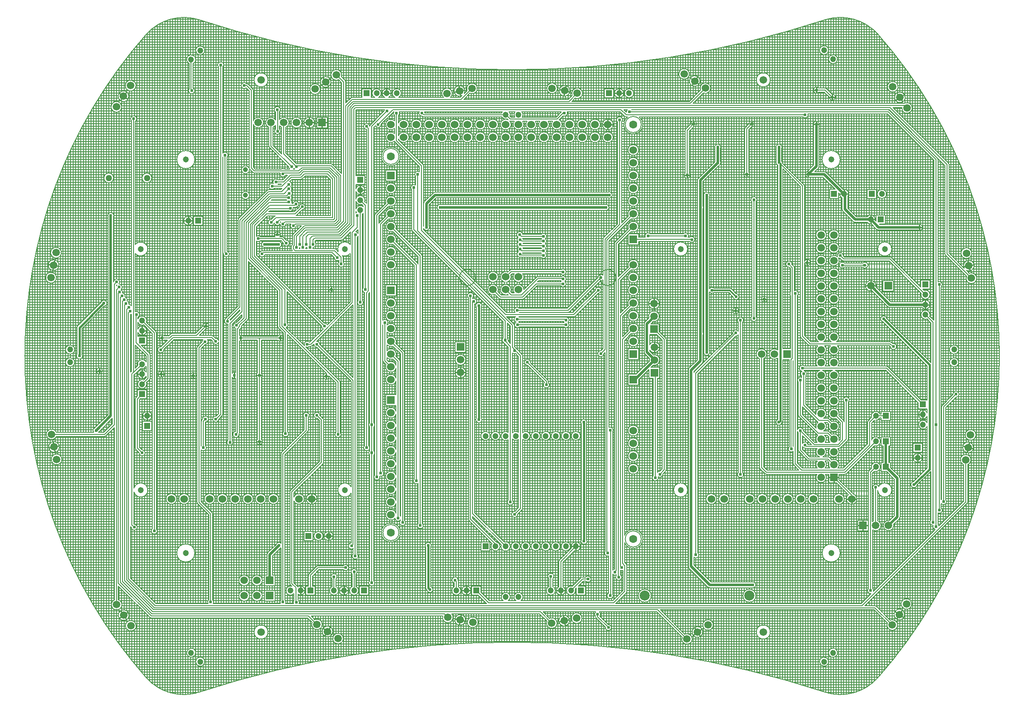
<source format=gbl>
%FSLAX23Y23*%
%MOIN*%
G70*
G01*
G75*
G04 Layer_Physical_Order=2*
G04 Layer_Color=8388608*
%ADD10C,0.008*%
%ADD11R,0.037X0.035*%
%ADD12R,0.037X0.035*%
%ADD13R,0.045X0.069*%
%ADD14R,0.094X0.039*%
%ADD15R,0.094X0.130*%
%ADD16R,0.047X0.047*%
%ADD17R,0.057X0.094*%
%ADD18R,0.069X0.045*%
%ADD19R,0.043X0.067*%
%ADD20R,0.047X0.047*%
%ADD21R,0.050X0.100*%
%ADD22R,0.055X0.047*%
%ADD23R,0.055X0.043*%
%ADD24R,0.067X0.043*%
%ADD25O,0.087X0.024*%
%ADD26R,0.043X0.055*%
%ADD27O,0.065X0.022*%
%ADD28O,0.022X0.065*%
%ADD29O,0.010X0.083*%
%ADD30R,0.035X0.037*%
%ADD31R,0.035X0.037*%
%ADD32O,0.024X0.087*%
%ADD33C,0.059*%
%ADD34R,0.010X0.035*%
%ADD35R,0.035X0.010*%
%ADD36C,0.010*%
%ADD37C,0.020*%
%ADD38C,0.012*%
%ADD39C,0.015*%
%ADD40C,0.005*%
%ADD41R,0.059X0.059*%
%ADD42R,0.047X0.047*%
%ADD43C,0.047*%
%ADD44R,0.059X0.059*%
%ADD45R,0.047X0.047*%
%ADD46C,0.060*%
%ADD47R,0.060X0.060*%
%ADD48C,0.063*%
%ADD49C,0.039*%
%ADD50C,0.051*%
%ADD51C,0.079*%
%ADD52C,0.024*%
D10*
X3137Y1945D02*
G03*
X3130Y1968I-42J0D01*
G01*
D02*
G03*
X3073Y1980I-35J-23D01*
G01*
X3060Y1922D02*
G03*
X3137Y1945I35J23D01*
G01*
X3426Y1500D02*
G03*
X3421Y1511I-16J0D01*
G01*
X3426Y1500D02*
G03*
X3421Y1511I-16J0D01*
G01*
X3338Y1541D02*
G03*
X3333Y1552I-16J0D01*
G01*
X3338Y1541D02*
G03*
X3333Y1552I-16J0D01*
G01*
X3025Y2111D02*
G03*
X3018Y2134I-42J0D01*
G01*
X2949Y2088D02*
G03*
X3025Y2111I35J23D01*
G01*
X3018Y2134D02*
G03*
X2949Y2088I-35J-23D01*
G01*
X3074Y2051D02*
G03*
X3005Y2005I-35J-23D01*
G01*
X2551Y2327D02*
G03*
X2541Y2352I-36J0D01*
G01*
X2490Y2302D02*
G03*
X2551Y2327I25J25D01*
G01*
X3081Y2028D02*
G03*
X3074Y2051I-42J0D01*
G01*
X3005Y2005D02*
G03*
X3081Y2028I35J23D01*
G01*
X3054Y1948D02*
G03*
X3060Y1922I41J-3D01*
G01*
X2959Y1926D02*
G03*
X2948Y1931I-11J-11D01*
G01*
X2959Y1926D02*
G03*
X2948Y1931I-11J-11D01*
G01*
X2534Y2029D02*
G03*
X2509Y2053I-24J0D01*
G01*
X3217Y1009D02*
G03*
X3183Y1031I-24J0D01*
G01*
Y987D02*
G03*
X3217Y1009I10J22D01*
G01*
X2934Y1270D02*
G03*
X2934Y1270I-36J0D01*
G01*
X2638Y1271D02*
G03*
X2595Y1306I-36J0D01*
G01*
X2631Y1249D02*
G03*
X2638Y1271I-28J22D01*
G01*
X2567Y1272D02*
G03*
X2587Y1239I36J-1D01*
G01*
X2847Y1066D02*
G03*
X2847Y1070I-35J4D01*
G01*
X2857Y993D02*
G03*
X2872Y987I16J16D01*
G01*
X2857Y993D02*
G03*
X2872Y987I16J16D01*
G01*
X2847Y1070D02*
G03*
X2783Y1092I-36J0D01*
G01*
X2587Y1150D02*
G03*
X2593Y1134I22J0D01*
G01*
X2587Y1150D02*
G03*
X2593Y1134I22J0D01*
G01*
X2673Y1054D02*
G03*
X2689Y1048I16J16D01*
G01*
X2673Y1054D02*
G03*
X2689Y1048I16J16D01*
G01*
X2783D02*
G03*
X2816Y1035I28J22D01*
G01*
X2869Y2521D02*
G03*
X2450Y2635I-296J-260D01*
G01*
X2481Y2398D02*
G03*
X2470Y2423I-36J0D01*
G01*
X2420Y2372D02*
G03*
X2481Y2398I25J25D01*
G01*
X2470Y2423D02*
G03*
X2420Y2372I-25J-25D01*
G01*
X2541Y2352D02*
G03*
X2490Y2302I-25J-25D01*
G01*
X2465Y2096D02*
G03*
X2454Y2101I-11J-11D01*
G01*
X2465Y2096D02*
G03*
X2454Y2101I-11J-11D01*
G01*
X2403D02*
G03*
X2403Y2069I-18J-16D01*
G01*
X2486Y2030D02*
G03*
X2534Y2029I24J-1D01*
G01*
X2407Y1808D02*
G03*
X2409Y1818I-22J10D01*
G01*
D02*
G03*
X2363Y1808I-24J0D01*
G01*
X2321Y1891D02*
G03*
X2320Y1899I-24J0D01*
G01*
X2280Y1874D02*
G03*
X2321Y1891I17J17D01*
G01*
X2024Y2165D02*
G03*
X2024Y2165I-55J0D01*
G01*
X1877Y1796D02*
G03*
X1902Y1820I1J24D01*
G01*
X2116Y1638D02*
G03*
X2070Y1629I-24J0D01*
G01*
X2114D02*
G03*
X2116Y1638I-22J10D01*
G01*
X1902Y1820D02*
G03*
X1854Y1819I-24J0D01*
G01*
X1829Y1793D02*
G03*
X1824Y1782I11J-11D01*
G01*
X1829Y1793D02*
G03*
X1824Y1782I11J-11D01*
G01*
X2572Y1540D02*
G03*
X2572Y1540I-71J0D01*
G01*
X2401Y1473D02*
G03*
X2407Y1489I-16J16D01*
G01*
X2401Y1473D02*
G03*
X2407Y1489I-16J16D01*
G01*
X2462Y1439D02*
G03*
X2446Y1446I-16J-16D01*
G01*
X2462Y1439D02*
G03*
X2446Y1446I-16J-16D01*
G01*
X2311Y1446D02*
G03*
X2330Y1402I9J-22D01*
G01*
X2464Y948D02*
G03*
X2464Y948I-42J0D01*
G01*
X2564D02*
G03*
X2564Y948I-42J0D01*
G01*
X2291Y1335D02*
G03*
X2286Y1346I-16J0D01*
G01*
X2291Y1335D02*
G03*
X2286Y1346I-16J0D01*
G01*
X2115Y1522D02*
G03*
X2114Y1528I-24J-4D01*
G01*
X2120Y1512D02*
G03*
X2115Y1522I-19J-3D01*
G01*
X2070Y1528D02*
G03*
X2082Y1497I22J-10D01*
G01*
X1864Y1424D02*
G03*
X1856Y1442I-24J0D01*
G01*
X1824D02*
G03*
X1864Y1424I16J-18D01*
G01*
X1911Y1207D02*
G03*
X1919Y1225I-16J18D01*
G01*
D02*
G03*
X1879Y1207I-24J0D01*
G01*
X3603Y806D02*
G03*
X3602Y814I-42J0D01*
G01*
X3520Y798D02*
G03*
X3603Y806I41J8D01*
G01*
X3602Y814D02*
G03*
X3520Y798I-41J-8D01*
G01*
X3394Y800D02*
G03*
X3399Y789I16J0D01*
G01*
X3394Y800D02*
G03*
X3399Y789I16J0D01*
G01*
X3622Y708D02*
G03*
X3621Y716I-42J0D01*
G01*
X3561Y671D02*
G03*
X3622Y708I19J37D01*
G01*
X3642Y610D02*
G03*
X3641Y618I-42J0D01*
G01*
X3559Y602D02*
G03*
X3642Y610I41J8D01*
G01*
X3641Y618D02*
G03*
X3584Y648I-41J-8D01*
G01*
X3562Y626D02*
G03*
X3559Y602I38J-16D01*
G01*
X3621Y716D02*
G03*
X3540Y700I-41J-8D01*
G01*
D02*
G03*
X3544Y689I41J8D01*
G01*
X3372Y560D02*
G03*
X3338Y582I-24J0D01*
G01*
X3364Y542D02*
G03*
X3372Y560I-16J18D01*
G01*
X2976Y839D02*
G03*
X2976Y839I-55J0D01*
G01*
X2973Y771D02*
G03*
X2961Y776I-11J-11D01*
G01*
X2973Y771D02*
G03*
X2961Y776I-11J-11D01*
G01*
X2597Y787D02*
G03*
X2551Y778I-24J0D01*
G01*
X2559Y768D02*
G03*
X2574Y763I14J19D01*
G01*
X2564Y748D02*
G03*
X2559Y768I-42J0D01*
G01*
X2589Y749D02*
G03*
X2600Y744I11J11D01*
G01*
X2589Y749D02*
G03*
X2600Y744I11J11D01*
G01*
X2852Y541D02*
G03*
X2853Y550I-40J9D01*
G01*
X2791Y713D02*
G03*
X2783Y727I-16J0D01*
G01*
X2791Y713D02*
G03*
X2783Y727I-16J0D01*
G01*
X2787Y702D02*
G03*
X2791Y713I-11J11D01*
G01*
X2787Y702D02*
G03*
X2791Y713I-11J11D01*
G01*
X2783Y727D02*
G03*
X2746Y729I-19J-14D01*
G01*
X2606D02*
G03*
X2606Y697I-18J-16D01*
G01*
X2746D02*
G03*
X2784Y700I18J16D01*
G01*
X3276Y481D02*
G03*
X3229Y515I-36J0D01*
G01*
X3206Y492D02*
G03*
X3276Y481I34J-11D01*
G01*
Y403D02*
G03*
X3212Y425I-36J0D01*
G01*
Y381D02*
G03*
X3276Y403I28J22D01*
G01*
X3274Y313D02*
G03*
X3276Y324I-34J11D01*
G01*
D02*
G03*
X3251Y290I-36J0D01*
G01*
X2853Y550D02*
G03*
X2820Y510I-42J0D01*
G01*
X2943Y387D02*
G03*
X2959Y381I16J16D01*
G01*
X2943Y387D02*
G03*
X2959Y381I16J16D01*
G01*
X3014Y74D02*
G03*
X2984Y97I-24J0D01*
G01*
X2966Y70D02*
G03*
X3014Y74I24J4D01*
G01*
X2974Y107D02*
G03*
X2963Y112I-11J-11D01*
G01*
X2974Y107D02*
G03*
X2963Y112I-11J-11D01*
G01*
X2937Y294D02*
G03*
X2909Y266I-24J-4D01*
G01*
X2564Y48D02*
G03*
X2549Y80I-42J0D01*
G01*
X2564Y848D02*
G03*
X2564Y848I-42J0D01*
G01*
X2551Y778D02*
G03*
X2564Y748I-28J-30D01*
G01*
X2464Y848D02*
G03*
X2464Y848I-42J0D01*
G01*
Y748D02*
G03*
X2464Y748I-42J0D01*
G01*
X2338Y733D02*
G03*
X2291Y740I-24J0D01*
G01*
X2564Y648D02*
G03*
X2564Y648I-42J0D01*
G01*
Y548D02*
G03*
X2564Y548I-42J0D01*
G01*
X2291Y726D02*
G03*
X2338Y733I23J7D01*
G01*
X2464Y648D02*
G03*
X2464Y648I-42J0D01*
G01*
Y548D02*
G03*
X2464Y548I-42J0D01*
G01*
X2213Y693D02*
G03*
X2208Y705I-16J0D01*
G01*
X2194Y720D02*
G03*
X2171Y696I-24J0D01*
G01*
X2213Y693D02*
G03*
X2208Y705I-16J0D01*
G01*
X2244Y490D02*
G03*
X2213Y513I-24J0D01*
G01*
X2181Y504D02*
G03*
X2180Y500I15J-4D01*
G01*
X2181Y504D02*
G03*
X2180Y500I15J-4D01*
G01*
X2564Y448D02*
G03*
X2564Y448I-42J0D01*
G01*
Y348D02*
G03*
X2564Y348I-42J0D01*
G01*
Y248D02*
G03*
X2564Y248I-42J0D01*
G01*
X2464Y448D02*
G03*
X2464Y448I-42J0D01*
G01*
Y348D02*
G03*
X2464Y348I-42J0D01*
G01*
Y248D02*
G03*
X2464Y248I-42J0D01*
G01*
X2544Y112D02*
G03*
X2564Y148I-21J36D01*
G01*
D02*
G03*
X2501Y112I-42J0D01*
G01*
X2464Y48D02*
G03*
X2449Y80I-42J0D01*
G01*
X2444Y112D02*
G03*
X2464Y148I-21J36D01*
G01*
X2259Y156D02*
G03*
X2264Y145I16J0D01*
G01*
X2464Y148D02*
G03*
X2401Y112I-42J0D01*
G01*
X2324Y85D02*
G03*
X2335Y80I11J11D01*
G01*
X2324Y85D02*
G03*
X2335Y80I11J11D01*
G01*
X2180Y480D02*
G03*
X2181Y476I16J0D01*
G01*
X2236Y472D02*
G03*
X2244Y490I-16J18D01*
G01*
X2180Y480D02*
G03*
X2181Y476I16J0D01*
G01*
X2001Y445D02*
G03*
X2001Y445I-24J0D01*
G01*
X2259Y156D02*
G03*
X2264Y145I16J0D01*
G01*
X1919Y295D02*
G03*
X1911Y313I-24J0D01*
G01*
X1879D02*
G03*
X1919Y295I16J-18D01*
G01*
X1557Y2100D02*
G03*
X1538Y2135I-42J0D01*
G01*
X1499Y2062D02*
G03*
X1557Y2100I16J38D01*
G01*
X1538Y2135D02*
G03*
X1477Y2084I-23J-35D01*
G01*
X1473Y2156D02*
G03*
X1455Y2190I-42J0D01*
G01*
X1372Y2246D02*
G03*
X1326Y2177I-23J-35D01*
G01*
X1390Y2211D02*
G03*
X1372Y2246I-42J0D01*
G01*
X1326Y2177D02*
G03*
X1390Y2211I23J35D01*
G01*
X1409Y2121D02*
G03*
X1473Y2156I23J35D01*
G01*
X1455Y2190D02*
G03*
X1409Y2121I-23J-35D01*
G01*
X1636Y1638D02*
G03*
X1590Y1629I-24J0D01*
G01*
X1634D02*
G03*
X1636Y1638I-22J10D01*
G01*
X1447Y1820D02*
G03*
X1399Y1819I-24J0D01*
G01*
X1421Y1796D02*
G03*
X1447Y1820I1J24D01*
G01*
X1361Y1781D02*
G03*
X1356Y1769I11J-11D01*
G01*
X1361Y1781D02*
G03*
X1356Y1769I11J-11D01*
G01*
X953Y2060D02*
G03*
X953Y2060I-36J0D01*
G01*
X874D02*
G03*
X874Y2060I-36J0D01*
G01*
X903Y1932D02*
G03*
X895Y1913I16J-18D01*
G01*
X884Y1879D02*
G03*
X895Y1874I11J11D01*
G01*
X884Y1879D02*
G03*
X895Y1874I11J11D01*
G01*
X1025Y1815D02*
G03*
X996Y1874I-75J0D01*
G01*
X904D02*
G03*
X1025Y1815I46J-59D01*
G01*
X858Y1834D02*
G03*
X866Y1852I-16J18D01*
G01*
D02*
G03*
X826Y1834I-24J0D01*
G01*
X1636Y1514D02*
G03*
X1634Y1524I-24J0D01*
G01*
X1620Y1492D02*
G03*
X1636Y1514I-9J22D01*
G01*
X1396Y1418D02*
G03*
X1388Y1436I-24J0D01*
G01*
X1356D02*
G03*
X1396Y1418I16J-18D01*
G01*
X1549Y1262D02*
G03*
X1503Y1252I-24J0D01*
G01*
X1547D02*
G03*
X1549Y1262I-22J10D01*
G01*
X1459Y1393D02*
G03*
X1453Y1378I16J-16D01*
G01*
X1499Y1165D02*
G03*
X1497Y1175I-24J0D01*
G01*
Y1155D02*
G03*
X1499Y1165I-22J10D01*
G01*
X1459Y1393D02*
G03*
X1453Y1378I16J-16D01*
G01*
Y1175D02*
G03*
X1453Y1155I22J-10D01*
G01*
X992Y1615D02*
G03*
X992Y1615I-42J0D01*
G01*
Y1515D02*
G03*
X992Y1515I-42J0D01*
G01*
Y1415D02*
G03*
X992Y1415I-42J0D01*
G01*
Y1315D02*
G03*
X992Y1315I-42J0D01*
G01*
Y1215D02*
G03*
X992Y1215I-42J0D01*
G01*
X934Y1076D02*
G03*
X992Y1115I16J39D01*
G01*
D02*
G03*
X911Y1099I-42J0D01*
G01*
X552Y2060D02*
G03*
X518Y2101I-42J0D01*
G01*
X453Y2080D02*
G03*
X420Y2120I-42J0D01*
G01*
X518Y2101D02*
G03*
X472Y2044I-8J-41D01*
G01*
X502Y2019D02*
G03*
X552Y2060I8J41D01*
G01*
X494Y2022D02*
G03*
X502Y2019I16J38D01*
G01*
X404Y2039D02*
G03*
X453Y2080I8J41D01*
G01*
X420Y2120D02*
G03*
X404Y2039I-8J-41D01*
G01*
X792Y1815D02*
G03*
X792Y1815I-42J0D01*
G01*
X692D02*
G03*
X692Y1815I-42J0D01*
G01*
X434Y1904D02*
G03*
X431Y1916I-24J0D01*
G01*
X399Y1883D02*
G03*
X434Y1904I11J21D01*
G01*
X492Y1815D02*
G03*
X492Y1815I-42J0D01*
G01*
X355Y2099D02*
G03*
X322Y2140I-42J0D01*
G01*
X306Y2058D02*
G03*
X355Y2099I8J41D01*
G01*
X322Y2140D02*
G03*
X306Y2058I-8J-41D01*
G01*
X392Y1815D02*
G03*
X369Y1852I-42J0D01*
G01*
X317Y1841D02*
G03*
X392Y1815I33J-26D01*
G01*
X292D02*
G03*
X283Y1841I-42J0D01*
G01*
X217D02*
G03*
X292Y1815I33J-26D01*
G01*
X192D02*
G03*
X183Y1841I-42J0D01*
G01*
X86Y1893D02*
G03*
X77Y1916I-36J0D01*
G01*
X23D02*
G03*
X20Y1873I27J-23D01*
G01*
X80D02*
G03*
X86Y1893I-30J20D01*
G01*
X117Y1841D02*
G03*
X192Y1815I33J-26D01*
G01*
X92D02*
G03*
X83Y1841I-42J0D01*
G01*
X17D02*
G03*
X92Y1815I33J-26D01*
G01*
X792Y1715D02*
G03*
X792Y1715I-42J0D01*
G01*
X692D02*
G03*
X692Y1715I-42J0D01*
G01*
X592Y1815D02*
G03*
X592Y1815I-42J0D01*
G01*
Y1715D02*
G03*
X592Y1715I-42J0D01*
G01*
X492D02*
G03*
X492Y1715I-42J0D01*
G01*
X785Y1263D02*
G03*
X751Y1285I-24J0D01*
G01*
Y1241D02*
G03*
X785Y1263I10J22D01*
G01*
X759Y1165D02*
G03*
X725Y1187I-24J0D01*
G01*
Y1143D02*
G03*
X759Y1165I10J22D01*
G01*
X392Y1715D02*
G03*
X392Y1715I-42J0D01*
G01*
X292D02*
G03*
X292Y1715I-42J0D01*
G01*
X192D02*
G03*
X192Y1715I-42J0D01*
G01*
X92D02*
G03*
X92Y1715I-42J0D01*
G01*
X1380Y931D02*
G03*
X1383Y942I-21J11D01*
G01*
X1432Y913D02*
G03*
X1392Y931I-24J0D01*
G01*
X1389Y899D02*
G03*
X1432Y913I19J14D01*
G01*
X1383Y942D02*
G03*
X1341Y958I-24J0D01*
G01*
X1376Y839D02*
G03*
X1376Y839I-55J0D01*
G01*
X1718Y528D02*
G03*
X1705Y533I-13J-13D01*
G01*
X1779Y465D02*
G03*
X1757Y489I-24J0D01*
G01*
X1731Y463D02*
G03*
X1779Y465I24J2D01*
G01*
X1718Y528D02*
G03*
X1705Y533I-13J-13D01*
G01*
X1583D02*
G03*
X1547Y528I-16J-18D01*
G01*
Y502D02*
G03*
X1583Y497I20J13D01*
G01*
X934Y976D02*
G03*
X992Y1015I16J39D01*
G01*
X1083Y958D02*
G03*
X1044Y931I-18J-16D01*
G01*
X992Y1015D02*
G03*
X911Y999I-42J0D01*
G01*
X934Y676D02*
G03*
X992Y715I16J39D01*
G01*
D02*
G03*
X911Y699I-42J0D01*
G01*
X992Y615D02*
G03*
X992Y615I-42J0D01*
G01*
Y515D02*
G03*
X992Y515I-42J0D01*
G01*
Y415D02*
G03*
X911Y399I-42J0D01*
G01*
X1814Y280D02*
G03*
X1774Y262I-24J0D01*
G01*
X1777Y355D02*
G03*
X1777Y355I-24J0D01*
G01*
X1806Y262D02*
G03*
X1814Y280I-16J18D01*
G01*
X1774Y194D02*
G03*
X1731Y179I-20J-14D01*
G01*
X1753Y156D02*
G03*
X1774Y166I1J24D01*
G01*
X1499Y176D02*
G03*
X1497Y186I-24J0D01*
G01*
Y166D02*
G03*
X1499Y176I-22J10D01*
G01*
X1453Y186D02*
G03*
X1453Y166I22J-10D01*
G01*
X1208Y131D02*
G03*
X1203Y142I-16J0D01*
G01*
X1208Y131D02*
G03*
X1203Y142I-16J0D01*
G01*
X1154Y411D02*
G03*
X1154Y411I-42J0D01*
G01*
Y311D02*
G03*
X1073Y298I-42J0D01*
G01*
X1107Y270D02*
G03*
X1154Y311I5J41D01*
G01*
X1041Y267D02*
G03*
X1035Y251I16J-16D01*
G01*
X1041Y267D02*
G03*
X1035Y251I16J-16D01*
G01*
X934Y376D02*
G03*
X992Y415I16J39D01*
G01*
Y315D02*
G03*
X992Y315I-42J0D01*
G01*
Y215D02*
G03*
X911Y199I-42J0D01*
G01*
X1157Y68D02*
G03*
X1079Y89I-42J0D01*
G01*
X934Y176D02*
G03*
X992Y215I16J39D01*
G01*
Y115D02*
G03*
X992Y115I-42J0D01*
G01*
X806Y893D02*
G03*
X801Y882I11J-11D01*
G01*
X806Y893D02*
G03*
X801Y882I11J-11D01*
G01*
X717Y927D02*
G03*
X712Y916I11J-11D01*
G01*
X717Y927D02*
G03*
X712Y916I11J-11D01*
G01*
X262Y842D02*
G03*
X271Y861I-15J19D01*
G01*
D02*
G03*
X260Y881I-24J0D01*
G01*
X271Y824D02*
G03*
X262Y842I-24J0D01*
G01*
X380Y646D02*
G03*
X424Y659I20J13D01*
G01*
X263Y806D02*
G03*
X271Y824I-16J18D01*
G01*
X424Y659D02*
G03*
X385Y678I-24J0D01*
G01*
X712Y634D02*
G03*
X673Y614I-15J-19D01*
G01*
X696Y591D02*
G03*
X712Y596I1J24D01*
G01*
X424Y604D02*
G03*
X385Y623I-24J0D01*
G01*
X414Y585D02*
G03*
X424Y604I-14J19D01*
G01*
X380Y591D02*
G03*
X385Y585I20J13D01*
G01*
D02*
G03*
X381Y582I14J-19D01*
G01*
X423Y566D02*
G03*
X414Y585I-24J0D01*
G01*
X381Y550D02*
G03*
X423Y566I18J16D01*
G01*
X270Y939D02*
G03*
X228Y955I-24J0D01*
G01*
X260Y919D02*
G03*
X270Y939I-14J20D01*
G01*
X232Y919D02*
G03*
X228Y916I14J-20D01*
G01*
X270Y900D02*
G03*
X260Y919I-24J0D01*
G01*
X228Y923D02*
G03*
X232Y919I18J16D01*
G01*
X228Y884D02*
G03*
X231Y881I18J16D01*
G01*
X260Y881D02*
G03*
X270Y900I-14J19D01*
G01*
X226Y849D02*
G03*
X232Y842I21J12D01*
G01*
X270Y789D02*
G03*
X263Y806I-24J0D01*
G01*
X227Y774D02*
G03*
X270Y789I19J15D01*
G01*
X46Y931D02*
G03*
X47Y894I16J-18D01*
G01*
X84Y955D02*
G03*
X46Y931I-24J-4D01*
G01*
X86Y916D02*
G03*
X84Y923I-24J-3D01*
G01*
X86Y881D02*
G03*
X86Y884I-23J-5D01*
G01*
X88Y841D02*
G03*
X85Y849I-24J-4D01*
G01*
X50Y856D02*
G03*
X49Y819I15J-19D01*
G01*
X47Y894D02*
G03*
X50Y856I16J-18D01*
G01*
X84Y806D02*
G03*
X82Y809I-23J-8D01*
G01*
X49Y819D02*
G03*
X65Y774I12J-21D01*
G01*
X202Y623D02*
G03*
X191Y618I0J-16D01*
G01*
X202Y623D02*
G03*
X191Y618I0J-16D01*
G01*
X65Y774D02*
G03*
X69Y774I4J16D01*
G01*
X65Y774D02*
G03*
X69Y774I4J16D01*
G01*
X92Y620D02*
G03*
X83Y646I-42J0D01*
G01*
X-8Y620D02*
G03*
X-11Y636I-42J0D01*
G01*
X17Y646D02*
G03*
X92Y620I33J-26D01*
G01*
X675Y492D02*
G03*
X700Y516I1J24D01*
G01*
D02*
G03*
X652Y515I-24J0D01*
G01*
X484Y308D02*
G03*
X495Y313I0J16D01*
G01*
X484Y308D02*
G03*
X495Y313I0J16D01*
G01*
X440Y342D02*
G03*
X451Y347I0J16D01*
G01*
X440Y342D02*
G03*
X451Y347I0J16D01*
G01*
X447Y281D02*
G03*
X416Y304I-24J0D01*
G01*
X438Y263D02*
G03*
X447Y281I-15J18D01*
G01*
X446Y245D02*
G03*
X438Y263I-24J0D01*
G01*
X405Y228D02*
G03*
X446Y245I17J17D01*
G01*
X92Y520D02*
G03*
X17Y494I-42J0D01*
G01*
X84Y446D02*
G03*
X95Y451I0J16D01*
G01*
X84Y446D02*
G03*
X95Y451I0J16D01*
G01*
X-11Y504D02*
G03*
X-8Y520I-39J16D01*
G01*
X57Y374D02*
G03*
X23Y340I-18J-16D01*
G01*
X401Y272D02*
G03*
X407Y263I22J9D01*
G01*
Y263D02*
G03*
X403Y260I15J-18D01*
G01*
X60D02*
G03*
X51Y266I-18J-16D01*
G01*
X58Y304D02*
G03*
X53Y308I-18J-16D01*
G01*
X27D02*
G03*
X31Y266I13J-20D01*
G01*
X51Y266D02*
G03*
X58Y272I-11J22D01*
G01*
X31Y266D02*
G03*
X60Y228I11J-22D01*
G01*
X42Y50D02*
G03*
X30Y62I-22J-10D01*
G01*
X18Y241D02*
G03*
X13Y252I-16J0D01*
G01*
X18Y241D02*
G03*
X13Y252I-16J0D01*
G01*
X3500Y50D02*
G03*
X3500Y50I-36J0D01*
G01*
Y-50D02*
G03*
X3500Y-50I-36J0D01*
G01*
X3819Y0D02*
G03*
X2869Y2521I-3819J0D01*
G01*
X3504Y-300D02*
G03*
X3456Y-301I-24J0D01*
G01*
X3479Y-324D02*
G03*
X3504Y-300I1J24D01*
G01*
X3371Y-387D02*
G03*
X3366Y-398I11J-11D01*
G01*
X3371Y-387D02*
G03*
X3366Y-398I11J-11D01*
G01*
X3253Y-444D02*
G03*
X3253Y-473I-32J-15D01*
G01*
X2947Y-85D02*
G03*
X2936Y-80I-11J-11D01*
G01*
X2947Y-85D02*
G03*
X2936Y-80I-11J-11D01*
G01*
X2883Y-454D02*
G03*
X2817Y-481I-32J-16D01*
G01*
X2840Y-504D02*
G03*
X2883Y-486I11J34D01*
G01*
X2643Y-345D02*
G03*
X2603Y-363I-24J0D01*
G01*
X2635D02*
G03*
X2643Y-345I-16J18D01*
G01*
X3636Y-619D02*
G03*
X3553Y-611I-42J0D01*
G01*
D02*
G03*
X3635Y-627I41J-8D01*
G01*
X3253Y-523D02*
G03*
X3253Y-552I-32J-15D01*
G01*
X2869Y-2521D02*
G03*
X3819Y0I-2869J2521D01*
G01*
X3635Y-627D02*
G03*
X3636Y-619I-41J8D01*
G01*
X3616Y-717D02*
G03*
X3534Y-709I-42J0D01*
G01*
D02*
G03*
X3615Y-725I41J-8D01*
G01*
D02*
G03*
X3616Y-717I-41J8D01*
G01*
X3597Y-815D02*
G03*
X3514Y-807I-42J0D01*
G01*
X3215Y-799D02*
G03*
X3215Y-799I-36J0D01*
G01*
X2887Y-670D02*
G03*
X2818Y-657I-36J0D01*
G01*
X2791Y-508D02*
G03*
X2786Y-519I11J-11D01*
G01*
X2791Y-508D02*
G03*
X2786Y-519I11J-11D01*
G01*
X2603Y-514D02*
G03*
X2599Y-506I-15J-4D01*
G01*
X2603Y-514D02*
G03*
X2599Y-506I-15J-4D01*
G01*
X2840Y-704D02*
G03*
X2887Y-670I11J34D01*
G01*
X2631Y-663D02*
G03*
X2635Y-652I-11J11D01*
G01*
X2631Y-663D02*
G03*
X2635Y-652I-11J11D01*
G01*
X2562Y-663D02*
G03*
X2564Y-652I-40J11D01*
G01*
X2561Y-726D02*
G03*
X2573Y-721I0J16D01*
G01*
X2561Y-726D02*
G03*
X2573Y-721I0J16D01*
G01*
X2496Y80D02*
G03*
X2564Y48I26J-32D01*
G01*
Y-52D02*
G03*
X2492Y-80I-42J0D01*
G01*
X2553D02*
G03*
X2564Y-52I-31J28D01*
G01*
X2512Y-112D02*
G03*
X2564Y-152I10J-40D01*
G01*
D02*
G03*
X2533Y-112I-42J0D01*
G01*
X2396Y80D02*
G03*
X2464Y48I26J-32D01*
G01*
X2453Y-80D02*
G03*
X2464Y-52I-31J28D01*
G01*
D02*
G03*
X2392Y-80I-42J0D01*
G01*
X2464Y-152D02*
G03*
X2433Y-112I-42J0D01*
G01*
X2412D02*
G03*
X2464Y-152I10J-40D01*
G01*
X2564Y-252D02*
G03*
X2564Y-252I-42J0D01*
G01*
Y-352D02*
G03*
X2564Y-352I-42J0D01*
G01*
X2464Y-252D02*
G03*
X2464Y-252I-42J0D01*
G01*
Y-352D02*
G03*
X2464Y-352I-42J0D01*
G01*
Y-452D02*
G03*
X2381Y-459I-42J0D01*
G01*
X2288Y-116D02*
G03*
X2293Y-112I-13J20D01*
G01*
X2309Y-140D02*
G03*
X2288Y-116I-24J0D01*
G01*
X2272Y-120D02*
G03*
X2269Y-158I13J-20D01*
G01*
X2301D02*
G03*
X2309Y-140I-16J18D01*
G01*
X2293Y-80D02*
G03*
X2272Y-120I-18J-16D01*
G01*
X2269Y-168D02*
G03*
X2236Y-190I-9J-22D01*
G01*
D02*
G03*
X2244Y-208I24J0D01*
G01*
X2561Y-468D02*
G03*
X2564Y-452I-38J16D01*
G01*
D02*
G03*
X2538Y-491I-42J0D01*
G01*
X2487Y-494D02*
G03*
X2475Y-489I-11J-11D01*
G01*
X2487Y-494D02*
G03*
X2475Y-489I-11J-11D01*
G01*
X2564Y-552D02*
G03*
X2507Y-514I-42J0D01*
G01*
X2484Y-536D02*
G03*
X2564Y-552I38J-16D01*
G01*
X2442Y-489D02*
G03*
X2464Y-452I-19J37D01*
G01*
X2394Y-516D02*
G03*
X2397Y-519I11J11D01*
G01*
X2394Y-516D02*
G03*
X2397Y-519I11J11D01*
G01*
D02*
G03*
X2383Y-565I25J-33D01*
G01*
X2464Y-552D02*
G03*
X2450Y-521I-42J0D01*
G01*
X2442Y-589D02*
G03*
X2464Y-552I-19J37D01*
G01*
X2564Y-652D02*
G03*
X2507Y-614I-42J0D01*
G01*
X2487Y-594D02*
G03*
X2475Y-589I-11J-11D01*
G01*
X2487Y-594D02*
G03*
X2475Y-589I-11J-11D01*
G01*
X2484Y-636D02*
G03*
X2490Y-678I38J-16D01*
G01*
X2564Y-752D02*
G03*
X2554Y-726I-42J0D01*
G01*
X2490D02*
G03*
X2564Y-752I32J-26D01*
G01*
X2389Y-616D02*
G03*
X2396Y-620I11J11D01*
G01*
X2389Y-616D02*
G03*
X2396Y-620I11J11D01*
G01*
X2464Y-652D02*
G03*
X2450Y-621I-42J0D01*
G01*
X2455Y-678D02*
G03*
X2464Y-652I-33J26D01*
G01*
X2396Y-620D02*
G03*
X2390Y-678I27J-32D01*
G01*
X2464Y-752D02*
G03*
X2454Y-726I-42J0D01*
G01*
X2437Y-791D02*
G03*
X2464Y-752I-15J39D01*
G01*
X2390Y-726D02*
G03*
X2408Y-791I32J-26D01*
G01*
X2244Y-465D02*
G03*
X2249Y-476I16J0D01*
G01*
X2244Y-465D02*
G03*
X2249Y-476I16J0D01*
G01*
X2283Y-585D02*
G03*
X2236Y-578I-24J0D01*
G01*
Y-592D02*
G03*
X2243Y-603I23J7D01*
G01*
X2115Y-522D02*
G03*
X2121Y-508I-14J14D01*
G01*
X2115Y-522D02*
G03*
X2121Y-508I-14J14D01*
G01*
X2082Y-497D02*
G03*
X2114Y-523I9J-22D01*
G01*
X2319Y-694D02*
G03*
X2275Y-685I-24J-4D01*
G01*
X2296Y-722D02*
G03*
X2307Y-726I10J12D01*
G01*
X2296Y-722D02*
G03*
X2307Y-726I10J12D01*
G01*
X2275Y-711D02*
G03*
X2296Y-722I20J13D01*
G01*
X2243Y-739D02*
G03*
X2248Y-750I16J0D01*
G01*
X2171Y-712D02*
G03*
X2204Y-747I17J-17D01*
G01*
X2243Y-739D02*
G03*
X2248Y-750I16J0D01*
G01*
X3596Y-823D02*
G03*
X3597Y-815I-41J8D01*
G01*
X3514Y-807D02*
G03*
X3539Y-853I41J-8D01*
G01*
X3571D02*
G03*
X3596Y-823I-16J38D01*
G01*
X3566Y-1156D02*
G03*
X3571Y-1145I-11J11D01*
G01*
X3406Y-1142D02*
G03*
X3398Y-1124I-24J0D01*
G01*
X3566Y-1156D02*
G03*
X3571Y-1145I-11J11D01*
G01*
X3364Y-1158D02*
G03*
X3406Y-1142I18J16D01*
G01*
X3372Y-1209D02*
G03*
X3364Y-1191I-24J0D01*
G01*
X3338Y-1231D02*
G03*
X3372Y-1209I10J22D01*
G01*
X3041Y-959D02*
G03*
X3035Y-943I-22J0D01*
G01*
X3146Y-985D02*
G03*
X3174Y-1013I4J-24D01*
G01*
X3041Y-959D02*
G03*
X3035Y-943I-22J0D01*
G01*
X2840Y-904D02*
G03*
X2887Y-870I11J34D01*
G01*
X2976Y-1051D02*
G03*
X2873Y-1024I-55J0D01*
G01*
X2866Y-1055D02*
G03*
X2976Y-1051I55J4D01*
G01*
X3035Y-1277D02*
G03*
X3041Y-1261I-16J16D01*
G01*
X3035Y-1277D02*
G03*
X3041Y-1261I-16J16D01*
G01*
X2873Y-1024D02*
G03*
X2834Y-1048I-23J-6D01*
G01*
Y-1292D02*
G03*
X2824Y-1297I16J-38D01*
G01*
X3345Y-1333D02*
G03*
X3338Y-1320I-24J-4D01*
G01*
X3299Y-1328D02*
G03*
X3317Y-1361I22J-9D01*
G01*
X3282Y-1286D02*
G03*
X3299Y-1328I16J-18D01*
G01*
X3126Y-1967D02*
G03*
X3133Y-1944I-35J23D01*
G01*
X2959Y-1290D02*
G03*
X2992Y-1330I-9J-40D01*
G01*
D02*
G03*
X2990Y-1321I-42J0D01*
G01*
X2892Y-1330D02*
G03*
X2866Y-1292I-42J0D01*
G01*
X2826Y-1364D02*
G03*
X2892Y-1330I24J34D01*
G01*
X2834Y-1840D02*
G03*
X2826Y-1822I-24J0D01*
G01*
X3133Y-1944D02*
G03*
X3057Y-1921I-42J0D01*
G01*
D02*
G03*
X3126Y-1967I35J-23D01*
G01*
X3077Y-2027D02*
G03*
X3001Y-2004I-42J0D01*
G01*
X3070Y-2050D02*
G03*
X3077Y-2027I-35J23D01*
G01*
X3001Y-2004D02*
G03*
X3070Y-2050I35J-23D01*
G01*
X3022Y-2110D02*
G03*
X2964Y-2072I-42J0D01*
G01*
X3015Y-2133D02*
G03*
X3022Y-2110I-35J23D01*
G01*
X2834Y-1844D02*
G03*
X2834Y-1840I-24J4D01*
G01*
X2855Y-1963D02*
G03*
X2844Y-1958I-11J-11D01*
G01*
X2855Y-1963D02*
G03*
X2844Y-1958I-11J-11D01*
G01*
X2942Y-2094D02*
G03*
X3015Y-2133I38J-16D01*
G01*
X2887Y-870D02*
G03*
X2817Y-881I-36J0D01*
G01*
X2797Y-901D02*
G03*
X2792Y-913I11J-11D01*
G01*
X2797Y-901D02*
G03*
X2792Y-913I11J-11D01*
G01*
X2610Y-927D02*
G03*
X2622Y-922I0J16D01*
G01*
X2610Y-927D02*
G03*
X2622Y-922I0J16D01*
G01*
X2564Y-852D02*
G03*
X2507Y-814I-42J0D01*
G01*
X2554Y-879D02*
G03*
X2564Y-852I-32J26D01*
G01*
X2703Y-1121D02*
G03*
X2674Y-1081I-42J0D01*
G01*
X2635Y-1088D02*
G03*
X2703Y-1121I26J-33D01*
G01*
X2603D02*
G03*
X2603Y-1121I-42J0D01*
G01*
X2489Y-796D02*
G03*
X2477Y-791I-11J-11D01*
G01*
X2489Y-796D02*
G03*
X2477Y-791I-11J-11D01*
G01*
X2464Y-852D02*
G03*
X2452Y-823I-42J0D01*
G01*
X2484Y-836D02*
G03*
X2490Y-879I38J-16D01*
G01*
X2481D02*
G03*
X2478Y-879I0J-16D01*
G01*
X2481Y-879D02*
G03*
X2478Y-879I0J-16D01*
G01*
X2393Y-823D02*
G03*
X2391Y-879I29J-29D01*
G01*
X2454D02*
G03*
X2464Y-852I-32J27D01*
G01*
X2316Y-818D02*
G03*
X2327Y-823I11J11D01*
G01*
X2316Y-818D02*
G03*
X2327Y-823I11J11D01*
G01*
X2204Y-845D02*
G03*
X2209Y-856I16J0D01*
G01*
X2204Y-845D02*
G03*
X2209Y-856I16J0D01*
G01*
X2464Y-952D02*
G03*
X2455Y-927I-42J0D01*
G01*
X2389D02*
G03*
X2464Y-952I33J-25D01*
G01*
X2403Y-1121D02*
G03*
X2403Y-1121I-42J0D01*
G01*
X2303D02*
G03*
X2303Y-1121I-42J0D01*
G01*
X2203D02*
G03*
X2203Y-1121I-42J0D01*
G01*
X2103D02*
G03*
X2103Y-1121I-42J0D01*
G01*
X2792Y-1349D02*
G03*
X2794Y-1356I16J0D01*
G01*
X2792Y-1349D02*
G03*
X2794Y-1356I16J0D01*
G01*
Y-1822D02*
G03*
X2814Y-1864I16J-18D01*
G01*
X2450Y-2635D02*
G03*
X2869Y-2521I123J374D01*
G01*
X2572Y-1545D02*
G03*
X2572Y-1545I-71J0D01*
G01*
X2551Y-2327D02*
G03*
X2490Y-2302I-36J0D01*
G01*
X2541Y-2352D02*
G03*
X2551Y-2327I-25J25D01*
G01*
X2490Y-2302D02*
G03*
X2541Y-2352I25J-25D01*
G01*
X2470Y-2423D02*
G03*
X2481Y-2398I-25J25D01*
G01*
D02*
G03*
X2420Y-2372I-36J0D01*
G01*
D02*
G03*
X2470Y-2423I25J-25D01*
G01*
X1549Y27D02*
G03*
X1547Y37I-24J0D01*
G01*
X1971Y-23D02*
G03*
X1997Y15I-16J38D01*
G01*
X2082Y47D02*
G03*
X2082Y-17I-26J-32D01*
G01*
X1997Y15D02*
G03*
X1939Y-23I-42J0D01*
G01*
X1503Y37D02*
G03*
X1549Y27I22J-10D01*
G01*
X1491Y-56D02*
G03*
X1497Y-40I-16J16D01*
G01*
X1491Y-56D02*
G03*
X1497Y-40I-16J16D01*
G01*
X1157Y-32D02*
G03*
X1109Y9I-42J0D01*
G01*
X1387Y-96D02*
G03*
X1381Y-112I16J-16D01*
G01*
X1387Y-96D02*
G03*
X1381Y-112I16J-16D01*
G01*
X1106Y-72D02*
G03*
X1157Y-32I9J40D01*
G01*
X1079Y47D02*
G03*
X1157Y68I36J21D01*
G01*
X1035Y30D02*
G03*
X1041Y14I22J0D01*
G01*
X1035Y30D02*
G03*
X1041Y14I22J0D01*
G01*
X1075Y-20D02*
G03*
X1075Y-41I40J-12D01*
G01*
X1429Y-123D02*
G03*
X1425Y-129I11J-11D01*
G01*
X1429Y-123D02*
G03*
X1425Y-129I11J-11D01*
G01*
X1939Y-874D02*
G03*
X1944Y-885I16J0D01*
G01*
X1939Y-874D02*
G03*
X1944Y-885I16J0D01*
G01*
X1814Y-930D02*
G03*
X1806Y-912I-24J0D01*
G01*
X1774D02*
G03*
X1814Y-930I16J-18D01*
G01*
X1203Y-904D02*
G03*
X1208Y-893I-11J11D01*
G01*
X1203Y-904D02*
G03*
X1208Y-893I-11J11D01*
G01*
X1159Y-903D02*
G03*
X1139Y-912I-1J-24D01*
G01*
X696Y42D02*
G03*
X719Y18I-1J-24D01*
G01*
X144Y-50D02*
G03*
X96Y-50I-24J0D01*
G01*
D02*
G03*
X121Y-74I24J0D01*
G01*
X82Y3D02*
G03*
X77Y14I-16J0D01*
G01*
X82Y3D02*
G03*
X77Y14I-16J0D01*
G01*
X2Y24D02*
G03*
X29Y18I18J16D01*
G01*
X284Y-198D02*
G03*
X279Y-187I-16J0D01*
G01*
X292Y-226D02*
G03*
X284Y-208I-24J0D01*
G01*
Y-198D02*
G03*
X279Y-187I-16J0D01*
G01*
X252Y-208D02*
G03*
X292Y-226I16J-18D01*
G01*
X582Y-530D02*
G03*
X585Y-519I-22J11D01*
G01*
D02*
G03*
X544Y-535I-24J0D01*
G01*
X992Y-585D02*
G03*
X992Y-585I-42J0D01*
G01*
X788Y-595D02*
G03*
X792Y-582I-20J13D01*
G01*
D02*
G03*
X760Y-559I-24J0D01*
G01*
X992Y-685D02*
G03*
X992Y-685I-42J0D01*
G01*
Y-785D02*
G03*
X992Y-785I-42J0D01*
G01*
Y-885D02*
G03*
X992Y-885I-42J0D01*
G01*
X536Y-627D02*
G03*
X536Y-627I-36J0D01*
G01*
X457D02*
G03*
X457Y-627I-36J0D01*
G01*
X378D02*
G03*
X378Y-627I-36J0D01*
G01*
X300D02*
G03*
X300Y-627I-36J0D01*
G01*
X221D02*
G03*
X221Y-627I-36J0D01*
G01*
X142D02*
G03*
X82Y-601I-36J0D01*
G01*
Y-653D02*
G03*
X142Y-627I24J26D01*
G01*
X50Y-599D02*
G03*
X2Y-603I-22J-28D01*
G01*
Y-652D02*
G03*
X50Y-655I26J25D01*
G01*
X1981Y-922D02*
G03*
X1992Y-927I11J11D01*
G01*
X1981Y-922D02*
G03*
X1992Y-927I11J11D01*
G01*
X2003Y-1121D02*
G03*
X2003Y-1121I-42J0D01*
G01*
X1903D02*
G03*
X1903Y-1121I-42J0D01*
G01*
X1703D02*
G03*
X1703Y-1121I-42J0D01*
G01*
X1603D02*
G03*
X1603Y-1121I-42J0D01*
G01*
X1464Y-1560D02*
G03*
X1456Y-1542I-24J0D01*
G01*
X1910Y-1795D02*
G03*
X1876Y-1773I-24J0D01*
G01*
Y-1817D02*
G03*
X1910Y-1795I10J22D01*
G01*
X1534Y-1811D02*
G03*
X1550Y-1817I16J16D01*
G01*
X1534Y-1811D02*
G03*
X1550Y-1817I16J16D01*
G01*
X1425Y-1579D02*
G03*
X1464Y-1560I15J19D01*
G01*
X1381Y-1648D02*
G03*
X1387Y-1664I22J0D01*
G01*
X1381Y-1648D02*
G03*
X1387Y-1664I22J0D01*
G01*
X1146Y-948D02*
G03*
X1182Y-927I12J21D01*
G01*
X1107Y-937D02*
G03*
X1147Y-955I16J-18D01*
G01*
D02*
G03*
X1146Y-948I-24J0D01*
G01*
X1376Y-1051D02*
G03*
X1376Y-1051I-55J0D01*
G01*
X881Y-1464D02*
G03*
X1025Y-1435I69J29D01*
G01*
D02*
G03*
X881Y-1406I-75J0D01*
G01*
X900Y-1644D02*
G03*
X895Y-1633I-16J0D01*
G01*
X900Y-1644D02*
G03*
X895Y-1633I-16J0D01*
G01*
Y-1857D02*
G03*
X900Y-1846I-11J11D01*
G01*
X895Y-1857D02*
G03*
X900Y-1846I-11J11D01*
G01*
X849Y-1681D02*
G03*
X868Y-1683I11J21D01*
G01*
X801Y-1671D02*
G03*
X788Y-1678I4J-24D01*
G01*
X859Y-1735D02*
G03*
X849Y-1716I-24J0D01*
G01*
X817Y-1719D02*
G03*
X859Y-1735I18J-16D01*
G01*
X1911Y-1880D02*
G03*
X1911Y-1880I-51J0D01*
G01*
D02*
G03*
X1911Y-1880I-51J0D01*
G01*
X2024Y-2165D02*
G03*
X2024Y-2165I-55J0D01*
G01*
X1578Y-2109D02*
G03*
X1513Y-2074I-42J0D01*
G01*
X1559Y-2143D02*
G03*
X1578Y-2109I-23J35D01*
G01*
X1513Y-2074D02*
G03*
X1559Y-2143I23J-35D01*
G01*
X1495Y-2164D02*
G03*
X1430Y-2130I-42J0D01*
G01*
D02*
G03*
X1476Y-2199I23J-35D01*
G01*
D02*
G03*
X1495Y-2164I-23J35D01*
G01*
X1091Y-1880D02*
G03*
X1091Y-1880I-51J0D01*
G01*
D02*
G03*
X1091Y-1880I-51J0D01*
G01*
X1412Y-2220D02*
G03*
X1354Y-2182I-42J0D01*
G01*
X1393Y-2255D02*
G03*
X1412Y-2220I-23J35D01*
G01*
X1332Y-2204D02*
G03*
X1393Y-2255I38J-16D01*
G01*
X587Y-1453D02*
G03*
X582Y-1439I-24J0D01*
G01*
X788Y-1712D02*
G03*
X817Y-1716I17J17D01*
G01*
X728Y-1532D02*
G03*
X756Y-1568I20J-13D01*
G01*
X619Y-1750D02*
G03*
X577Y-1734I-24J0D01*
G01*
Y-1766D02*
G03*
X619Y-1750I18J16D01*
G01*
X544Y-1439D02*
G03*
X587Y-1453I20J-14D01*
G01*
X551Y-1734D02*
G03*
X540Y-1739I0J-16D01*
G01*
X551Y-1734D02*
G03*
X540Y-1739I0J-16D01*
G01*
X77Y-1207D02*
G03*
X82Y-1196I-11J11D01*
G01*
X77Y-1207D02*
G03*
X82Y-1196I-11J11D01*
G01*
X536Y-1493D02*
G03*
X466Y-1505I-36J0D01*
G01*
X457Y-1493D02*
G03*
X457Y-1493I-36J0D01*
G01*
X378D02*
G03*
X378Y-1493I-36J0D01*
G01*
X221D02*
G03*
X221Y-1493I-36J0D01*
G01*
X300D02*
G03*
X300Y-1493I-36J0D01*
G01*
X142D02*
G03*
X142Y-1493I-36J0D01*
G01*
X63D02*
G03*
X63Y-1493I-36J0D01*
G01*
X10Y-1146D02*
G03*
X2Y-1128I-24J0D01*
G01*
X21Y-1218D02*
G03*
X44Y-1242I-1J-24D01*
G01*
X489Y-1527D02*
G03*
X536Y-1493I11J34D01*
G01*
X371Y-1600D02*
G03*
X367Y-1611I11J-11D01*
G01*
X371Y-1600D02*
G03*
X367Y-1611I11J-11D01*
G01*
X320Y-1746D02*
G03*
X328Y-1728I-16J18D01*
G01*
D02*
G03*
X288Y-1746I-24J0D01*
G01*
X756Y-1859D02*
G03*
X792Y-1880I12J-21D01*
G01*
D02*
G03*
X788Y-1867I-24J0D01*
G01*
X694Y-2025D02*
G03*
X685Y-2006I-24J0D01*
G01*
X655D02*
G03*
X654Y-2043I15J-19D01*
G01*
X472Y-1806D02*
G03*
X497Y-1840I-11J-34D01*
G01*
D02*
G03*
X495Y-1829I-36J0D01*
G01*
X688Y-2041D02*
G03*
X694Y-2025I-18J16D01*
G01*
X654Y-2045D02*
G03*
X659Y-2056I16J0D01*
G01*
X779Y-2130D02*
G03*
X754Y-2106I-24J0D01*
G01*
X654Y-2045D02*
G03*
X659Y-2056I16J0D01*
G01*
X731Y-2129D02*
G03*
X779Y-2130I24J-1D01*
G01*
X548Y-2056D02*
G03*
X498Y-2015I-42J0D01*
G01*
X450Y-2075D02*
G03*
X400Y-2035I-42J0D01*
G01*
X514Y-2097D02*
G03*
X548Y-2056I-8J41D01*
G01*
X498Y-2015D02*
G03*
X514Y-2097I8J-41D01*
G01*
X416Y-2116D02*
G03*
X450Y-2075I-8J41D01*
G01*
X418Y-1840D02*
G03*
X399Y-1808I-36J0D01*
G01*
X367D02*
G03*
X418Y-1840I16J-32D01*
G01*
X339D02*
G03*
X320Y-1808I-36J0D01*
G01*
X288D02*
G03*
X339Y-1840I16J-32D01*
G01*
X70Y-1919D02*
G03*
X86Y-1890I-20J29D01*
G01*
D02*
G03*
X30Y-1919I-36J0D01*
G01*
X352Y-2095D02*
G03*
X302Y-2054I-42J0D01*
G01*
D02*
G03*
X294Y-2057I8J-41D01*
G01*
X400Y-2035D02*
G03*
X416Y-2116I8J-41D01*
G01*
X318Y-2136D02*
G03*
X352Y-2095I-8J41D01*
G01*
X272Y-2079D02*
G03*
X318Y-2136I38J-16D01*
G01*
X-77Y1916D02*
G03*
X-83Y1906I27J-23D01*
G01*
X-272Y2098D02*
G03*
X-322Y2139I-42J0D01*
G01*
D02*
G03*
X-352Y2082I8J-41D01*
G01*
X-306Y2057D02*
G03*
X-272Y2098I-8J41D01*
G01*
X-330Y2060D02*
G03*
X-306Y2057I16J38D01*
G01*
X-14Y1893D02*
G03*
X-23Y1916I-36J0D01*
G01*
X-16Y1883D02*
G03*
X-14Y1893I-34J10D01*
G01*
X-80Y1874D02*
G03*
X-38Y1859I30J19D01*
G01*
X-18Y1842D02*
G03*
X-13Y1841I4J15D01*
G01*
X-18Y1842D02*
G03*
X-13Y1841I4J15D01*
G01*
X-8Y1815D02*
G03*
X-18Y1842I-42J0D01*
G01*
X-371Y2078D02*
G03*
X-420Y2119I-42J0D01*
G01*
X-375Y2059D02*
G03*
X-371Y2078I-37J19D01*
G01*
X-404Y2038D02*
G03*
X-393Y2042I-8J41D01*
G01*
X-420Y2119D02*
G03*
X-404Y2038I8J-41D01*
G01*
X-469Y2059D02*
G03*
X-518Y2100I-42J0D01*
G01*
X-483Y2028D02*
G03*
X-469Y2059I-28J31D01*
G01*
X-518Y2100D02*
G03*
X-538Y2028I8J-41D01*
G01*
X-683Y1906D02*
G03*
X-686Y1916I-24J-1D01*
G01*
X-728D02*
G03*
X-706Y1881I21J-11D01*
G01*
X-703Y1878D02*
G03*
X-692Y1874I11J11D01*
G01*
X-703Y1878D02*
G03*
X-692Y1874I11J11D01*
G01*
X-31Y1853D02*
G03*
X-8Y1815I-19J-38D01*
G01*
X-108D02*
G03*
X-108Y1815I-42J0D01*
G01*
X-8Y1715D02*
G03*
X-8Y1715I-42J0D01*
G01*
X-108D02*
G03*
X-108Y1715I-42J0D01*
G01*
X-208Y1815D02*
G03*
X-208Y1815I-42J0D01*
G01*
X-308D02*
G03*
X-308Y1815I-42J0D01*
G01*
X-208Y1715D02*
G03*
X-208Y1715I-42J0D01*
G01*
X-308D02*
G03*
X-308Y1715I-42J0D01*
G01*
X-408Y1815D02*
G03*
X-408Y1815I-42J0D01*
G01*
X-508D02*
G03*
X-508Y1815I-42J0D01*
G01*
X-408Y1715D02*
G03*
X-408Y1715I-42J0D01*
G01*
X-508D02*
G03*
X-508Y1715I-42J0D01*
G01*
X-608Y1815D02*
G03*
X-608Y1815I-42J0D01*
G01*
X-708D02*
G03*
X-708Y1815I-42J0D01*
G01*
X-608Y1715D02*
G03*
X-608Y1715I-42J0D01*
G01*
X-708D02*
G03*
X-708Y1715I-42J0D01*
G01*
X-603Y1285D02*
G03*
X-619Y1279I0J-22D01*
G01*
X-603Y1285D02*
G03*
X-619Y1279I0J-22D01*
G01*
X-694Y1492D02*
G03*
X-699Y1503I-16J0D01*
G01*
X-694Y1492D02*
G03*
X-699Y1503I-16J0D01*
G01*
X-726Y1444D02*
G03*
X-756Y1407I-14J-19D01*
G01*
Y1340D02*
G03*
X-786Y1302I-14J-20D01*
G01*
X-688Y1210D02*
G03*
X-694Y1194I16J-16D01*
G01*
X-688Y1210D02*
G03*
X-694Y1194I16J-16D01*
G01*
X-868Y2060D02*
G03*
X-919Y2028I-36J0D01*
G01*
X-888D02*
G03*
X-868Y2060I-16J32D01*
G01*
X-967Y2028D02*
G03*
X-947Y2060I-16J32D01*
G01*
X-2450Y2635D02*
G03*
X2450Y2635I2450J7483D01*
G01*
X-947Y2060D02*
G03*
X-998Y2028I-36J0D01*
G01*
X-1026Y2060D02*
G03*
X-1077Y2028I-36J0D01*
G01*
X-1046D02*
G03*
X-1026Y2060I-16J32D01*
G01*
X-882Y1905D02*
G03*
X-885Y1916I-24J0D01*
G01*
X-890Y1887D02*
G03*
X-882Y1905I-16J18D01*
G01*
X-808Y1815D02*
G03*
X-890Y1828I-42J0D01*
G01*
Y1802D02*
G03*
X-808Y1815I40J13D01*
G01*
X-928Y1916D02*
G03*
X-922Y1887I22J-11D01*
G01*
X-1001Y1932D02*
G03*
X-1004Y1920I21J-12D01*
G01*
X-922Y1846D02*
G03*
X-922Y1784I-28J-31D01*
G01*
X-1072Y1806D02*
G03*
X-1026Y1816I22J10D01*
G01*
X-1304Y2149D02*
G03*
X-1309Y2160I-16J0D01*
G01*
X-1304Y2149D02*
G03*
X-1309Y2160I-16J0D01*
G01*
X-1336Y2205D02*
G03*
X-1401Y2239I-42J0D01*
G01*
X-1339Y2191D02*
G03*
X-1336Y2205I-39J14D01*
G01*
X-1401Y2239D02*
G03*
X-1361Y2167I23J-35D01*
G01*
X-1420Y2149D02*
G03*
X-1484Y2184I-42J0D01*
G01*
X-1438Y2115D02*
G03*
X-1420Y2149I-23J35D01*
G01*
X-1111Y1812D02*
G03*
X-1116Y1801I11J-11D01*
G01*
Y1800D02*
G03*
X-1142Y1776I-24J0D01*
G01*
X-1111Y1812D02*
G03*
X-1116Y1801I11J-11D01*
G01*
X-1253Y2028D02*
G03*
X-1265Y2023I0J-16D01*
G01*
X-1253Y2028D02*
G03*
X-1265Y2023I0J-16D01*
G01*
X-890Y1702D02*
G03*
X-808Y1715I40J13D01*
G01*
D02*
G03*
X-890Y1728I-42J0D01*
G01*
X-922Y1684D02*
G03*
X-917Y1677I16J4D01*
G01*
X-922Y1684D02*
G03*
X-917Y1677I16J4D01*
G01*
X-875Y1565D02*
G03*
X-875Y1565I-75J0D01*
G01*
X-922Y1746D02*
G03*
X-922Y1684I-28J-31D01*
G01*
X-966Y1176D02*
G03*
X-908Y1215I16J39D01*
G01*
Y1315D02*
G03*
X-908Y1315I-42J0D01*
G01*
Y1215D02*
G03*
X-989Y1199I-42J0D01*
G01*
X-1408Y1503D02*
G03*
X-1419Y1508I-11J-11D01*
G01*
X-1156Y1211D02*
G03*
X-1154Y1223I-34J11D01*
G01*
X-1408Y1503D02*
G03*
X-1419Y1508I-11J-11D01*
G01*
X-1154Y1301D02*
G03*
X-1224Y1312I-36J0D01*
G01*
Y1291D02*
G03*
X-1154Y1301I34J11D01*
G01*
Y1223D02*
G03*
X-1224Y1233I-36J0D01*
G01*
Y1212D02*
G03*
X-1179Y1189I34J11D01*
G01*
X-555Y1187D02*
G03*
X-555Y1143I-10J-22D01*
G01*
X-8Y678D02*
G03*
X-19Y673I0J-16D01*
G01*
X-8Y678D02*
G03*
X-19Y673I0J-16D01*
G01*
X-34Y659D02*
G03*
X-8Y620I-16J-39D01*
G01*
X-108D02*
G03*
X-108Y620I-42J0D01*
G01*
X-648Y1009D02*
G03*
X-650Y1019I-24J0D01*
G01*
X-694Y999D02*
G03*
X-648Y1009I22J10D01*
G01*
X-786Y990D02*
G03*
X-781Y979I16J0D01*
G01*
X-786Y990D02*
G03*
X-781Y979I16J0D01*
G01*
X-966Y1076D02*
G03*
X-908Y1115I16J39D01*
G01*
X-911Y999D02*
G03*
X-908Y1015I-39J16D01*
G01*
X-911Y899D02*
G03*
X-908Y915I-39J16D01*
G01*
X-704Y785D02*
G03*
X-709Y796I-16J0D01*
G01*
X-704Y785D02*
G03*
X-709Y796I-16J0D01*
G01*
X-736Y723D02*
G03*
X-739Y726I-14J-8D01*
G01*
X-736Y723D02*
G03*
X-739Y726I-14J-8D01*
G01*
X-50Y478D02*
G03*
X-34Y481I0J42D01*
G01*
X-8Y520D02*
G03*
X-50Y478I-42J0D01*
G01*
X-111Y504D02*
G03*
X-108Y520I-39J16D01*
G01*
X-103Y451D02*
G03*
X-92Y446I11J11D01*
G01*
X-103Y451D02*
G03*
X-92Y446I11J11D01*
G01*
X-108Y520D02*
G03*
X-134Y481I-42J0D01*
G01*
X-237Y395D02*
G03*
X-280Y381I-24J0D01*
G01*
X-277Y428D02*
G03*
X-310Y450I-24J0D01*
G01*
X-294Y405D02*
G03*
X-277Y428I-7J23D01*
G01*
X-31Y125D02*
G03*
X-39Y143I-24J0D01*
G01*
X-32Y117D02*
G03*
X-31Y125I-23J8D01*
G01*
X-71Y143D02*
G03*
X-63Y102I16J-18D01*
G01*
X-242Y381D02*
G03*
X-237Y395I-20J14D01*
G01*
X-302Y473D02*
G03*
X-342Y455I-24J0D01*
G01*
X-310D02*
G03*
X-302Y473I-16J18D01*
G01*
X-911Y99D02*
G03*
X-908Y115I-39J16D01*
G01*
Y1115D02*
G03*
X-989Y1099I-42J0D01*
G01*
X-908Y1015D02*
G03*
X-934Y976I-42J0D01*
G01*
X-1041Y1046D02*
G03*
X-1044Y1043I11J-11D01*
G01*
X-1041Y1046D02*
G03*
X-1044Y1043I11J-11D01*
G01*
X-1071Y1116D02*
G03*
X-1076Y1105I11J-11D01*
G01*
X-1166Y1170D02*
G03*
X-1224Y1154I-24J-26D01*
G01*
X-1071Y1116D02*
G03*
X-1076Y1105I11J-11D01*
G01*
X-908Y915D02*
G03*
X-934Y876I-42J0D01*
G01*
X-908Y815D02*
G03*
X-908Y815I-42J0D01*
G01*
Y715D02*
G03*
X-908Y715I-42J0D01*
G01*
X-1174Y1112D02*
G03*
X-1166Y1117I-16J32D01*
G01*
X-1224Y1133D02*
G03*
X-1219Y1124I34J11D01*
G01*
D02*
G03*
X-1224Y1122I4J-24D01*
G01*
X-1206Y960D02*
G03*
X-1225Y974I-22J-10D01*
G01*
X-1214Y931D02*
G03*
X-1206Y940I-14J19D01*
G01*
X-1268Y973D02*
G03*
X-1269Y969I15J-5D01*
G01*
X-1268Y973D02*
G03*
X-1269Y969I15J-5D01*
G01*
X-1340Y908D02*
G03*
X-1329Y913I0J16D01*
G01*
X-1340Y908D02*
G03*
X-1329Y913I0J16D01*
G01*
X-1269Y875D02*
G03*
X-1363Y819I-42J-36D01*
G01*
X-1316Y720D02*
G03*
X-1324Y738I-24J0D01*
G01*
X-1331Y787D02*
G03*
X-1269Y803I19J52D01*
G01*
X-1324Y774D02*
G03*
X-1329Y785I-16J0D01*
G01*
X-1324Y774D02*
G03*
X-1329Y785I-16J0D01*
G01*
X-1381Y837D02*
G03*
X-1392Y842I-11J-11D01*
G01*
X-1381Y837D02*
G03*
X-1392Y842I-11J-11D01*
G01*
X-1356Y738D02*
G03*
X-1316Y720I16J-18D01*
G01*
X-1394Y771D02*
G03*
X-1356Y751I24J-1D01*
G01*
X-908Y415D02*
G03*
X-908Y415I-42J0D01*
G01*
X-1174Y520D02*
G03*
X-1156Y497I24J0D01*
G01*
X-908Y315D02*
G03*
X-908Y315I-42J0D01*
G01*
X-973Y263D02*
G03*
X-1014Y280I-24J0D01*
G01*
X-981Y245D02*
G03*
X-973Y263I-16J18D01*
G01*
X-981Y187D02*
G03*
X-908Y215I31J28D01*
G01*
D02*
G03*
X-981Y243I-42J0D01*
G01*
Y87D02*
G03*
X-934Y76I31J28D01*
G01*
X-908Y115D02*
G03*
X-981Y143I-42J0D01*
G01*
X-1166Y538D02*
G03*
X-1174Y520I16J-18D01*
G01*
X-1394Y523D02*
G03*
X-1394Y523I-24J0D01*
G01*
X-1166Y420D02*
G03*
X-1174Y438I-24J0D01*
G01*
X-1214Y420D02*
G03*
X-1166Y420I24J0D01*
G01*
X-1206Y438D02*
G03*
X-1214Y420I16J-18D01*
G01*
X-1484Y2184D02*
G03*
X-1438Y2115I23J-35D01*
G01*
X-1521Y2059D02*
G03*
X-1503Y2094I-23J35D01*
G01*
D02*
G03*
X-1567Y2128I-42J0D01*
G01*
D02*
G03*
X-1521Y2059I23J-35D01*
G01*
X-1548Y1830D02*
G03*
X-1548Y1830I-42J0D01*
G01*
X-1648D02*
G03*
X-1648Y1830I-42J0D01*
G01*
X-1748D02*
G03*
X-1823Y1855I-42J0D01*
G01*
X-1774Y1792D02*
G03*
X-1748Y1830I-16J38D01*
G01*
X-1683Y1508D02*
G03*
X-1691Y1509I-7J-23D01*
G01*
X-1823Y1916D02*
G03*
X-1817Y1932I-18J16D01*
G01*
D02*
G03*
X-1855Y1913I-24J0D01*
G01*
Y1852D02*
G03*
X-1906Y1792I-35J-22D01*
G01*
X-1913Y2165D02*
G03*
X-1913Y2165I-55J0D01*
G01*
X-2069Y2131D02*
G03*
X-2080Y2136I-11J-11D01*
G01*
X-2069Y2131D02*
G03*
X-2080Y2136I-11J-11D01*
G01*
X-1948Y1830D02*
G03*
X-2029Y1844I-42J0D01*
G01*
X-2082Y2136D02*
G03*
X-2084Y2102I-18J-16D01*
G01*
X-2029Y2085D02*
G03*
X-2034Y2096I-16J0D01*
G01*
X-2029Y2085D02*
G03*
X-2034Y2096I-16J0D01*
G01*
X-1823Y1805D02*
G03*
X-1806Y1792I33J25D01*
G01*
X-1815Y1762D02*
G03*
X-1823Y1780I-24J0D01*
G01*
X-1874Y1792D02*
G03*
X-1855Y1808I-16J38D01*
G01*
Y1780D02*
G03*
X-1815Y1762I16J-18D01*
G01*
X-2029Y1816D02*
G03*
X-1948Y1830I39J14D01*
G01*
X-1906Y1645D02*
G03*
X-1901Y1634I16J0D01*
G01*
X-1906Y1645D02*
G03*
X-1901Y1634I16J0D01*
G01*
X-1655Y1386D02*
G03*
X-1644Y1391I0J16D01*
G01*
X-1713Y1466D02*
G03*
X-1709Y1470I-16J18D01*
G01*
Y1470D02*
G03*
X-1705Y1466I19J15D01*
G01*
X-1655Y1386D02*
G03*
X-1644Y1391I0J16D01*
G01*
X-1753Y1485D02*
G03*
X-1745Y1466I24J-1D01*
G01*
X-1819Y1434D02*
G03*
X-1774Y1418I23J-7D01*
G01*
X-1734Y1327D02*
G03*
X-1726Y1345I-16J18D01*
G01*
D02*
G03*
X-1743Y1368I-24J0D01*
G01*
X-1732Y1294D02*
G03*
X-1726Y1310I-18J16D01*
G01*
X-1722Y1275D02*
G03*
X-1732Y1294I-24J0D01*
G01*
X-1726Y1310D02*
G03*
X-1734Y1327I-24J0D01*
G01*
X-1621Y1170D02*
G03*
X-1669Y1169I-24J0D01*
G01*
X-1646Y1146D02*
G03*
X-1621Y1170I1J24D01*
G01*
X-1697Y1166D02*
G03*
X-1671Y1190I2J24D01*
G01*
X-1705Y1164D02*
G03*
X-1697Y1166I0J16D01*
G01*
X-1705Y1164D02*
G03*
X-1697Y1166I0J16D01*
G01*
X-1694Y1100D02*
G03*
X-1689Y1104I-6J15D01*
G01*
X-1694Y1100D02*
G03*
X-1689Y1104I-6J15D01*
G01*
X-1732Y1256D02*
G03*
X-1722Y1275I-14J19D01*
G01*
X-1726Y1240D02*
G03*
X-1732Y1256I-24J0D01*
G01*
X-1733Y1224D02*
G03*
X-1726Y1240I-17J16D01*
G01*
Y1207D02*
G03*
X-1733Y1224I-24J0D01*
G01*
X-1767D02*
G03*
X-1769Y1221I17J-16D01*
G01*
X-1727Y1199D02*
G03*
X-1726Y1207I-23J8D01*
G01*
X-1671Y1190D02*
G03*
X-1718Y1196I-24J0D01*
G01*
X-1715Y1159D02*
G03*
X-1716Y1164I-24J0D01*
G01*
X-1720Y1196D02*
G03*
X-1727Y1199I-9J-13D01*
G01*
X-1752Y1139D02*
G03*
X-1715Y1159I13J20D01*
G01*
X-1720Y1196D02*
G03*
X-1727Y1199I-9J-13D01*
G01*
X-1806Y1467D02*
G03*
X-1812Y1466I0J-16D01*
G01*
X-1780D02*
G03*
X-1786Y1467I-6J-15D01*
G01*
X-1806D02*
G03*
X-1812Y1466I0J-16D01*
G01*
X-1780D02*
G03*
X-1786Y1467I-6J-15D01*
G01*
X-2059Y1468D02*
G03*
X-2056Y1464I14J7D01*
G01*
X-2059Y1468D02*
G03*
X-2056Y1464I14J7D01*
G01*
X-2058Y1460D02*
G03*
X-2059Y1468I-32J0D01*
G01*
X-2031Y1439D02*
G03*
X-2020Y1434I11J11D01*
G01*
X-2031Y1439D02*
G03*
X-2020Y1434I11J11D01*
G01*
X-2061Y1472D02*
G03*
X-2058Y1460I-29J-12D01*
G01*
X-1835Y1346D02*
G03*
X-1832Y1349I-16J18D01*
G01*
X-1834Y1381D02*
G03*
X-1872Y1352I-17J-17D01*
G01*
X-1858Y1099D02*
G03*
X-1863Y1095I6J-15D01*
G01*
X-1858Y1099D02*
G03*
X-1863Y1095I6J-15D01*
G01*
X-1872Y1352D02*
G03*
X-1864Y1314I-10J-22D01*
G01*
X-1910Y1304D02*
G03*
X-1922Y1299I0J-16D01*
G01*
X-1910Y1304D02*
G03*
X-1922Y1299I0J-16D01*
G01*
X-2058Y1260D02*
G03*
X-2058Y1260I-32J0D01*
G01*
X-2268Y2266D02*
G03*
X-2260Y2283I-16J18D01*
G01*
X-2409Y2395D02*
G03*
X-2470Y2421I-36J0D01*
G01*
X-2420Y2370D02*
G03*
X-2409Y2395I-25J25D01*
G01*
X-2470Y2421D02*
G03*
X-2420Y2370I25J-25D01*
G01*
X-2260Y2283D02*
G03*
X-2300Y2266I-24J0D01*
G01*
X-2450Y2635D02*
G03*
X-2869Y2521I-123J-374D01*
G01*
X-2480Y2325D02*
G03*
X-2541Y2350I-36J0D01*
G01*
X-2490Y2299D02*
G03*
X-2480Y2325I-25J25D01*
G01*
X-2541Y2350D02*
G03*
X-2532Y2293I25J-25D01*
G01*
X-2500D02*
G03*
X-2490Y2299I-16J32D01*
G01*
X-2488Y2080D02*
G03*
X-2500Y2101I-24J0D01*
G01*
X-2955Y2097D02*
G03*
X-2948Y2120I-35J23D01*
G01*
D02*
G03*
X-3025Y2143I-42J0D01*
G01*
D02*
G03*
X-2955Y2097I35J-23D01*
G01*
X-2532Y2094D02*
G03*
X-2488Y2080I20J-14D01*
G01*
X-3004Y2037D02*
G03*
X-3080Y2060I-42J0D01*
G01*
X-3011Y2014D02*
G03*
X-3004Y2037I-35J23D01*
G01*
X-2953Y1840D02*
G03*
X-2942Y1860I-13J20D01*
G01*
D02*
G03*
X-2985Y1844I-24J0D01*
G01*
X-3080Y2060D02*
G03*
X-3011Y2014I35J-23D01*
G01*
X-3060Y1954D02*
G03*
X-3136Y1977I-42J0D01*
G01*
X-3067Y1931D02*
G03*
X-3060Y1954I-35J23D01*
G01*
X-3136Y1977D02*
G03*
X-3067Y1931I35J-23D01*
G01*
X-2226Y1575D02*
G03*
X-2268Y1590I-24J0D01*
G01*
X-2234Y1557D02*
G03*
X-2226Y1575I-16J18D01*
G01*
X-2268Y1560D02*
G03*
X-2266Y1557I18J15D01*
G01*
X-2487Y1540D02*
G03*
X-2487Y1540I-71J0D01*
G01*
X-2144Y1077D02*
G03*
X-2149Y1065I11J-11D01*
G01*
X-2503Y1060D02*
G03*
X-2503Y1060I-36J0D01*
G01*
X-2825Y1396D02*
G03*
X-2825Y1396I-38J0D01*
G01*
X-3124D02*
G03*
X-3124Y1396I-38J0D01*
G01*
X-3124Y1092D02*
G03*
X-3122Y1102I-22J10D01*
G01*
D02*
G03*
X-3168Y1092I-24J0D01*
G01*
X-1733Y1036D02*
G03*
X-1690Y1020I18J-15D01*
G01*
X-1717Y955D02*
G03*
X-1722Y943I11J-11D01*
G01*
X-1717Y955D02*
G03*
X-1722Y943I11J-11D01*
G01*
X-1746Y885D02*
G03*
X-1771Y909I-24J0D01*
G01*
X-1820Y1036D02*
G03*
X-1772Y1036I24J-0D01*
G01*
X-1814Y1052D02*
G03*
X-1817Y1048I18J-16D01*
G01*
X-1863Y1039D02*
G03*
X-1820Y1036I22J9D01*
G01*
X-1794Y931D02*
G03*
X-1805Y936I-11J-11D01*
G01*
X-1794Y931D02*
G03*
X-1805Y936I-11J-11D01*
G01*
X-1820D02*
G03*
X-1816Y950I-20J14D01*
G01*
D02*
G03*
X-1859Y936I-24J0D01*
G01*
X-1536Y875D02*
G03*
X-1544Y893I-24J0D01*
G01*
X-1561Y851D02*
G03*
X-1536Y875I1J24D01*
G01*
X-1562Y842D02*
G03*
X-1561Y850I-23J8D01*
G01*
X-1725Y871D02*
G03*
X-1730Y860I11J-11D01*
G01*
X-1725Y871D02*
G03*
X-1730Y860I11J-11D01*
G01*
X-1616Y851D02*
G03*
X-1609Y852I1J24D01*
G01*
X-1617Y842D02*
G03*
X-1616Y850I-23J8D01*
G01*
X-1664Y851D02*
G03*
X-1663Y842I24J-1D01*
G01*
X-1667D02*
G03*
X-1666Y850I-23J8D01*
G01*
X-1609Y852D02*
G03*
X-1608Y842I24J-2D01*
G01*
X-1730Y840D02*
G03*
X-1725Y829I16J0D01*
G01*
X-1730Y840D02*
G03*
X-1725Y829I16J0D01*
G01*
X-1794Y886D02*
G03*
X-1746Y885I24J-1D01*
G01*
X-1806Y875D02*
G03*
X-1840Y897I-24J0D01*
G01*
Y853D02*
G03*
X-1806Y875I10J22D01*
G01*
X-1888Y1071D02*
G03*
X-1865Y1043I-1J-24D01*
G01*
X-1865D02*
G03*
X-1863Y1039I15J5D01*
G01*
X-1930Y897D02*
G03*
X-1930Y853I-10J-22D01*
G01*
X-2144Y1077D02*
G03*
X-2149Y1065I11J-11D01*
G01*
X-2004Y901D02*
G03*
X-1972Y904I14J19D01*
G01*
Y936D02*
G03*
X-2004Y939I-18J-16D01*
G01*
X-1958Y824D02*
G03*
X-1937Y794I-2J-24D01*
G01*
X-1950Y826D02*
G03*
X-1958Y824I0J-16D01*
G01*
X-1950Y826D02*
G03*
X-1958Y824I0J-16D01*
G01*
X-2266Y810D02*
G03*
X-2264Y802I16J0D01*
G01*
X-2216Y800D02*
G03*
X-2234Y823I-24J0D01*
G01*
X-2266Y810D02*
G03*
X-2264Y802I16J0D01*
G01*
D02*
G03*
X-2216Y800I24J-2D01*
G01*
X-1449Y244D02*
G03*
X-1473Y259I-22J-9D01*
G01*
X-1495Y236D02*
G03*
X-1481Y213I24J-1D01*
G01*
X-1756Y245D02*
G03*
X-1764Y263I-24J0D01*
G01*
X-1770Y223D02*
G03*
X-1756Y245I-10J22D01*
G01*
X-1836Y228D02*
G03*
X-1831Y217I16J0D01*
G01*
X-1507Y92D02*
G03*
X-1532Y116I-24J0D01*
G01*
X-1555Y93D02*
G03*
X-1530Y68I24J-1D01*
G01*
X-1579Y76D02*
G03*
X-1568Y81I0J16D01*
G01*
X-1588Y108D02*
G03*
X-1627Y81I-18J-16D01*
G01*
X-1579Y76D02*
G03*
X-1568Y81I0J16D01*
G01*
X-1617Y71D02*
G03*
X-1588Y76I11J21D01*
G01*
X-1795Y140D02*
G03*
X-1837Y156I-24J0D01*
G01*
X-1836Y228D02*
G03*
X-1831Y217I16J0D01*
G01*
X-1837Y124D02*
G03*
X-1795Y140I18J16D01*
G01*
X-2074Y281D02*
G03*
X-2069Y292I-11J11D01*
G01*
X-2242Y299D02*
G03*
X-2247Y291I11J-11D01*
G01*
X-2242Y299D02*
G03*
X-2247Y291I11J-11D01*
G01*
X-2074Y281D02*
G03*
X-2069Y292I-11J11D01*
G01*
X-2125Y219D02*
G03*
X-2120Y230I-11J11D01*
G01*
X-2125Y219D02*
G03*
X-2120Y230I-11J11D01*
G01*
X-2109Y156D02*
G03*
X-2137Y162I-18J-16D01*
G01*
Y118D02*
G03*
X-2109Y124I10J22D01*
G01*
X-2159Y264D02*
G03*
X-2168Y218I-1J-24D01*
G01*
D02*
G03*
X-2169Y213I15J-4D01*
G01*
X-2208Y280D02*
G03*
X-2211Y286I-23J-7D01*
G01*
X-2247Y291D02*
G03*
X-2226Y250I16J-18D01*
G01*
X-2168Y218D02*
G03*
X-2169Y213I15J-4D01*
G01*
X-2856Y839D02*
G03*
X-2953Y875I-55J0D01*
G01*
Y803D02*
G03*
X-2856Y839I42J36D01*
G01*
X-2985Y396D02*
G03*
X-3003Y407I-20J-13D01*
G01*
X-3533Y810D02*
G03*
X-3616Y818I-42J0D01*
G01*
X-3534Y802D02*
G03*
X-3533Y810I-41J8D01*
G01*
X-3616Y818D02*
G03*
X-3534Y802I41J-8D01*
G01*
X-3554Y704D02*
G03*
X-3553Y712I-41J8D01*
G01*
D02*
G03*
X-3635Y720I-42J0D01*
G01*
D02*
G03*
X-3554Y704I41J-8D01*
G01*
X-3572Y614D02*
G03*
X-3655Y622I-42J0D01*
G01*
X-3056Y540D02*
G03*
X-3082Y564I-24J0D01*
G01*
X-3066Y521D02*
G03*
X-3056Y540I-14J19D01*
G01*
X-3054Y500D02*
G03*
X-3066Y521I-24J0D01*
G01*
X-3082Y564D02*
G03*
X-3076Y580I-18J16D01*
G01*
D02*
G03*
X-3124Y580I-24J0D01*
G01*
X-3101Y556D02*
G03*
X-3098Y556I1J24D01*
G01*
Y556D02*
G03*
X-3102Y550I18J-16D01*
G01*
X-3018Y432D02*
G03*
X-3017Y440I-23J8D01*
G01*
D02*
G03*
X-3034Y463I-24J0D01*
G01*
X-3003Y407D02*
G03*
X-3003Y410I-24J3D01*
G01*
D02*
G03*
X-3018Y432I-24J0D01*
G01*
X-3033Y471D02*
G03*
X-3055Y495I-24J0D01*
G01*
X-3034Y463D02*
G03*
X-3033Y471I-23J8D01*
G01*
X-3055Y495D02*
G03*
X-3054Y500I-23J5D01*
G01*
X-3196Y390D02*
G03*
X-3176Y414I-4J24D01*
G01*
X-3655Y622D02*
G03*
X-3573Y606I41J-8D01*
G01*
D02*
G03*
X-3572Y614I-41J8D01*
G01*
X-3176Y414D02*
G03*
X-3224Y418I-24J0D01*
G01*
X-2376Y235D02*
G03*
X-2424Y234I-24J0D01*
G01*
X-2342Y156D02*
G03*
X-2354Y161I-11J-11D01*
G01*
X-2342Y156D02*
G03*
X-2354Y161I-11J-11D01*
G01*
X-2402Y211D02*
G03*
X-2376Y235I1J24D01*
G01*
X-2789Y182D02*
G03*
X-2794Y194I-16J0D01*
G01*
X-2789Y182D02*
G03*
X-2794Y194I-16J0D01*
G01*
X-2665Y177D02*
G03*
X-2676Y172I0J-16D01*
G01*
X-2665Y177D02*
G03*
X-2676Y172I0J-16D01*
G01*
X-2726Y158D02*
G03*
X-2726Y126I-18J-16D01*
G01*
X-2300Y122D02*
G03*
X-2325Y139I-23J-7D01*
G01*
X-2382Y113D02*
G03*
X-2388Y129I-24J0D01*
G01*
X-2424D02*
G03*
X-2430Y112I18J-16D01*
G01*
X-2347Y116D02*
G03*
X-2300Y108I24J-1D01*
G01*
X-2407Y89D02*
G03*
X-2382Y113I1J24D01*
G01*
X-2465Y76D02*
G03*
X-2470Y65I11J-11D01*
G01*
X-2465Y76D02*
G03*
X-2470Y65I11J-11D01*
G01*
X-2866Y266D02*
G03*
X-2864Y277I-34J11D01*
G01*
D02*
G03*
X-2933Y291I-36J0D01*
G01*
X-2921Y325D02*
G03*
X-2953Y348I-24J0D01*
G01*
X-2933Y304D02*
G03*
X-2921Y325I-12J21D01*
G01*
X-2990Y326D02*
G03*
X-2985Y327I-3J24D01*
G01*
X-2864Y199D02*
G03*
X-2933Y212I-36J0D01*
G01*
Y264D02*
G03*
X-2889Y244I33J13D01*
G01*
X-3406Y236D02*
G03*
X-3411Y222I14J-14D01*
G01*
X-3406Y236D02*
G03*
X-3411Y222I14J-14D01*
G01*
X-2933Y185D02*
G03*
X-2864Y199I33J13D01*
G01*
X-363Y-30D02*
G03*
X-363Y-30I-42J0D01*
G01*
Y-130D02*
G03*
X-363Y-130I-42J0D01*
G01*
X-843Y24D02*
G03*
X-848Y35I-16J0D01*
G01*
X-843Y24D02*
G03*
X-848Y35I-16J0D01*
G01*
X-911Y-1D02*
G03*
X-908Y15I-39J16D01*
G01*
X-878Y-41D02*
G03*
X-883Y-30I-16J0D01*
G01*
X-878Y-41D02*
G03*
X-883Y-30I-16J0D01*
G01*
X-908Y15D02*
G03*
X-981Y43I-42J0D01*
G01*
Y-13D02*
G03*
X-934Y-24I31J28D01*
G01*
X-910Y-72D02*
G03*
X-966Y-46I-40J-13D01*
G01*
X-989Y-69D02*
G03*
X-910Y-98I39J-16D01*
G01*
X-1013Y-38D02*
G03*
X-1008Y-49I16J0D01*
G01*
X-1013Y-38D02*
G03*
X-1008Y-49I16J0D01*
G01*
X-910Y-172D02*
G03*
X-910Y-198I-40J-13D01*
G01*
X-237Y-500D02*
G03*
X-242Y-486I-24J0D01*
G01*
X-30Y-599D02*
G03*
X-30Y-656I-21J-29D01*
G01*
X-94Y-627D02*
G03*
X-94Y-627I-36J0D01*
G01*
X-173D02*
G03*
X-173Y-627I-36J0D01*
G01*
X-280Y-486D02*
G03*
X-237Y-500I20J-14D01*
G01*
X-910Y-432D02*
G03*
X-910Y-458I-40J-13D01*
G01*
Y-532D02*
G03*
X-910Y-558I-40J-13D01*
G01*
Y-632D02*
G03*
X-910Y-658I-40J-13D01*
G01*
Y-732D02*
G03*
X-910Y-758I-40J-13D01*
G01*
Y-832D02*
G03*
X-910Y-858I-40J-13D01*
G01*
X-1349Y-204D02*
G03*
X-1354Y-193I-16J0D01*
G01*
X-1349Y-204D02*
G03*
X-1354Y-193I-16J0D01*
G01*
X-1457Y-135D02*
G03*
X-1434Y-159I-1J-24D01*
G01*
X-1084Y-558D02*
G03*
X-1076Y-540I-16J18D01*
G01*
D02*
G03*
X-1084Y-522I-24J0D01*
G01*
X-1116D02*
G03*
X-1124Y-540I16J-18D01*
G01*
D02*
G03*
X-1116Y-558I24J0D01*
G01*
X-1084Y-778D02*
G03*
X-1076Y-760I-16J18D01*
G01*
D02*
G03*
X-1084Y-742I-24J0D01*
G01*
X-1116Y-720D02*
G03*
X-1124Y-702I-24J0D01*
G01*
X-1156D02*
G03*
X-1116Y-720I16J-18D01*
G01*
Y-742D02*
G03*
X-1116Y-778I16J-18D01*
G01*
X-1477Y-502D02*
G03*
X-1482Y-491I-16J0D01*
G01*
X-1477Y-502D02*
G03*
X-1482Y-491I-16J0D01*
G01*
X-1506Y-465D02*
G03*
X-1529Y-489I-24J0D01*
G01*
X-1341Y-615D02*
G03*
X-1349Y-597I-24J0D01*
G01*
X-1381D02*
G03*
X-1341Y-615I16J-18D01*
G01*
X-1482Y-844D02*
G03*
X-1477Y-833I-11J11D01*
G01*
X-1482Y-844D02*
G03*
X-1477Y-833I-11J11D01*
G01*
X-30Y-1128D02*
G03*
X10Y-1146I16J-18D01*
G01*
X-15Y-1493D02*
G03*
X-62Y-1459I-36J0D01*
G01*
X-85Y-1482D02*
G03*
X-15Y-1493I34J-12D01*
G01*
X-94D02*
G03*
X-125Y-1458I-36J0D01*
G01*
X-158Y-1471D02*
G03*
X-94Y-1493I28J-22D01*
G01*
X-766Y-962D02*
G03*
X-736Y-999I16J-18D01*
G01*
X-910Y-932D02*
G03*
X-910Y-958I-40J-13D01*
G01*
X-1006Y-920D02*
G03*
X-1014Y-902I-24J0D01*
G01*
X-910Y-1032D02*
G03*
X-910Y-1058I-40J-13D01*
G01*
Y-1132D02*
G03*
X-910Y-1158I-40J-13D01*
G01*
X-342Y-1280D02*
G03*
X-337Y-1291I16J0D01*
G01*
X-342Y-1280D02*
G03*
X-337Y-1291I16J0D01*
G01*
X-638Y-1500D02*
G03*
X-634Y-1486I-20J14D01*
G01*
X-696Y-1330D02*
G03*
X-704Y-1312I-24J0D01*
G01*
X-736D02*
G03*
X-696Y-1330I16J-18D01*
G01*
X-634Y-1486D02*
G03*
X-678Y-1500I-24J0D01*
G01*
X-875Y-1256D02*
G03*
X-878Y-1253I-19J-15D01*
G01*
X-910Y-1232D02*
G03*
X-918Y-1272I-40J-13D01*
G01*
X-835Y-1306D02*
G03*
X-843Y-1288I-24J0D01*
G01*
X-875D02*
G03*
X-835Y-1306I16J-18D01*
G01*
X-918Y-1272D02*
G03*
X-875Y-1286I24J1D01*
G01*
X-14Y-1890D02*
G03*
X-70Y-1919I-36J0D01*
G01*
X-323Y-1840D02*
G03*
X-323Y-1840I-36J0D01*
G01*
X-30Y-1919D02*
G03*
X-14Y-1890I-20J29D01*
G01*
X-267Y-2089D02*
G03*
X-301Y-2048I-42J0D01*
G01*
X-317Y-2130D02*
G03*
X-267Y-2089I8J41D01*
G01*
X-301Y-2048D02*
G03*
X-317Y-2130I-8J-41D01*
G01*
X-421Y-1767D02*
G03*
X-423Y-1759I-16J0D01*
G01*
X-421Y-1767D02*
G03*
X-423Y-1759I-16J0D01*
G01*
X-423Y-1757D02*
G03*
X-453Y-1780I-24J0D01*
G01*
Y-1808D02*
G03*
X-402Y-1840I16J-32D01*
G01*
D02*
G03*
X-421Y-1808I-36J0D01*
G01*
X-620Y-1831D02*
G03*
X-638Y-1808I-24J0D01*
G01*
X-668Y-1835D02*
G03*
X-620Y-1831I24J4D01*
G01*
X-678Y-1817D02*
G03*
X-672Y-1831I20J0D01*
G01*
X-678Y-1817D02*
G03*
X-672Y-1831I20J0D01*
G01*
X-365Y-2070D02*
G03*
X-399Y-2029I-42J0D01*
G01*
X-463Y-2050D02*
G03*
X-474Y-2022I-42J0D01*
G01*
X-545Y-2039D02*
G03*
X-513Y-2091I40J-11D01*
G01*
D02*
G03*
X-463Y-2050I8J41D01*
G01*
X-415Y-2110D02*
G03*
X-365Y-2070I8J41D01*
G01*
X-399Y-2029D02*
G03*
X-415Y-2110I-8J-41D01*
G01*
X-1037Y-943D02*
G03*
X-1006Y-920I7J23D01*
G01*
X-1076Y-932D02*
G03*
X-1084Y-950I16J-18D01*
G01*
X-1036D02*
G03*
X-1037Y-943I-24J0D01*
G01*
X-1084Y-950D02*
G03*
X-1036Y-950I24J0D01*
G01*
X-875Y-1385D02*
G03*
X-875Y-1385I-75J0D01*
G01*
X-1206Y-1570D02*
G03*
X-1214Y-1552I-24J0D01*
G01*
X-1246D02*
G03*
X-1206Y-1570I16J-18D01*
G01*
X-1223Y-1710D02*
G03*
X-1215Y-1692I-16J18D01*
G01*
D02*
G03*
X-1255Y-1710I-24J0D01*
G01*
X-1262Y-1026D02*
G03*
X-1262Y-1077I-49J-25D01*
G01*
X-1482Y-1412D02*
G03*
X-1482Y-1412I-36J0D01*
G01*
X-1403D02*
G03*
X-1403Y-1412I-36J0D01*
G01*
X-1529Y-1121D02*
G03*
X-1529Y-1121I-42J0D01*
G01*
X-1262Y-1466D02*
G03*
X-1246Y-1510I3J-24D01*
G01*
X-1281Y-1660D02*
G03*
X-1323Y-1644I-24J0D01*
G01*
Y-1676D02*
G03*
X-1281Y-1660I18J16D01*
G01*
X-1520Y-1644D02*
G03*
X-1531Y-1649I0J-16D01*
G01*
X-1520Y-1644D02*
G03*
X-1531Y-1649I0J-16D01*
G01*
X-1116Y-1762D02*
G03*
X-1076Y-1780I16J-18D01*
G01*
D02*
G03*
X-1084Y-1762I-24J0D01*
G01*
X-1203Y-1840D02*
G03*
X-1223Y-1808I-36J0D01*
G01*
X-1255D02*
G03*
X-1203Y-1840I16J-32D01*
G01*
X-1282D02*
G03*
X-1282Y-1840I-36J0D01*
G01*
X2450Y-2635D02*
G03*
X-2450Y-2635I-2450J-7483D01*
G01*
X-1380Y-1749D02*
G03*
X-1372Y-1731I-16J18D01*
G01*
X-1361Y-1840D02*
G03*
X-1380Y-1808I-36J0D01*
G01*
X-1372Y-1731D02*
G03*
X-1412Y-1749I-24J0D01*
G01*
Y-1808D02*
G03*
X-1361Y-1840I16J-32D01*
G01*
X-1405Y-2161D02*
G03*
X-1424Y-2126I-42J0D01*
G01*
X-1470Y-2195D02*
G03*
X-1405Y-2161I23J35D01*
G01*
X-1424Y-2126D02*
G03*
X-1470Y-2195I-23J-35D01*
G01*
X-1488Y-2105D02*
G03*
X-1507Y-2070I-42J0D01*
G01*
X-1322Y-2216D02*
G03*
X-1341Y-2182I-42J0D01*
G01*
X-1387Y-2251D02*
G03*
X-1322Y-2216I23J35D01*
G01*
X-1341Y-2182D02*
G03*
X-1387Y-2251I-23J-35D01*
G01*
X-1507Y-2070D02*
G03*
X-1546Y-2067I-23J-35D01*
G01*
X-1553Y-2140D02*
G03*
X-1488Y-2105I23J35D01*
G01*
X-1568Y-2089D02*
G03*
X-1553Y-2140I38J-16D01*
G01*
X-1958Y-152D02*
G03*
X-1965Y-135I-24J0D01*
G01*
Y-169D02*
G03*
X-1958Y-152I-17J17D01*
G01*
X-1997Y-133D02*
G03*
X-1997Y-171I15J-19D01*
G01*
X-2169Y-128D02*
G03*
X-2194Y-134I-8J-23D01*
G01*
Y-168D02*
G03*
X-2169Y-174I17J17D01*
G01*
X-2753Y73D02*
G03*
X-2730Y49I-1J-24D01*
G01*
X-2476Y-155D02*
G03*
X-2476Y-155I-24J0D01*
G01*
X-2727Y-143D02*
G03*
X-2727Y-143I-24J0D01*
G01*
X-2273Y-469D02*
G03*
X-2268Y-457I-11J11D01*
G01*
X-2273Y-469D02*
G03*
X-2268Y-457I-11J11D01*
G01*
X-1598Y-484D02*
G03*
X-1590Y-466I-16J18D01*
G01*
D02*
G03*
X-1630Y-484I-24J0D01*
G01*
X-1603Y-596D02*
G03*
X-1598Y-585I-11J11D01*
G01*
X-1603Y-596D02*
G03*
X-1598Y-585I-11J11D01*
G01*
X-1752Y-610D02*
G03*
X-1760Y-592I-24J0D01*
G01*
X-1792D02*
G03*
X-1752Y-610I16J-18D01*
G01*
X-1807Y-756D02*
G03*
X-1812Y-767I11J-11D01*
G01*
X-1807Y-756D02*
G03*
X-1812Y-767I11J-11D01*
G01*
X-1957Y-671D02*
G03*
X-1965Y-653I-24J0D01*
G01*
X-2141Y-613D02*
G03*
X-2137Y-603I-12J11D01*
G01*
X-1997Y-653D02*
G03*
X-1957Y-671I16J-18D01*
G01*
X-2379Y-494D02*
G03*
X-2427Y-496I-24J0D01*
G01*
X-2320Y-471D02*
G03*
X-2299Y-495I-3J-24D01*
G01*
X-2404Y-518D02*
G03*
X-2379Y-494I1J24D01*
G01*
X-2431Y-500D02*
G03*
X-2436Y-511I11J-11D01*
G01*
X-2431Y-500D02*
G03*
X-2436Y-511I11J-11D01*
G01*
X-2141Y-613D02*
G03*
X-2137Y-603I-12J11D01*
G01*
X-2169Y-591D02*
G03*
X-2141Y-615I4J-24D01*
G01*
X-2188Y-677D02*
G03*
X-2194Y-661I-24J0D01*
G01*
X-2226Y-658D02*
G03*
X-2188Y-677I14J-19D01*
G01*
X-2396Y-720D02*
G03*
X-2404Y-702I-24J0D01*
G01*
X-2438Y-736D02*
G03*
X-2396Y-720I18J16D01*
G01*
X-2837Y9D02*
G03*
X-2842Y20I-16J0D01*
G01*
X-2837Y9D02*
G03*
X-2842Y20I-16J0D01*
G01*
X-2869Y-46D02*
G03*
X-2934Y-75I-31J-18D01*
G01*
X-2911Y-98D02*
G03*
X-2869Y-81I11J34D01*
G01*
Y-125D02*
G03*
X-2869Y-160I-31J-18D01*
G01*
X-2842Y-186D02*
G03*
X-2837Y-174I-11J11D01*
G01*
X-2842Y-186D02*
G03*
X-2837Y-174I-11J11D01*
G01*
X-2864Y-221D02*
G03*
X-2866Y-210I-36J0D01*
G01*
X-2889Y-187D02*
G03*
X-2864Y-221I-11J-34D01*
G01*
X-3368Y0D02*
G03*
X-3372Y14I-24J0D01*
G01*
X-3211Y-117D02*
G03*
X-3211Y-117I-24J0D01*
G01*
X-3429Y50D02*
G03*
X-3429Y50I-36J0D01*
G01*
X-3411Y14D02*
G03*
X-3368Y0I20J-14D01*
G01*
X-3429Y-50D02*
G03*
X-3429Y-50I-36J0D01*
G01*
X-2964Y-146D02*
G03*
X-2955Y-142I-2J16D01*
G01*
X-2948Y-326D02*
G03*
X-2953Y-337I11J-11D01*
G01*
X-2948Y-326D02*
G03*
X-2953Y-337I11J-11D01*
G01*
X-2824Y-470D02*
G03*
X-2824Y-470I-36J0D01*
G01*
X-2869Y2521D02*
G03*
X-2869Y-2521I2869J-2521D01*
G01*
X-2876Y-760D02*
G03*
X-2901Y-736I-24J0D01*
G01*
X-2924Y-759D02*
G03*
X-2876Y-760I24J-1D01*
G01*
X-2953Y-723D02*
G03*
X-2948Y-734I16J0D01*
G01*
X-2953Y-723D02*
G03*
X-2948Y-734I16J0D01*
G01*
X-3270Y-563D02*
G03*
X-3280Y-599I9J-22D01*
G01*
X-3242D02*
G03*
X-3239Y-594I-19J14D01*
G01*
X-3572Y-599D02*
G03*
X-3651Y-623I-38J-16D01*
G01*
X-3195Y-631D02*
G03*
X-3184Y-626I0J16D01*
G01*
X-3195Y-631D02*
G03*
X-3184Y-626I0J16D01*
G01*
X-3549Y-713D02*
G03*
X-3550Y-705I-42J0D01*
G01*
X-3651Y-623D02*
G03*
X-3572Y-631I41J8D01*
G01*
X-3550Y-705D02*
G03*
X-3631Y-721I-41J-8D01*
G01*
X-3530Y-803D02*
G03*
X-3612Y-819I-41J-8D01*
G01*
X-3631Y-721D02*
G03*
X-3549Y-713I41J8D01*
G01*
X-1737Y-1055D02*
G03*
X-1742Y-1066I11J-11D01*
G01*
X-1737Y-1055D02*
G03*
X-1742Y-1066I11J-11D01*
G01*
X-1629Y-1121D02*
G03*
X-1710Y-1105I-42J0D01*
G01*
Y-1137D02*
G03*
X-1629Y-1121I39J16D01*
G01*
X-1591Y-1709D02*
G03*
X-1596Y-1720I11J-11D01*
G01*
X-1591Y-1709D02*
G03*
X-1596Y-1720I11J-11D01*
G01*
X-1829Y-1121D02*
G03*
X-1829Y-1121I-42J0D01*
G01*
X-1929D02*
G03*
X-1929Y-1121I-42J0D01*
G01*
X-2129D02*
G03*
X-2129Y-1121I-42J0D01*
G01*
X-2029D02*
G03*
X-2029Y-1121I-42J0D01*
G01*
X-2229D02*
G03*
X-2229Y-1121I-42J0D01*
G01*
X-2347Y-1239D02*
G03*
X-2352Y-1227I-16J0D01*
G01*
X-2347Y-1239D02*
G03*
X-2352Y-1227I-16J0D01*
G01*
X-1818Y-1508D02*
G03*
X-1812Y-1505I-9J22D01*
G01*
Y-1467D02*
G03*
X-1849Y-1477I-15J-19D01*
G01*
X-1916Y-1543D02*
G03*
X-1922Y-1559I16J-16D01*
G01*
X-1916Y-1543D02*
G03*
X-1922Y-1559I16J-16D01*
G01*
X-1742Y-1785D02*
G03*
X-1737Y-1796I16J0D01*
G01*
X-1623Y-1840D02*
G03*
X-1680Y-1811I-36J0D01*
G01*
Y-1811D02*
G03*
X-1684Y-1805I-15J-5D01*
G01*
X-1680Y-1811D02*
G03*
X-1684Y-1805I-15J-5D01*
G01*
X-1679Y-1869D02*
G03*
X-1623Y-1840I20J29D01*
G01*
X-1742Y-1785D02*
G03*
X-1737Y-1796I16J0D01*
G01*
X-1728Y-1806D02*
G03*
X-1711Y-1864I-10J-34D01*
G01*
X-1670Y-1942D02*
G03*
X-1668Y-1932I-22J10D01*
G01*
D02*
G03*
X-1679Y-1912I-24J0D01*
G01*
X-1711Y-1917D02*
G03*
X-1714Y-1942I19J-15D01*
G01*
X-1772Y-1929D02*
G03*
X-1780Y-1911I-24J0D01*
G01*
X-1812D02*
G03*
X-1816Y-1942I16J-18D01*
G01*
X-1776D02*
G03*
X-1772Y-1929I-20J13D01*
G01*
X-1913Y-2165D02*
G03*
X-1913Y-2165I-55J0D01*
G01*
X-1958Y-1760D02*
G03*
X-1958Y-1760I-42J0D01*
G01*
Y-1880D02*
G03*
X-1958Y-1880I-42J0D01*
G01*
X-2058Y-1760D02*
G03*
X-2058Y-1760I-42J0D01*
G01*
Y-1880D02*
G03*
X-2058Y-1880I-42J0D01*
G01*
X-2339Y-1929D02*
G03*
X-2347Y-1911I-24J0D01*
G01*
X-2343Y-1942D02*
G03*
X-2339Y-1929I-20J13D01*
G01*
X-2379Y-1911D02*
G03*
X-2383Y-1942I16J-18D01*
G01*
X-2329Y-1121D02*
G03*
X-2329Y-1121I-42J0D01*
G01*
X-2529D02*
G03*
X-2529Y-1121I-42J0D01*
G01*
X-2629D02*
G03*
X-2629Y-1121I-42J0D01*
G01*
X-2470Y-1148D02*
G03*
X-2465Y-1159I16J0D01*
G01*
X-2470Y-1148D02*
G03*
X-2465Y-1159I16J0D01*
G01*
X-2487Y-1545D02*
G03*
X-2487Y-1545I-71J0D01*
G01*
X-2781Y-1373D02*
G03*
X-2789Y-1355I-24J0D01*
G01*
X-2821D02*
G03*
X-2781Y-1373I16J-18D01*
G01*
X-3529Y-811D02*
G03*
X-3530Y-803I-42J0D01*
G01*
X-2856Y-1051D02*
G03*
X-2964Y-1035I-55J0D01*
G01*
Y-1067D02*
G03*
X-2856Y-1051I53J16D01*
G01*
X-3612Y-819D02*
G03*
X-3529Y-811I41J8D01*
G01*
X-2938Y-1343D02*
G03*
X-2963Y-1319I-24J0D01*
G01*
X-2986Y-1342D02*
G03*
X-2938Y-1343I24J-1D01*
G01*
X-2409Y-2398D02*
G03*
X-2420Y-2372I-36J0D01*
G01*
X-2470Y-2423D02*
G03*
X-2409Y-2398I25J25D01*
G01*
X-2420Y-2372D02*
G03*
X-2470Y-2423I-25J-25D01*
G01*
X-2480Y-2327D02*
G03*
X-2490Y-2302I-36J0D01*
G01*
X-2541Y-2352D02*
G03*
X-2480Y-2327I25J25D01*
G01*
X-2490Y-2302D02*
G03*
X-2541Y-2352I-25J-25D01*
G01*
X-2869Y-2521D02*
G03*
X-2450Y-2635I296J260D01*
G01*
X-3058Y-1950D02*
G03*
X-3065Y-1927I-42J0D01*
G01*
D02*
G03*
X-3086Y-1911I-35J-23D01*
G01*
X-3135Y-1973D02*
G03*
X-3058Y-1950I35J23D01*
G01*
X-3118Y-1913D02*
G03*
X-3135Y-1973I18J-37D01*
G01*
X-2840Y-2050D02*
G03*
X-2829Y-2055I11J11D01*
G01*
X-2840Y-2050D02*
G03*
X-2829Y-2055I11J11D01*
G01*
X-2947Y-2116D02*
G03*
X-2954Y-2093I-42J0D01*
G01*
X-3003Y-2033D02*
G03*
X-3010Y-2010I-42J0D01*
G01*
X-3023Y-2139D02*
G03*
X-2947Y-2116I35J23D01*
G01*
X-2954Y-2093D02*
G03*
X-3023Y-2139I-35J-23D01*
G01*
X-3010Y-2010D02*
G03*
X-3079Y-2056I-35J-23D01*
G01*
D02*
G03*
X-3003Y-2033I35J23D01*
G01*
X3136Y1940D02*
X3289D01*
X3133Y1800D02*
X3368D01*
X3128Y1920D02*
X3301D01*
X3173Y1760D02*
X3389D01*
X3193Y1740D02*
X3399D01*
X3153Y1780D02*
X3379D01*
X3160Y1773D02*
Y2144D01*
X3180Y1753D02*
Y2115D01*
X3140Y1793D02*
Y2174D01*
X3134Y1960D02*
X3278D01*
X3200Y1733D02*
Y2084D01*
X3360Y1573D02*
Y1815D01*
X3380Y1553D02*
Y1778D01*
X3340Y1593D02*
Y1852D01*
X3233Y1700D02*
X3420D01*
X3400Y1533D02*
Y1739D01*
X3213Y1720D02*
X3410D01*
X3240Y1693D02*
Y2021D01*
X3260Y1673D02*
Y1989D01*
X3220Y1713D02*
Y2053D01*
X3300Y1633D02*
Y1922D01*
X3320Y1613D02*
Y1887D01*
X3280Y1653D02*
Y1956D01*
X3066Y2060D02*
X3216D01*
X3079Y2040D02*
X3228D01*
X3011Y2080D02*
X3203D01*
X3080Y2020D02*
X3241D01*
X3117Y1980D02*
X3266D01*
X3070Y2000D02*
X3253D01*
X3100Y1986D02*
Y2230D01*
X3120Y1978D02*
Y2202D01*
X3014Y2140D02*
X3163D01*
X3024Y2120D02*
X3176D01*
X3024Y2100D02*
X3190D01*
X2959Y1926D02*
X3333Y1552D01*
X2985Y1948D02*
X3421Y1511D01*
X2955Y1932D02*
X3394Y1493D01*
X3093Y1840D02*
X3346D01*
X3113Y1820D02*
X3357D01*
X3073Y1860D02*
X3335D01*
X3100Y1833D02*
Y1904D01*
X3120Y1813D02*
Y1912D01*
X3033Y1900D02*
X3313D01*
X3053Y1880D02*
X3324D01*
X2941Y1899D02*
X3306Y1534D01*
X3373Y1560D02*
X3486D01*
X3393Y1540D02*
X3495D01*
X3353Y1580D02*
X3477D01*
X3426Y1500D02*
X3512D01*
X3426Y1480D02*
X3520D01*
X3413Y1520D02*
X3503D01*
X3338Y1540D02*
X3347D01*
X3420Y1513D02*
Y1699D01*
X3338Y1520D02*
X3367D01*
X3338Y1500D02*
X3387D01*
X3426Y1400D02*
X3553D01*
X3426Y1380D02*
X3561D01*
X3426Y1420D02*
X3545D01*
X3426Y1340D02*
X3576D01*
X3426Y1320D02*
X3584D01*
X3426Y1360D02*
X3569D01*
X3426Y1460D02*
X3529D01*
X3426Y1440D02*
X3537D01*
X3338Y1480D02*
X3394D01*
X3338Y1380D02*
X3394D01*
X3338Y1340D02*
X3394D01*
X3338Y1400D02*
X3394D01*
X3273Y1660D02*
X3439D01*
X3293Y1640D02*
X3449D01*
X3253Y1680D02*
X3430D01*
X3333Y1600D02*
X3468D01*
X3313Y1620D02*
X3458D01*
X2560Y1580D02*
X3260D01*
X2569Y1560D02*
X3280D01*
X2539Y1600D02*
X3240D01*
X2572Y1540D02*
X3300D01*
X2570Y1520D02*
X3306D01*
X3338Y1460D02*
X3394D01*
X3338Y1440D02*
X3394D01*
X2560Y1500D02*
X3306D01*
X3338Y1360D02*
X3394D01*
X3338Y1320D02*
X3394D01*
X3338Y1420D02*
X3394D01*
X2540Y1480D02*
X3306D01*
X2521Y1380D02*
X3306D01*
X2501Y1400D02*
X3306D01*
X2561Y1340D02*
X3306D01*
X2581Y1320D02*
X3306D01*
X2541Y1360D02*
X3306D01*
X3040Y2070D02*
Y2311D01*
X3060Y2064D02*
Y2285D01*
X3020Y2132D02*
Y2337D01*
X3080Y2037D02*
Y2258D01*
X2980Y2153D02*
Y2388D01*
X3000Y2150D02*
Y2363D01*
X2960Y2145D02*
Y2413D01*
X3020Y2065D02*
Y2091D01*
X3000Y2041D02*
Y2073D01*
X2940Y1980D02*
Y2437D01*
X2960Y1980D02*
Y2077D01*
X2920Y1980D02*
Y2461D01*
X2980Y1980D02*
Y2070D01*
X2820Y1980D02*
Y2567D01*
X2840Y1980D02*
Y2550D01*
X2800Y1980D02*
Y2583D01*
X2880Y1980D02*
Y2508D01*
X2900Y1980D02*
Y2485D01*
X2860Y1980D02*
Y2530D01*
X2720Y1980D02*
Y2626D01*
X2529Y2360D02*
X3002D01*
X2549Y2340D02*
X3018D01*
X2551Y2320D02*
X3033D01*
X2539Y2300D02*
X3049D01*
X2520Y2362D02*
Y2651D01*
X2540Y2353D02*
Y2653D01*
X2500Y2359D02*
Y2648D01*
Y2062D02*
Y2295D01*
X2520Y2051D02*
Y2291D01*
X2680Y1980D02*
Y2640D01*
X2700Y1980D02*
Y2634D01*
X2660Y1980D02*
Y2645D01*
X2760Y1980D02*
Y2607D01*
X2780Y1980D02*
Y2596D01*
X2740Y1980D02*
Y2617D01*
X2580Y1980D02*
Y2655D01*
X2600Y1980D02*
Y2654D01*
X2560Y1980D02*
Y2654D01*
X2620Y1980D02*
Y2652D01*
X2640Y1980D02*
Y2649D01*
X2540Y1980D02*
Y2301D01*
X3080Y1984D02*
Y2019D01*
X3060Y1980D02*
Y1992D01*
X3020Y1980D02*
Y1991D01*
X3000Y1980D02*
Y2015D01*
X3040Y1980D02*
Y1987D01*
X2993Y1940D02*
X3054D01*
X2985Y1948D02*
X3054D01*
X3040Y1893D02*
Y1948D01*
X3020Y1913D02*
Y1948D01*
X3060Y1873D02*
Y1923D01*
X3080Y1853D02*
Y1906D01*
X3013Y1920D02*
X3062D01*
X3000Y1933D02*
Y1948D01*
X2800Y1306D02*
Y1899D01*
X2840Y1306D02*
Y1899D01*
X2784Y1306D02*
X2856D01*
X2531Y2040D02*
X3000D01*
X2502Y2060D02*
X3013D01*
X2532Y2020D02*
X2999D01*
X2520Y1608D02*
Y1899D01*
X2500Y1980D02*
Y2007D01*
X2520Y1980D02*
Y2007D01*
X2500Y1611D02*
Y1899D01*
X2560Y1580D02*
Y1899D01*
X2580Y1321D02*
Y1899D01*
X2540Y1599D02*
Y1899D01*
X2560Y1341D02*
Y1500D01*
X2600Y1307D02*
Y1899D01*
X2540Y1361D02*
Y1480D01*
X2500Y1401D02*
Y1469D01*
X2520Y1381D02*
Y1471D01*
X2500Y1307D02*
Y1339D01*
X2520Y1307D02*
Y1319D01*
X2488Y1307D02*
X2532D01*
X3560Y848D02*
Y1382D01*
X3580Y843D02*
Y1330D01*
X3426Y1300D02*
X3591D01*
X3426Y1260D02*
X3605D01*
X3426Y1240D02*
X3612D01*
X3426Y1280D02*
X3598D01*
X3338Y1300D02*
X3394D01*
X3540Y842D02*
Y1433D01*
X3338Y1280D02*
X3394D01*
X3338Y1240D02*
X3394D01*
X3338Y1220D02*
X3394D01*
X3338Y1260D02*
X3394D01*
X3460Y773D02*
Y1616D01*
X3480Y753D02*
Y1573D01*
X3440Y793D02*
Y1658D01*
X3600Y820D02*
Y1274D01*
X3520Y813D02*
Y1481D01*
X3500Y733D02*
Y1528D01*
X3340Y583D02*
Y1547D01*
X3338Y582D02*
Y1541D01*
X3306Y280D02*
Y1534D01*
X3426Y807D02*
Y1500D01*
X3394Y800D02*
Y1493D01*
X3360Y581D02*
Y1527D01*
X2933Y1280D02*
X3306D01*
X3200Y1032D02*
Y1640D01*
X2918Y1300D02*
X3306D01*
X2933Y1260D02*
X3306D01*
X2918Y1240D02*
X3306D01*
X2631Y1220D02*
X3306D01*
X3100Y1031D02*
Y1740D01*
X3120Y1031D02*
Y1720D01*
X3080Y1031D02*
Y1760D01*
X3160Y1031D02*
Y1680D01*
X3180Y1031D02*
Y1660D01*
X3140Y1031D02*
Y1700D01*
X3220Y596D02*
Y1620D01*
X3240Y596D02*
Y1600D01*
X3060Y1031D02*
Y1780D01*
X3280Y306D02*
Y1560D01*
X3300Y286D02*
Y1540D01*
X3260Y596D02*
Y1580D01*
X2960Y1031D02*
Y1880D01*
X2980Y1031D02*
Y1860D01*
X2940Y1031D02*
Y1899D01*
X3020Y1031D02*
Y1820D01*
X3040Y1031D02*
Y1800D01*
X3000Y1031D02*
Y1840D01*
X3426Y1200D02*
X3625D01*
X3426Y1180D02*
X3632D01*
X3426Y1220D02*
X3619D01*
X3426Y1140D02*
X3645D01*
X3426Y1120D02*
X3651D01*
X3426Y1160D02*
X3638D01*
X3338Y1180D02*
X3394D01*
X3338Y1160D02*
X3394D01*
X3338Y1200D02*
X3394D01*
X3338Y1120D02*
X3394D01*
X3338Y1100D02*
X3394D01*
X3338Y1140D02*
X3394D01*
X3426Y1080D02*
X3663D01*
X3426Y1060D02*
X3669D01*
X3426Y1100D02*
X3657D01*
X3426Y1020D02*
X3680D01*
X3426Y1000D02*
X3686D01*
X3426Y1040D02*
X3675D01*
X3620Y721D02*
Y1216D01*
X3640Y621D02*
Y1155D01*
X3338Y1080D02*
X3394D01*
X3338Y1020D02*
X3394D01*
X3338Y1000D02*
X3394D01*
X3338Y1060D02*
X3394D01*
X2631Y1180D02*
X3306D01*
X2631Y1160D02*
X3306D01*
X2631Y1200D02*
X3306D01*
X2670Y1120D02*
X3306D01*
X3338Y1040D02*
X3394D01*
X2650Y1140D02*
X3306D01*
X2926Y1080D02*
X3306D01*
X2926Y1060D02*
X3306D01*
X2926Y1100D02*
X3306D01*
X2926Y1040D02*
X3306D01*
X3214Y1020D02*
X3306D01*
X2881Y1031D02*
X3183D01*
X3215Y1000D02*
X3306D01*
X3000Y744D02*
Y987D01*
X3040Y704D02*
Y987D01*
X2980Y764D02*
Y987D01*
X3060Y684D02*
Y987D01*
X3120Y624D02*
Y987D01*
X2872D02*
X3183D01*
X2900Y1306D02*
Y1899D01*
X2920Y1299D02*
Y1899D01*
X2880Y1300D02*
Y1899D01*
X2856Y1300D02*
X2880D01*
X2856Y1240D02*
X2880D01*
X2820Y1306D02*
Y1899D01*
X2856Y1234D02*
Y1306D01*
X2640Y1150D02*
Y1899D01*
X2856Y1280D02*
X2865D01*
X2856Y1260D02*
X2865D01*
X2784Y1234D02*
Y1306D01*
X2860Y1106D02*
Y1899D01*
X2920Y1106D02*
Y1241D01*
X2780Y1092D02*
Y1899D01*
X2880Y1106D02*
Y1240D01*
X2900Y1106D02*
Y1234D01*
X2840Y1091D02*
Y1234D01*
X2680Y1110D02*
Y1899D01*
X2700Y1092D02*
Y1899D01*
X2660Y1130D02*
Y1899D01*
X2740Y1092D02*
Y1899D01*
X2760Y1092D02*
Y1899D01*
X2720Y1092D02*
Y1899D01*
X2623Y1300D02*
X2784D01*
X2637Y1280D02*
X2784D01*
X2637Y1260D02*
X2784D01*
X2631Y1240D02*
X2784D01*
X2620Y1302D02*
Y1899D01*
X2560Y1279D02*
X2567Y1272D01*
X2560Y1260D02*
X2569D01*
X2631Y1159D02*
Y1249D01*
X2560Y965D02*
Y1279D01*
X2587Y1150D02*
Y1239D01*
X2580Y810D02*
Y1244D01*
X2560Y1240D02*
X2585D01*
X2488Y1235D02*
Y1307D01*
X2560Y1235D02*
Y1279D01*
X2488Y1235D02*
X2560D01*
X2520Y989D02*
Y1235D01*
X2540Y985D02*
Y1235D01*
X2500Y983D02*
Y1235D01*
X2854Y1106D02*
X2926D01*
Y1034D02*
Y1106D01*
X2830Y1100D02*
X2854D01*
X2847Y1066D02*
X2854Y1058D01*
X2878Y1034D02*
X2926D01*
X2845Y1080D02*
X2854D01*
X2820Y1105D02*
Y1234D01*
X2854Y1058D02*
Y1106D01*
X2900Y1031D02*
Y1034D01*
X2920Y1031D02*
Y1034D01*
X2878D02*
X2881Y1031D01*
X2920Y894D02*
Y987D01*
X2880Y876D02*
Y987D01*
X2816Y1035D02*
X2857Y993D01*
X2820Y776D02*
Y1030D01*
X2800Y776D02*
Y1036D01*
X2860Y776D02*
Y991D01*
X2840Y776D02*
Y1010D01*
X2784Y1234D02*
X2856D01*
X2800Y1104D02*
Y1234D01*
X2690Y1100D02*
X2792D01*
X2698Y1092D02*
X2783D01*
X2689Y1048D02*
X2783D01*
X2631Y1159D02*
X2698Y1092D01*
X2593Y1134D02*
X2673Y1054D01*
X2720Y776D02*
Y1048D01*
X2740Y776D02*
Y1048D01*
X2700Y776D02*
Y1048D01*
X2780Y776D02*
Y1048D01*
X2760Y776D02*
Y1048D01*
X2620Y776D02*
Y1108D01*
X2640Y776D02*
Y1088D01*
X2600Y783D02*
Y1128D01*
X2680Y776D02*
Y1050D01*
X2660Y776D02*
Y1068D01*
X2404Y2620D02*
X2734D01*
X2341Y2600D02*
X2773D01*
X2480Y2400D02*
X2971D01*
X2476Y2380D02*
X2987D01*
X2473Y2420D02*
X2954D01*
X2467Y2640D02*
X2679D01*
X2480Y2404D02*
Y2644D01*
X2460Y2430D02*
Y2638D01*
X2440Y2433D02*
Y2632D01*
X2420Y2423D02*
Y2625D01*
X2480Y2082D02*
Y2391D01*
X2420Y2101D02*
Y2372D01*
X2460Y2100D02*
Y2365D01*
X2400Y2104D02*
Y2619D01*
X2440Y2101D02*
Y2362D01*
X2138Y2540D02*
X2851D01*
X2066Y2520D02*
X2869D01*
X1991Y2500D02*
X2887D01*
X1913Y2480D02*
X2904D01*
X1831Y2460D02*
X2921D01*
X1745Y2440D02*
X2938D01*
X2275Y2580D02*
X2804D01*
X2208Y2560D02*
X2829D01*
X1655Y2420D02*
X2417D01*
X1559Y2400D02*
X2409D01*
X1457Y2380D02*
X2414D01*
X1346Y2360D02*
X2503D01*
X1379Y2240D02*
X3093D01*
X1977Y2220D02*
X3107D01*
X500Y2260D02*
X3078D01*
X2022Y2180D02*
X3136D01*
X2024Y2160D02*
X3149D01*
X2012Y2200D02*
X3122D01*
X1225Y2340D02*
X2483D01*
X1091Y2320D02*
X2481D01*
X937Y2300D02*
X2492D01*
X2018Y2140D02*
X2954D01*
X2000Y2120D02*
X2943D01*
X751Y2280D02*
X3064D01*
X2482Y2080D02*
X2957D01*
X2465Y2096D02*
X2509Y2053D01*
X2460Y2100D02*
X2944D01*
X2409Y1820D02*
X3020D01*
X2407Y1740D02*
X3100D01*
X2447Y2069D02*
X2486Y2030D01*
X2440Y1980D02*
Y2069D01*
X2420Y1980D02*
Y2069D01*
X2460Y1980D02*
Y2056D01*
X2480Y1980D02*
Y2036D01*
X2407Y1700D02*
X3140D01*
X2407Y1680D02*
X3160D01*
X2407Y1720D02*
X3120D01*
X2407Y1640D02*
X3200D01*
X2407Y1620D02*
X3220D01*
X2407Y1660D02*
X3180D01*
X2480Y1607D02*
Y1899D01*
X2460Y1597D02*
Y1899D01*
X2440Y1576D02*
Y1899D01*
X2407Y1580D02*
X2443D01*
X2407Y1560D02*
X2433D01*
X2407Y1600D02*
X2464D01*
X1478Y2040D02*
X2476D01*
X1458Y2020D02*
X2488D01*
X1438Y2000D02*
X3009D01*
X1418Y1980D02*
X3073D01*
X1418D02*
X3073D01*
X935Y1932D02*
X2955D01*
X2403Y2101D02*
X2454D01*
X2403Y2069D02*
X2447D01*
X2400Y1980D02*
Y2066D01*
X1526Y2060D02*
X2456D01*
X2318Y1880D02*
X2960D01*
X2395Y1840D02*
X3000D01*
X1010Y1860D02*
X2980D01*
X2407Y1780D02*
X3060D01*
X2407Y1760D02*
X3080D01*
X2407Y1800D02*
X3040D01*
X2320Y1899D02*
X2941D01*
X2400Y1837D02*
Y1899D01*
X936Y1931D02*
X2948D01*
X2380Y2108D02*
Y2612D01*
X2360Y1980D02*
Y2606D01*
X2340Y1980D02*
Y2600D01*
X2320Y1980D02*
Y2594D01*
X2380Y1980D02*
Y2062D01*
X2300Y1980D02*
Y2587D01*
X2260Y1980D02*
Y2575D01*
X2280Y1980D02*
Y2581D01*
X2240Y1980D02*
Y2569D01*
X2040Y1980D02*
Y2513D01*
X2220Y1980D02*
Y2564D01*
X2020Y2186D02*
Y2508D01*
X2180Y1980D02*
Y2552D01*
X2200Y1980D02*
Y2558D01*
X2160Y1980D02*
Y2546D01*
X2380Y1841D02*
Y1899D01*
X2120Y1980D02*
Y2535D01*
X2140Y1980D02*
Y2540D01*
X2100Y1980D02*
Y2529D01*
X2060Y1980D02*
Y2518D01*
X2080Y1980D02*
Y2524D01*
X2020Y1980D02*
Y2145D01*
X1980Y2219D02*
Y2497D01*
X2000Y2211D02*
Y2502D01*
X1960Y2220D02*
Y2492D01*
X1940Y2213D02*
Y2487D01*
X1389Y2220D02*
X1960D01*
X1920Y2192D02*
Y2482D01*
X1465Y2180D02*
X1915D01*
X1389Y2200D02*
X1925D01*
X1526Y2140D02*
X1919D01*
X1551Y2120D02*
X1937D01*
X1473Y2160D02*
X1913D01*
X1980Y1980D02*
Y2111D01*
X2000Y1980D02*
Y2120D01*
X1940Y1980D02*
Y2118D01*
X1557Y2100D02*
X2366D01*
X1960Y1980D02*
Y2111D01*
X1551Y2080D02*
X2362D01*
X1880Y1980D02*
Y2472D01*
X1900Y1980D02*
Y2477D01*
X1860Y1980D02*
Y2467D01*
X1840Y1980D02*
Y2462D01*
X1920Y1980D02*
Y2139D01*
X1840Y1805D02*
Y1874D01*
X1900Y1830D02*
Y1874D01*
X1891Y1840D02*
X2375D01*
X1902Y1820D02*
X2361D01*
X1891Y1800D02*
X2363D01*
X1880Y1844D02*
Y1874D01*
X1860Y1836D02*
Y1874D01*
X2102Y1660D02*
X2363D01*
X2116Y1640D02*
X2363D01*
X1861Y1780D02*
X2363D01*
X2114Y1580D02*
X2363D01*
X2114Y1560D02*
X2363D01*
X2114Y1620D02*
X2363D01*
X2100Y1661D02*
Y1874D01*
X2080Y1659D02*
Y1874D01*
X2114Y1600D02*
X2363D01*
X1856Y1640D02*
X2068D01*
X1856Y1775D02*
X1877Y1796D01*
X996Y1874D02*
X2280D01*
X1856Y1740D02*
X2363D01*
X1856Y1720D02*
X2363D01*
X1856Y1760D02*
X2363D01*
X1447Y1820D02*
X1854D01*
X1829Y1793D02*
X1854Y1819D01*
X1436Y1840D02*
X1865D01*
X1436Y1800D02*
X1835D01*
X1856Y1680D02*
X2363D01*
X1856Y1660D02*
X2081D01*
X1856Y1700D02*
X2363D01*
X1856Y1600D02*
X2070D01*
X1856Y1580D02*
X2070D01*
X1856Y1620D02*
X2070D01*
X1634Y1600D02*
X1824D01*
X1634Y1580D02*
X1824D01*
X1634Y1620D02*
X1824D01*
X1856Y1540D02*
X2070D01*
X1856Y1560D02*
X2070D01*
X2440Y1446D02*
Y1504D01*
X2407Y1500D02*
X2442D01*
X2405Y1480D02*
X2463D01*
X2387Y1460D02*
X3306D01*
X2373Y1446D02*
X2446D01*
X2407Y1489D02*
Y1808D01*
X2420Y1446D02*
Y1899D01*
X2407Y1540D02*
X2430D01*
X2407Y1520D02*
X2433D01*
X2480Y1421D02*
Y1472D01*
X2481Y1420D02*
X3306D01*
X2462Y1439D02*
X2595Y1306D01*
X2461Y1440D02*
X3306D01*
X2400Y1446D02*
Y1473D01*
X2460Y1441D02*
Y1482D01*
X2373Y1446D02*
X2401Y1473D01*
X2420Y989D02*
Y1402D01*
X2400Y983D02*
Y1402D01*
X2380Y1446D02*
Y1453D01*
X2363Y1498D02*
Y1808D01*
X2360Y1495D02*
Y1899D01*
X2114Y1540D02*
X2363D01*
X2133Y1500D02*
X2363D01*
X2311Y1446D02*
X2363Y1498D01*
X2117Y1520D02*
X2363D01*
X2340Y1475D02*
Y1899D01*
X2320Y1455D02*
Y1884D01*
X2300Y1437D02*
Y1867D01*
X2173Y1460D02*
X2325D01*
X2193Y1440D02*
X2302D01*
X2153Y1480D02*
X2345D01*
X2330Y1402D02*
X2437D01*
X2340Y114D02*
Y1402D01*
X2260Y1373D02*
Y1874D01*
X2280Y1353D02*
Y1874D01*
X2120Y1512D02*
X2286Y1346D01*
X2213Y1420D02*
X2296D01*
X2300Y752D02*
Y1411D01*
X2121Y1467D02*
X2259Y1328D01*
X2437Y1402D02*
X2532Y1307D01*
X2291Y1220D02*
X2587D01*
X2291Y1200D02*
X2587D01*
X2291Y1140D02*
X2589D01*
X2291Y1120D02*
X2608D01*
X2291Y1180D02*
X2587D01*
X2322Y1400D02*
X2439D01*
X2291Y1320D02*
X2519D01*
X2291Y1300D02*
X2488D01*
X2291Y1260D02*
X2488D01*
X2291Y1240D02*
X2488D01*
X2291Y1280D02*
X2488D01*
X2291Y1100D02*
X2628D01*
X2480Y112D02*
Y1359D01*
X2291Y1080D02*
X2648D01*
X2291Y1060D02*
X2668D01*
X2360Y112D02*
Y1402D01*
X2380Y112D02*
Y1402D01*
X2320Y756D02*
Y1400D01*
X2440Y985D02*
Y1399D01*
X2460Y965D02*
Y1379D01*
X2291Y740D02*
Y1335D01*
X2253Y1380D02*
X2459D01*
X2273Y1360D02*
X2479D01*
X2233Y1400D02*
X2318D01*
X2290Y1340D02*
X2499D01*
X2121Y1300D02*
X2259D01*
X2121Y1280D02*
X2259D01*
X2121Y1320D02*
X2259D01*
X2121Y1220D02*
X2259D01*
X2121Y1200D02*
X2259D01*
X2121Y1260D02*
X2259D01*
X2121Y1180D02*
X2259D01*
X2291Y1160D02*
X2587D01*
X2121Y1140D02*
X2259D01*
X2291Y1020D02*
X2830D01*
X2291Y1000D02*
X2850D01*
X2291Y1040D02*
X2792D01*
X2121Y1120D02*
X2259D01*
X2121Y1100D02*
X2259D01*
X2121Y1160D02*
X2259D01*
X2121Y1060D02*
X2259D01*
X2121Y1020D02*
X2259D01*
X2121Y1080D02*
X2259D01*
X2180Y1453D02*
Y1874D01*
X2200Y1433D02*
Y1874D01*
X2160Y1473D02*
Y1874D01*
X2140Y1493D02*
Y1874D01*
X2121Y1460D02*
X2127D01*
X2121Y1440D02*
X2147D01*
X2114Y1528D02*
Y1629D01*
X2120Y1513D02*
Y1874D01*
X2070Y1528D02*
Y1629D01*
X2220Y1413D02*
Y1874D01*
X2240Y1393D02*
Y1874D01*
X2160Y742D02*
Y1427D01*
X2121Y1420D02*
X2167D01*
X2180Y742D02*
Y1407D01*
X2121Y1400D02*
X2187D01*
X2060Y56D02*
Y1874D01*
X2080Y48D02*
Y1497D01*
X2040Y54D02*
Y1874D01*
X2121Y57D02*
Y1467D01*
X2140Y57D02*
Y1447D01*
X2082Y47D02*
Y1497D01*
X1856Y1500D02*
X2076D01*
X1856Y1480D02*
X2082D01*
X1856Y1520D02*
X2068D01*
X1858Y1440D02*
X2082D01*
X1856Y1460D02*
X2082D01*
X1856Y1442D02*
Y1775D01*
X1860Y1437D02*
Y1779D01*
X1631Y1500D02*
X1824D01*
X1608Y1480D02*
X1824D01*
X1588Y1460D02*
X1824D01*
X1980Y468D02*
Y1874D01*
X1960Y461D02*
Y1874D01*
X1940Y54D02*
Y1874D01*
X1864Y1420D02*
X2082D01*
X2000Y451D02*
Y1874D01*
X1842Y1400D02*
X2082D01*
X1900Y1248D02*
Y1810D01*
X1880Y1244D02*
Y1796D01*
X1528Y1400D02*
X1838D01*
X2121Y1360D02*
X2227D01*
X2121Y1340D02*
X2247D01*
X2121Y1380D02*
X2207D01*
X2121Y1240D02*
X2259D01*
X1919Y1220D02*
X2082D01*
X1914Y1240D02*
X2082D01*
X1911Y1200D02*
X2082D01*
X1911Y1180D02*
X2082D01*
X1911Y1140D02*
X2082D01*
X1911Y1120D02*
X2082D01*
X1911Y1160D02*
X2082D01*
X2220Y514D02*
Y1367D01*
X2240Y503D02*
Y1347D01*
X2200Y713D02*
Y1387D01*
X2121Y1040D02*
X2259D01*
Y156D02*
Y1328D01*
X2121Y1000D02*
X2259D01*
X1911Y1080D02*
X2082D01*
X1911Y1060D02*
X2082D01*
X1911Y313D02*
Y1207D01*
Y1020D02*
X2082D01*
X1911Y1000D02*
X2082D01*
X1911Y1040D02*
X2082D01*
X1508Y1380D02*
X2082D01*
X1497Y1360D02*
X2082D01*
X1497Y1340D02*
X2082D01*
X1497Y1300D02*
X2082D01*
X1541Y1280D02*
X2082D01*
X1497Y1320D02*
X2082D01*
X1549Y1260D02*
X2082D01*
X1547Y1240D02*
X1876D01*
X1547Y1200D02*
X1879D01*
X1547Y1180D02*
X1879D01*
X1547Y1220D02*
X1872D01*
X1547Y1140D02*
X1879D01*
X1547Y1120D02*
X1879D01*
X1547Y1160D02*
X1879D01*
X1547Y1100D02*
X1879D01*
X1911D02*
X2082D01*
X1547Y1080D02*
X1879D01*
X1547Y1060D02*
X1879D01*
Y313D02*
Y1207D01*
X1547Y1040D02*
X1879D01*
X1547Y1000D02*
X1879D01*
X1547Y1020D02*
X1879D01*
X3426Y900D02*
X3711D01*
X3426Y880D02*
X3716D01*
X3426Y920D02*
X3706D01*
X3585Y840D02*
X3725D01*
X3600Y820D02*
X3730D01*
X3426Y860D02*
X3721D01*
X3426Y960D02*
X3696D01*
X3426Y940D02*
X3701D01*
X3426Y980D02*
X3691D01*
X3426Y820D02*
X3522D01*
X3426Y840D02*
X3537D01*
X3602Y800D02*
X3734D01*
X3593Y780D02*
X3738D01*
X3600Y745D02*
Y792D01*
X3580Y750D02*
Y769D01*
X3433Y800D02*
X3520D01*
X3520Y713D02*
Y799D01*
X3426Y807D02*
X3544Y689D01*
X3560Y744D02*
Y765D01*
X3540Y717D02*
Y770D01*
X3453Y780D02*
X3529D01*
X3338Y960D02*
X3394D01*
X3338Y940D02*
X3394D01*
X3338Y980D02*
X3394D01*
X3338Y900D02*
X3394D01*
X3338Y860D02*
X3394D01*
X3338Y920D02*
X3394D01*
X2562Y960D02*
X3306D01*
X2563Y940D02*
X3306D01*
X2549Y980D02*
X3306D01*
X2958Y880D02*
X3306D01*
X3338D02*
X3394D01*
X2553Y920D02*
X3306D01*
X3338Y820D02*
X3394D01*
X3338Y800D02*
X3394D01*
X3399Y789D02*
X3562Y626D01*
X3338Y780D02*
X3407D01*
X2976Y840D02*
X3306D01*
X3338D02*
X3394D01*
X2972Y860D02*
X3306D01*
X2973Y820D02*
X3306D01*
X2960Y800D02*
X3306D01*
X2603Y780D02*
X3306D01*
X3620Y720D02*
X3750D01*
X3607Y740D02*
X3747D01*
X3621Y700D02*
X3754D01*
X3611Y680D02*
X3758D01*
X3573Y660D02*
X3761D01*
X3580Y653D02*
Y667D01*
X3640Y620D02*
X3768D01*
X3629Y640D02*
X3765D01*
X3640Y600D02*
X3771D01*
X3629Y580D02*
X3775D01*
X3600Y652D02*
Y671D01*
X3620Y646D02*
Y695D01*
X3561Y671D02*
X3584Y648D01*
X3560Y621D02*
Y627D01*
X3493Y740D02*
X3554D01*
X3473Y760D02*
X3743D01*
X3513Y720D02*
X3541D01*
X3533Y700D02*
X3540D01*
X3338D02*
X3487D01*
X3338Y760D02*
X3427D01*
X3338Y740D02*
X3447D01*
X2984Y760D02*
X3306D01*
X3024Y720D02*
X3306D01*
X3338D02*
X3467D01*
X3004Y740D02*
X3306D01*
X3338Y620D02*
X3560D01*
X3338Y600D02*
X3560D01*
X3338Y640D02*
X3547D01*
X3372Y560D02*
X3778D01*
X3364Y540D02*
X3781D01*
X3361Y580D02*
X3571D01*
X3540Y693D02*
Y699D01*
X3338Y680D02*
X3507D01*
X3338Y660D02*
X3527D01*
X2960Y878D02*
Y987D01*
Y776D02*
Y800D01*
X2940Y776D02*
Y787D01*
Y891D02*
Y987D01*
X2900Y890D02*
Y987D01*
X2880Y776D02*
Y802D01*
X2900Y776D02*
Y788D01*
X2920Y776D02*
Y784D01*
X2760Y737D02*
Y744D01*
X3100Y644D02*
Y987D01*
X3140Y604D02*
Y987D01*
X3080Y664D02*
Y987D01*
X3180Y564D02*
Y987D01*
X3200Y544D02*
Y986D01*
X3160Y584D02*
Y987D01*
X3020Y724D02*
Y987D01*
X2940Y592D02*
Y744D01*
X2920Y592D02*
Y744D01*
X2780Y731D02*
Y744D01*
X2800Y590D02*
Y744D01*
X2740Y729D02*
Y744D01*
X2562Y860D02*
X2870D01*
X2563Y840D02*
X2866D01*
X2549Y880D02*
X2884D01*
X2593Y800D02*
X2882D01*
X2607Y776D02*
X2961D01*
X2553Y820D02*
X2869D01*
X2560Y865D02*
Y930D01*
Y807D02*
Y830D01*
X2597Y786D02*
X2607Y776D01*
X2562Y760D02*
X2577D01*
X2640Y729D02*
Y744D01*
X2660Y729D02*
Y744D01*
X2620Y729D02*
Y744D01*
X2680Y729D02*
Y744D01*
X2720Y729D02*
Y744D01*
X2600D02*
X2955D01*
X2574Y763D02*
X2589Y749D01*
X2580Y736D02*
Y757D01*
X2600Y734D02*
Y744D01*
X3064Y680D02*
X3306D01*
X3084Y660D02*
X3306D01*
X3044Y700D02*
X3306D01*
X3124Y620D02*
X3306D01*
X3144Y600D02*
X3306D01*
X3104Y640D02*
X3306D01*
X2960Y592D02*
Y739D01*
X2980Y592D02*
Y719D01*
X2820Y591D02*
Y744D01*
X3204Y596D02*
X3276D01*
X2907Y592D02*
X2990D01*
X2840Y580D02*
X2907D01*
X3276D02*
X3306D01*
X3276Y560D02*
X3306D01*
X3164Y580D02*
X3204D01*
X3184Y560D02*
X3204D01*
X3276Y540D02*
X3306D01*
X2990Y560D02*
X3139D01*
X2990Y580D02*
X3119D01*
X2840Y580D02*
Y744D01*
X2851Y560D02*
X2907D01*
X2563Y740D02*
X2959D01*
X2790Y720D02*
X2979D01*
X2700Y729D02*
Y744D01*
X2606Y729D02*
X2746D01*
X2606Y697D02*
X2746D01*
X2553Y720D02*
X2565D01*
X2562Y660D02*
X3039D01*
X2549Y680D02*
X3019D01*
X2563Y640D02*
X3059D01*
X2553Y620D02*
X3079D01*
X2560Y665D02*
Y730D01*
X2780Y578D02*
Y695D01*
X2560Y565D02*
Y630D01*
X2563Y540D02*
X2771D01*
X2562Y560D02*
X2771D01*
X3364Y520D02*
X3783D01*
X3364Y500D02*
X3786D01*
X3270D02*
X3306D01*
X3364Y460D02*
X3791D01*
X3364Y440D02*
X3793D01*
X3364Y480D02*
X3789D01*
X3276Y524D02*
Y596D01*
X3260Y511D02*
Y524D01*
X3240Y517D02*
Y524D01*
X3276Y480D02*
X3306D01*
X3269Y460D02*
X3306D01*
X3240Y438D02*
Y446D01*
X3460Y85D02*
Y727D01*
X3480Y82D02*
Y707D01*
X3440Y76D02*
Y747D01*
X3364Y420D02*
X3796D01*
X3500Y54D02*
Y687D01*
X3364Y400D02*
X3798D01*
X3260Y432D02*
Y452D01*
X3271Y420D02*
X3306D01*
X3276Y400D02*
X3306D01*
X3268Y380D02*
X3306D01*
X3224Y520D02*
X3306D01*
X3220Y524D02*
X3229Y515D01*
X3220Y524D02*
X3276D01*
X2932Y460D02*
X3211D01*
X2973Y771D02*
X3204Y540D01*
Y596D01*
X2955Y744D02*
X3206Y492D01*
X2990Y520D02*
X3179D01*
X2912Y480D02*
X3204D01*
X2892Y500D02*
X3199D01*
X3220Y432D02*
Y452D01*
X2952Y440D02*
X3306D01*
X2968Y425D02*
X3212D01*
X3180D02*
Y519D01*
X3200Y425D02*
Y499D01*
X3160Y425D02*
Y539D01*
Y71D02*
Y381D01*
X3180Y51D02*
Y381D01*
X2959D02*
X3212D01*
X3364Y300D02*
X3807D01*
X3364Y280D02*
X3809D01*
X3364Y320D02*
X3805D01*
X3364Y240D02*
X3811D01*
X3364Y220D02*
X3813D01*
X3364Y260D02*
X3810D01*
X3364Y360D02*
X3802D01*
X3364Y340D02*
X3804D01*
X3364Y380D02*
X3800D01*
X3275Y320D02*
X3306D01*
X3286Y300D02*
X3306D01*
X3364Y120D02*
X3817D01*
X3364Y100D02*
X3818D01*
X3364Y140D02*
X3816D01*
X3499Y60D02*
X3818D01*
X3499Y40D02*
X3819D01*
X3484Y80D02*
X3818D01*
X3364Y180D02*
X3815D01*
X3364Y160D02*
X3816D01*
X3364Y200D02*
X3814D01*
X3364Y60D02*
X3430D01*
X3364Y40D02*
X3430D01*
X3364Y80D02*
X3445D01*
X3272Y340D02*
X3306D01*
X2562Y360D02*
X3306D01*
X3274Y313D02*
X3306Y280D01*
X2971Y260D02*
X3281D01*
X2951Y280D02*
X3261D01*
X3240Y359D02*
Y367D01*
X3260Y353D02*
Y373D01*
X3220Y353D02*
Y373D01*
X2563Y340D02*
X3208D01*
X2935Y300D02*
X3213D01*
X2553Y320D02*
X3205D01*
X3111Y120D02*
X3282D01*
X3131Y100D02*
X3282D01*
X3091Y140D02*
X3282D01*
X3171Y60D02*
X3282D01*
X3191Y40D02*
X3282D01*
X3151Y80D02*
X3282D01*
X3251Y290D02*
X3282Y259D01*
X3011Y220D02*
X3282D01*
X2991Y240D02*
X3282D01*
X3051Y180D02*
X3282D01*
X3071Y160D02*
X3282D01*
X3031Y200D02*
X3282D01*
X2990Y540D02*
X3159D01*
X2990Y508D02*
Y592D01*
X2907Y508D02*
X2990D01*
X2940Y452D02*
Y508D01*
X2960Y432D02*
Y508D01*
X2920Y472D02*
Y508D01*
X2880Y512D02*
Y744D01*
X2900Y492D02*
Y744D01*
X2860Y532D02*
Y744D01*
X2872Y520D02*
X2907D01*
Y508D02*
Y592D01*
X2852Y540D02*
X2907D01*
X3060Y425D02*
Y639D01*
X3080Y425D02*
Y619D01*
X3040Y425D02*
Y659D01*
X3120Y425D02*
Y579D01*
X3140Y425D02*
Y559D01*
X3100Y425D02*
Y599D01*
X3000Y425D02*
Y699D01*
X3020Y425D02*
Y679D01*
X2980Y425D02*
Y508D01*
X2900Y310D02*
Y430D01*
X2880Y112D02*
Y450D01*
X2860Y112D02*
Y470D01*
X2852Y541D02*
X2968Y425D01*
X2820Y510D02*
X2943Y387D01*
X2562Y460D02*
X2870D01*
X2563Y440D02*
X2890D01*
X2549Y480D02*
X2850D01*
X2760Y112D02*
Y689D01*
X2560Y465D02*
Y530D01*
Y365D02*
Y430D01*
X2780Y112D02*
Y522D01*
X2553Y520D02*
X2782D01*
X2720Y112D02*
Y697D01*
X2740Y112D02*
Y697D01*
X2700Y112D02*
Y697D01*
X2820Y112D02*
Y509D01*
X2840Y112D02*
Y490D01*
X2800Y112D02*
Y510D01*
X2660Y112D02*
Y697D01*
X2680Y112D02*
Y697D01*
X2640Y112D02*
Y697D01*
X2600Y112D02*
Y693D01*
X2620Y112D02*
Y697D01*
X2580Y112D02*
Y691D01*
X3040Y191D02*
Y381D01*
X3060Y171D02*
Y381D01*
X3020Y211D02*
Y381D01*
X3100Y131D02*
Y381D01*
X3120Y111D02*
Y381D01*
X3080Y151D02*
Y381D01*
X2980Y251D02*
Y381D01*
X2960Y271D02*
Y381D01*
X3000Y231D02*
Y381D01*
X2960Y112D02*
Y216D01*
X3140Y91D02*
Y381D01*
X2982Y100D02*
X3076D01*
X3013Y80D02*
X3096D01*
X3009Y60D02*
X3116D01*
X2980Y102D02*
Y196D01*
X3000Y96D02*
Y176D01*
X2974Y107D02*
X2984Y97D01*
X2956Y80D02*
X2966Y70D01*
X2940Y291D02*
Y390D01*
X2563Y240D02*
X2936D01*
X2553Y220D02*
X2956D01*
X2562Y160D02*
X3016D01*
X2549Y180D02*
X2996D01*
X2920Y313D02*
Y410D01*
X2560Y265D02*
Y330D01*
X2553Y420D02*
X2910D01*
X2562Y260D02*
X2916D01*
X2560Y165D02*
Y230D01*
X2549Y280D02*
X2891D01*
X2563Y140D02*
X3036D01*
X2940Y112D02*
Y236D01*
X2553Y120D02*
X3056D01*
X2549Y80D02*
X2956D01*
X2562Y60D02*
X2971D01*
X2549Y80D02*
X2956D01*
X2900Y112D02*
Y270D01*
X2920Y112D02*
Y256D01*
X2560Y112D02*
Y130D01*
Y65D02*
Y80D01*
X2453Y920D02*
X2492D01*
X2500Y883D02*
Y913D01*
X2449Y980D02*
X2496D01*
X2520Y889D02*
Y906D01*
X2540Y885D02*
Y910D01*
X2449Y880D02*
X2496D01*
X2462Y960D02*
X2483D01*
X2463Y940D02*
X2482D01*
X2460Y865D02*
Y930D01*
X2462Y860D02*
X2483D01*
X2463Y840D02*
X2482D01*
X2440Y885D02*
Y910D01*
X2540Y785D02*
Y810D01*
X2500Y783D02*
Y813D01*
X2520Y789D02*
Y806D01*
X2449Y780D02*
X2496D01*
X2453Y820D02*
X2492D01*
X2460Y765D02*
Y830D01*
X2440Y785D02*
Y810D01*
X2462Y760D02*
X2483D01*
X2463Y740D02*
X2482D01*
X2420Y789D02*
Y806D01*
X2291Y920D02*
X2392D01*
X2400Y883D02*
Y913D01*
X2291Y980D02*
X2396D01*
X2291Y900D02*
X3306D01*
X2420Y889D02*
Y906D01*
X2291Y880D02*
X2396D01*
X2121Y980D02*
X2259D01*
X2291Y960D02*
X2383D01*
X2121D02*
X2259D01*
X2291Y940D02*
X2382D01*
X2291Y860D02*
X2383D01*
X2121Y940D02*
X2259D01*
X2400Y783D02*
Y813D01*
X2291Y820D02*
X2392D01*
X2291Y800D02*
X2553D01*
X2291Y780D02*
X2396D01*
X2291Y840D02*
X2382D01*
X2291Y760D02*
X2383D01*
X2121Y840D02*
X2259D01*
X2337Y740D02*
X2382D01*
X2520Y689D02*
Y706D01*
X2540Y685D02*
Y710D01*
X2500Y683D02*
Y713D01*
X2520Y589D02*
Y606D01*
X2449Y680D02*
X2496D01*
X2453Y720D02*
X2492D01*
X2460Y665D02*
Y730D01*
X2440Y685D02*
Y710D01*
X2462Y660D02*
X2483D01*
X2463Y640D02*
X2482D01*
X2453Y620D02*
X2492D01*
X2540Y585D02*
Y610D01*
X2500Y583D02*
Y613D01*
X2549Y580D02*
X2782D01*
X2540Y485D02*
Y510D01*
X2520Y489D02*
Y506D01*
X2460Y565D02*
Y630D01*
X2462Y560D02*
X2483D01*
X2449Y580D02*
X2496D01*
X2463Y540D02*
X2482D01*
X2453Y520D02*
X2492D01*
X2440Y485D02*
Y510D01*
X2420Y689D02*
Y706D01*
X2400Y683D02*
Y713D01*
X2334Y720D02*
X2392D01*
X2291Y680D02*
X2396D01*
X2291Y620D02*
X2392D01*
X2291Y700D02*
X2568D01*
X2291Y660D02*
X2383D01*
X2291Y640D02*
X2382D01*
X2420Y589D02*
Y606D01*
X2440Y585D02*
Y610D01*
X2291Y600D02*
X3099D01*
X2291Y500D02*
X2830D01*
X2400Y583D02*
Y613D01*
X2291Y580D02*
X2396D01*
X2291Y560D02*
X2383D01*
X2291Y520D02*
X2392D01*
X2420Y489D02*
Y506D01*
X2291Y540D02*
X2382D01*
X2121Y900D02*
X2259D01*
X2121Y880D02*
X2259D01*
X2121Y920D02*
X2259D01*
X2121Y820D02*
X2259D01*
X2121Y800D02*
X2259D01*
X2121Y860D02*
X2259D01*
X1911Y900D02*
X2082D01*
X1911Y880D02*
X2082D01*
X1911Y920D02*
X2082D01*
X1911Y840D02*
X2082D01*
X1911Y820D02*
X2082D01*
X1911Y860D02*
X2082D01*
X2121Y760D02*
X2259D01*
X2183Y740D02*
X2259D01*
X2121Y780D02*
X2259D01*
X2211Y700D02*
X2259D01*
X2194Y720D02*
X2259D01*
X2121Y740D02*
X2157D01*
X2121Y720D02*
X2146D01*
X2194Y719D02*
X2208Y705D01*
X2121Y700D02*
X2157D01*
X1911Y980D02*
X2082D01*
X1911Y960D02*
X2082D01*
X1547Y980D02*
X1879D01*
X1547Y960D02*
X1879D01*
X1911Y940D02*
X2082D01*
X1547Y840D02*
X1879D01*
X1547Y920D02*
X1879D01*
X1547Y900D02*
X1879D01*
X1547Y940D02*
X1879D01*
X1547Y860D02*
X1879D01*
X1547Y820D02*
X1879D01*
X1547Y880D02*
X1879D01*
X1911Y780D02*
X2082D01*
X1911Y760D02*
X2082D01*
X1911Y800D02*
X2082D01*
X1911Y720D02*
X2082D01*
X1911Y700D02*
X2082D01*
X1911Y740D02*
X2082D01*
X1547Y780D02*
X1879D01*
X1547Y760D02*
X1879D01*
X1547Y800D02*
X1879D01*
X1547Y720D02*
X1879D01*
X1547Y700D02*
X1879D01*
X1547Y740D02*
X1879D01*
X2213Y660D02*
X2259D01*
X2213Y640D02*
X2259D01*
X2213Y680D02*
X2259D01*
X2213Y600D02*
X2259D01*
X2213Y580D02*
X2259D01*
X2213Y620D02*
X2259D01*
X2171Y696D02*
X2181Y687D01*
X2121Y680D02*
X2181D01*
X2121Y660D02*
X2181D01*
X2121Y620D02*
X2181D01*
X2121Y600D02*
X2181D01*
X2121Y640D02*
X2181D01*
X2213Y560D02*
X2259D01*
X2213Y540D02*
X2259D01*
X2213Y513D02*
Y693D01*
X2242Y500D02*
X2259D01*
X2213Y520D02*
X2259D01*
X2181Y504D02*
Y687D01*
X2180Y500D02*
Y687D01*
X2121Y580D02*
X2181D01*
X2121Y520D02*
X2181D01*
X1911Y660D02*
X2082D01*
X1911Y640D02*
X2082D01*
X1911Y680D02*
X2082D01*
X1911Y600D02*
X2082D01*
X1911Y580D02*
X2082D01*
X1911Y620D02*
X2082D01*
X1547Y660D02*
X1879D01*
X1547Y640D02*
X1879D01*
X1547Y680D02*
X1879D01*
X1547Y600D02*
X1879D01*
X1547Y580D02*
X1879D01*
X1547Y620D02*
X1879D01*
X1911Y560D02*
X2082D01*
X2121D02*
X2181D01*
X1911Y540D02*
X2082D01*
X2121D02*
X2181D01*
X2121Y500D02*
X2180D01*
X1911D02*
X2082D01*
X1547Y540D02*
X1879D01*
X1911Y520D02*
X2082D01*
X1547Y560D02*
X1879D01*
X1745Y500D02*
X1879D01*
X1725Y520D02*
X1879D01*
X2500Y483D02*
Y513D01*
Y383D02*
Y413D01*
X2540Y385D02*
Y410D01*
X2549Y380D02*
X3212D01*
X2520Y389D02*
Y406D01*
X2460Y465D02*
Y530D01*
X2462Y460D02*
X2483D01*
X2449Y480D02*
X2496D01*
X2463Y440D02*
X2482D01*
X2453Y420D02*
X2492D01*
X2440Y385D02*
Y410D01*
X2500Y283D02*
Y313D01*
X2449Y380D02*
X2496D01*
X2520Y289D02*
Y306D01*
X2540Y285D02*
Y310D01*
X2462Y360D02*
X2483D01*
X2463Y340D02*
X2482D01*
X2460Y365D02*
Y430D01*
X2453Y320D02*
X2492D01*
X2460Y265D02*
Y330D01*
X2449Y280D02*
X2496D01*
X2400Y483D02*
Y513D01*
X2291Y480D02*
X2396D01*
X2420Y389D02*
Y406D01*
X2400Y383D02*
Y413D01*
X2291Y400D02*
X2930D01*
X2291Y440D02*
X2382D01*
X2291Y420D02*
X2392D01*
X2291Y460D02*
X2383D01*
X2291Y360D02*
X2383D01*
X2291Y340D02*
X2382D01*
X2291Y380D02*
X2396D01*
X2440Y285D02*
Y310D01*
X2400Y283D02*
Y313D01*
X2420Y289D02*
Y306D01*
X2291Y300D02*
X2891D01*
X2300Y154D02*
Y714D01*
X2320Y134D02*
Y710D01*
X2291Y163D02*
Y726D01*
Y280D02*
X2396D01*
X2291Y260D02*
X2383D01*
X2291Y320D02*
X2392D01*
X2540Y185D02*
Y210D01*
X2500Y183D02*
Y213D01*
X2453Y220D02*
X2492D01*
X2520Y189D02*
Y206D01*
X2453Y120D02*
X2492D01*
X2449Y180D02*
X2496D01*
X2462Y260D02*
X2483D01*
X2463Y240D02*
X2482D01*
X2460Y165D02*
Y230D01*
X2462Y160D02*
X2483D01*
X2463Y140D02*
X2482D01*
X2440Y185D02*
Y210D01*
X2544Y112D02*
X2963D01*
X2449Y80D02*
X2496D01*
X2449D02*
X2496D01*
X2444Y112D02*
X2501D01*
X2460D02*
Y130D01*
X2462Y60D02*
X2483D01*
X2463Y40D02*
X2482D01*
X2460Y65D02*
Y80D01*
X2420Y189D02*
Y206D01*
X2400Y183D02*
Y213D01*
X2291Y220D02*
X2392D01*
X2291Y180D02*
X2396D01*
X2334Y120D02*
X2392D01*
X2291Y200D02*
X2976D01*
X2291Y240D02*
X2382D01*
X2294Y160D02*
X2383D01*
X2236Y140D02*
X2268D01*
X2314D02*
X2382D01*
X2236Y120D02*
X2288D01*
X2342Y112D02*
X2401D01*
X2335Y80D02*
X2396D01*
X2335D02*
X2396D01*
X2236Y60D02*
X2383D01*
X2236Y40D02*
X2382D01*
X2291Y163D02*
X2342Y112D01*
X2264Y145D02*
X2324Y85D01*
X2236Y100D02*
X2308D01*
X2236Y80D02*
X2335D01*
X2242Y480D02*
X2259D01*
X2236Y460D02*
X2259D01*
X2236Y440D02*
X2259D01*
X2180Y480D02*
Y500D01*
Y480D02*
Y500D01*
X2121Y480D02*
X2180D01*
X2121Y440D02*
X2181D01*
X2121Y420D02*
X2181D01*
X2121Y460D02*
X2181D01*
X2236Y400D02*
X2259D01*
X2236Y380D02*
X2259D01*
X2236Y420D02*
X2259D01*
X2236Y360D02*
X2259D01*
X2236Y340D02*
X2259D01*
X2121Y380D02*
X2181D01*
X2180Y57D02*
Y480D01*
X2181Y57D02*
Y476D01*
X2160Y57D02*
Y698D01*
X2121Y360D02*
X2181D01*
X2121Y340D02*
X2181D01*
X2121Y400D02*
X2181D01*
X1995Y460D02*
X2082D01*
X1911Y480D02*
X2082D01*
X2001Y440D02*
X2082D01*
X1778Y460D02*
X1879D01*
X1911D02*
X1959D01*
X1774Y480D02*
X1879D01*
X1911Y440D02*
X1953D01*
X1547D02*
X1879D01*
X1980Y48D02*
Y421D01*
X1911Y420D02*
X2082D01*
X1911Y380D02*
X2082D01*
X1911Y360D02*
X2082D01*
X1911Y400D02*
X2082D01*
X1547Y420D02*
X1879D01*
X1960Y56D02*
Y428D01*
X1547Y400D02*
X1879D01*
X1776Y360D02*
X1879D01*
X1771Y340D02*
X1879D01*
X1547Y380D02*
X1879D01*
X2236Y300D02*
X2259D01*
X2236Y280D02*
X2259D01*
X2236Y320D02*
X2259D01*
X2236Y240D02*
X2259D01*
X2236Y220D02*
X2259D01*
X2236Y260D02*
X2259D01*
X2121Y300D02*
X2181D01*
X2121Y280D02*
X2181D01*
X2121Y320D02*
X2181D01*
X2121Y240D02*
X2181D01*
X2121Y220D02*
X2181D01*
X2121Y260D02*
X2181D01*
X2236Y200D02*
X2259D01*
X2236Y180D02*
X2259D01*
X2121D02*
X2181D01*
X2236Y160D02*
X2259D01*
X2121Y60D02*
X2181D01*
X2121Y160D02*
X2181D01*
X2121Y140D02*
X2181D01*
X2121Y200D02*
X2181D01*
X2121Y100D02*
X2181D01*
X2121Y57D02*
X2181D01*
X2121Y120D02*
X2181D01*
X1911Y320D02*
X2082D01*
X1919Y300D02*
X2082D01*
X1911Y340D02*
X2082D01*
X1914Y280D02*
X2082D01*
X1806Y240D02*
X2082D01*
X1806Y220D02*
X2082D01*
X1547Y320D02*
X1879D01*
X1814Y280D02*
X1876D01*
X1806Y260D02*
X2082D01*
X1803Y300D02*
X1872D01*
X1806Y180D02*
X2082D01*
X1806Y160D02*
X2082D01*
X1806Y200D02*
X2082D01*
X1806Y120D02*
X2082D01*
X2121Y80D02*
X2181D01*
X1806Y140D02*
X2082D01*
X1806Y80D02*
X2082D01*
X1806Y60D02*
X2082D01*
X1806Y100D02*
X2082D01*
X1988Y40D02*
X2022D01*
X1806D02*
X1922D01*
X1720Y1980D02*
Y2434D01*
X1740Y1980D02*
Y2439D01*
X1540Y2133D02*
Y2396D01*
X1520Y2141D02*
Y2392D01*
X1500Y2139D02*
Y2388D01*
X1480Y2122D02*
Y2384D01*
X1460Y2186D02*
Y2381D01*
X1470Y2140D02*
X1504D01*
X1460Y2068D02*
Y2125D01*
X1800Y1980D02*
Y2453D01*
X1820Y1980D02*
Y2457D01*
X1780Y1980D02*
Y2448D01*
X1700Y1980D02*
Y2430D01*
X1760Y1980D02*
Y2443D01*
X1680Y1980D02*
Y2425D01*
X1640Y1980D02*
Y2417D01*
X1660Y1980D02*
Y2421D01*
X1620Y1980D02*
Y2413D01*
X1580Y1980D02*
Y2404D01*
X1600Y1980D02*
Y2408D01*
X1560Y1980D02*
Y2400D01*
X1440Y2196D02*
Y2377D01*
X1420Y2195D02*
Y2373D01*
X1400Y2182D02*
Y2370D01*
X1360Y2251D02*
Y2362D01*
X1380Y2238D02*
Y2366D01*
X1376Y2180D02*
X1398D01*
X1453Y2120D02*
X1479D01*
X1388Y1996D02*
X1477Y2084D01*
X947Y2080D02*
X1472D01*
X1380Y1996D02*
Y2184D01*
X1360Y1996D02*
Y2171D01*
X1440Y2048D02*
Y2115D01*
X1420Y2028D02*
Y2116D01*
X1400Y2008D02*
Y2129D01*
X1500Y1980D02*
Y2061D01*
X1540Y1980D02*
Y2067D01*
X1418Y1980D02*
X1499Y2062D01*
X1498Y2060D02*
X1504D01*
X1520Y1980D02*
Y2059D01*
X1480Y1980D02*
Y2042D01*
X1440Y1980D02*
Y2002D01*
X1460Y1980D02*
Y2022D01*
X1440Y1837D02*
Y1874D01*
X1420Y1844D02*
Y1874D01*
X1400Y1828D02*
Y1874D01*
X1620Y1661D02*
Y1874D01*
X1405Y1780D02*
X1824D01*
X1636Y1640D02*
X1824D01*
X1622Y1660D02*
X1824D01*
X1600Y1659D02*
Y1874D01*
X953Y2060D02*
X1452D01*
X1021Y1840D02*
X1409D01*
X947Y2040D02*
X1432D01*
X1361Y1781D02*
X1399Y1819D01*
X1388Y1763D02*
X1421Y1796D01*
X1025Y1820D02*
X1399D01*
X1380Y1800D02*
Y1874D01*
X1360Y1780D02*
Y1874D01*
X1023Y1800D02*
X1380D01*
X1016Y1780D02*
X1360D01*
X1388Y1740D02*
X1824D01*
X1388Y1720D02*
X1824D01*
X1388Y1760D02*
X1824D01*
X1388Y1680D02*
X1824D01*
X1388Y1660D02*
X1601D01*
X1388Y1700D02*
X1824D01*
X858D02*
X1356D01*
X858Y1680D02*
X1356D01*
X858Y1720D02*
X1356D01*
X984Y1640D02*
X1356D01*
X1388D02*
X1588D01*
X858Y1660D02*
X1356D01*
X1340Y2252D02*
Y2359D01*
X1320Y2241D02*
Y2356D01*
X1300Y1996D02*
Y2352D01*
X1320Y1996D02*
Y2181D01*
X1340Y1996D02*
Y2171D01*
X1280Y1996D02*
Y2349D01*
X1240Y1996D02*
Y2342D01*
X1260Y1996D02*
Y2346D01*
X1220Y1996D02*
Y2339D01*
X1180Y1996D02*
Y2333D01*
X1200Y1996D02*
Y2336D01*
X940Y2088D02*
Y2300D01*
X1140Y1996D02*
Y2327D01*
X1160Y1996D02*
Y2330D01*
X1120Y1996D02*
Y2324D01*
X1080Y1996D02*
Y2319D01*
X1100Y1996D02*
Y2321D01*
X1060Y1996D02*
Y2316D01*
X1020Y1996D02*
Y2310D01*
X1040Y1996D02*
Y2313D01*
X1000Y1996D02*
Y2308D01*
X960Y1996D02*
Y2303D01*
X980Y1996D02*
Y2305D01*
X940Y1996D02*
Y2032D01*
X920Y2096D02*
Y2298D01*
X900Y2091D02*
Y2296D01*
X860Y2089D02*
Y2291D01*
X868Y2080D02*
X888D01*
X874Y2060D02*
X882D01*
X840Y2096D02*
Y2289D01*
X820Y2090D02*
Y2287D01*
X780Y2096D02*
Y2283D01*
X796Y2080D02*
X809D01*
X796Y2060D02*
X803D01*
X880Y1996D02*
Y2293D01*
X868Y2040D02*
X888D01*
X900Y1996D02*
Y2029D01*
X860Y1996D02*
Y2031D01*
X800Y1996D02*
Y2285D01*
X796Y2024D02*
Y2096D01*
X820Y1996D02*
Y2030D01*
X796Y2040D02*
X809D01*
X920Y1996D02*
Y2024D01*
X876Y1932D02*
X903D01*
X900Y1871D02*
Y1874D01*
X1000Y1871D02*
Y1874D01*
X895D02*
X904D01*
X900Y1929D02*
Y1932D01*
X880Y1928D02*
Y1932D01*
X876D02*
X895Y1913D01*
X888Y1920D02*
X896D01*
X1020Y1842D02*
Y1874D01*
X1001Y1760D02*
X1356D01*
X980Y1644D02*
Y1746D01*
X960Y1656D02*
Y1741D01*
X865Y1860D02*
X890D01*
X880Y1842D02*
Y1882D01*
X860Y1868D02*
Y1902D01*
X940Y1656D02*
Y1741D01*
X920Y1644D02*
Y1746D01*
X863Y1840D02*
X879D01*
X840Y1996D02*
Y2024D01*
X846Y1916D02*
X884Y1879D01*
X840Y1876D02*
Y1916D01*
X858Y1820D02*
X875D01*
X780Y1996D02*
Y2024D01*
X820Y1862D02*
Y1916D01*
X780Y1844D02*
Y1916D01*
X792Y1820D02*
X826D01*
X789Y1800D02*
X826D01*
X784Y1840D02*
X821D01*
X858Y1780D02*
X884D01*
X858Y1760D02*
X899D01*
X858Y1800D02*
X877D01*
X858Y1740D02*
X1356D01*
X858Y1640D02*
X916D01*
X789Y1700D02*
X826D01*
X780Y1744D02*
Y1786D01*
X784Y1740D02*
X826D01*
X773Y1780D02*
X826D01*
X792Y1720D02*
X826D01*
X773Y1680D02*
X826D01*
X1824Y1442D02*
Y1782D01*
X1820Y1437D02*
Y1874D01*
X1634Y1560D02*
X1824D01*
X1634Y1540D02*
X1824D01*
X1635Y1520D02*
X1824D01*
X1568Y1440D02*
X1822D01*
X1590Y1524D02*
Y1629D01*
X1634Y1524D02*
Y1629D01*
X1580Y1514D02*
Y1874D01*
X1560Y538D02*
Y1432D01*
X1720Y525D02*
Y1874D01*
X1740Y505D02*
Y1874D01*
X1700Y533D02*
Y1874D01*
X1780Y302D02*
Y1874D01*
X1800Y302D02*
Y1874D01*
X1760Y488D02*
Y1874D01*
X1660Y533D02*
Y1874D01*
X1680Y533D02*
Y1874D01*
X1640Y533D02*
Y1874D01*
X1600Y533D02*
Y1472D01*
X1620Y533D02*
Y1492D01*
X1580Y535D02*
Y1452D01*
X1388Y1600D02*
X1590D01*
X1388Y1580D02*
X1590D01*
X1388Y1620D02*
X1590D01*
X1388Y1540D02*
X1590D01*
X1388Y1520D02*
X1586D01*
X1388Y1560D02*
X1590D01*
X1560Y1494D02*
Y1874D01*
X1540Y1474D02*
Y1874D01*
X1520Y1454D02*
Y1874D01*
X1388Y1480D02*
X1546D01*
X1388Y1460D02*
X1526D01*
X1388Y1500D02*
X1566D01*
X1500Y1434D02*
Y1874D01*
X1480Y1414D02*
Y1874D01*
X1459Y1393D02*
X1589Y1523D01*
X1396Y1420D02*
X1486D01*
X1497Y1369D02*
X1620Y1492D01*
X1388Y1440D02*
X1506D01*
X1460Y1394D02*
Y1874D01*
X1420Y934D02*
Y1795D01*
X1400Y936D02*
Y1775D01*
X1388Y1436D02*
Y1763D01*
X1548Y1420D02*
X1816D01*
X1540Y1281D02*
Y1412D01*
X1520Y1285D02*
Y1392D01*
X1497Y1280D02*
X1509D01*
X1497Y1260D02*
X1501D01*
X1497Y1240D02*
X1503D01*
X1497Y1200D02*
X1503D01*
X1497Y1180D02*
X1503D01*
X1497Y1220D02*
X1503D01*
X1498Y1160D02*
X1503D01*
X1547Y528D02*
Y1252D01*
X1497Y1140D02*
X1503D01*
X1497Y1100D02*
X1503D01*
X1497Y1080D02*
X1503D01*
X1497Y1120D02*
X1503D01*
X1497Y1175D02*
Y1369D01*
X1453Y1175D02*
Y1378D01*
X1497Y186D02*
Y1155D01*
X1453Y186D02*
Y1155D01*
X1387Y1400D02*
X1466D01*
X973Y1380D02*
X1453D01*
X989Y1300D02*
X1453D01*
X973Y1280D02*
X1453D01*
X858Y1260D02*
X1453D01*
X984Y1340D02*
X1453D01*
X992Y1320D02*
X1453D01*
X858Y1360D02*
X1453D01*
X992Y1220D02*
X1453D01*
X989Y1200D02*
X1453D01*
X984Y1240D02*
X1453D01*
X984Y1140D02*
X1453D01*
X973Y1180D02*
X1453D01*
X1360Y966D02*
Y1398D01*
X1380Y954D02*
Y1396D01*
X858Y1160D02*
X1452D01*
X992Y1120D02*
X1453D01*
X989Y1100D02*
X1453D01*
X973Y1080D02*
X1453D01*
X992Y1620D02*
X1356D01*
Y1436D02*
Y1769D01*
X989Y1600D02*
X1356D01*
X992Y1520D02*
X1356D01*
X989Y1500D02*
X1356D01*
X984Y1540D02*
X1356D01*
X1080Y961D02*
Y1874D01*
X1220Y958D02*
Y1874D01*
X1060Y965D02*
Y1874D01*
X1260Y958D02*
Y1874D01*
X1280Y958D02*
Y1874D01*
X1240Y958D02*
Y1874D01*
X1180Y958D02*
Y1874D01*
X1200Y958D02*
Y1874D01*
X1160Y958D02*
Y1874D01*
X1320Y958D02*
Y1874D01*
X1340Y958D02*
Y1874D01*
X1300Y958D02*
Y1874D01*
X1120Y958D02*
Y1874D01*
X1140Y958D02*
Y1874D01*
X1100Y958D02*
Y1874D01*
X1020Y931D02*
Y1788D01*
X1040Y931D02*
Y1874D01*
X1000Y931D02*
Y1759D01*
X973Y1580D02*
X1356D01*
X980Y1544D02*
Y1586D01*
X940Y1556D02*
Y1574D01*
X960Y1556D02*
Y1574D01*
X858Y1560D02*
X1356D01*
X858Y1600D02*
X911D01*
X920Y1544D02*
Y1586D01*
X858Y1620D02*
X908D01*
X858Y1540D02*
X916D01*
X858Y1520D02*
X908D01*
X858Y1580D02*
X927D01*
X900Y1088D02*
Y1759D01*
X880Y1068D02*
Y1788D01*
X920Y1444D02*
Y1486D01*
X980Y1444D02*
Y1486D01*
X858Y1500D02*
X911D01*
X860Y1048D02*
Y1836D01*
X820Y1030D02*
Y1842D01*
X800Y1010D02*
Y1916D01*
X858Y1046D02*
Y1834D01*
X826Y1036D02*
Y1834D01*
X780Y1278D02*
Y1686D01*
X973Y1480D02*
X1356D01*
X984Y1440D02*
X1356D01*
X992Y1420D02*
X1348D01*
X989Y1400D02*
X1357D01*
X940Y1456D02*
Y1474D01*
X960Y1456D02*
Y1474D01*
X920Y1344D02*
Y1386D01*
X960Y1356D02*
Y1374D01*
X980Y1344D02*
Y1386D01*
X940Y1356D02*
Y1374D01*
X980Y1244D02*
Y1286D01*
Y1144D02*
Y1186D01*
Y1044D02*
Y1086D01*
X940Y1256D02*
Y1274D01*
X960Y1256D02*
Y1274D01*
X920Y1244D02*
Y1286D01*
X940Y1156D02*
Y1174D01*
X960Y1156D02*
Y1174D01*
X920Y1144D02*
Y1186D01*
X858Y1460D02*
X1356D01*
X858Y1440D02*
X916D01*
X858Y1480D02*
X927D01*
X858Y1340D02*
X916D01*
X858Y1280D02*
X927D01*
X858Y1380D02*
X927D01*
X858Y1400D02*
X911D01*
X858Y1320D02*
X908D01*
X858Y1420D02*
X908D01*
X858Y1300D02*
X911D01*
X785Y1260D02*
X826D01*
X778Y1280D02*
X826D01*
X858Y1200D02*
X911D01*
X858Y1180D02*
X927D01*
X858Y1240D02*
X916D01*
X858Y1100D02*
X911D01*
X858Y1046D02*
X911Y1099D01*
X858Y1140D02*
X916D01*
X768Y1240D02*
X826D01*
X780Y990D02*
Y1248D01*
X760Y970D02*
Y1239D01*
X858Y1120D02*
X908D01*
X858Y1220D02*
X908D01*
X740Y2096D02*
Y2279D01*
X760Y2096D02*
Y2281D01*
X521Y2100D02*
X1473D01*
X724Y2096D02*
X796D01*
X724Y2024D02*
X796D01*
X546Y2080D02*
X724D01*
X520Y2100D02*
Y2261D01*
X540Y2089D02*
Y2263D01*
X552Y2060D02*
X724D01*
Y2024D02*
Y2096D01*
X546Y2040D02*
X724D01*
X700Y1996D02*
Y2275D01*
X720Y1996D02*
Y2277D01*
X680Y1996D02*
Y2274D01*
X740Y1996D02*
Y2024D01*
X760Y1996D02*
Y2024D01*
X660Y1996D02*
Y2272D01*
X620Y1996D02*
Y2269D01*
X640Y1996D02*
Y2270D01*
X600Y1996D02*
Y2267D01*
X560Y1996D02*
Y2264D01*
X580Y1996D02*
Y2265D01*
X540Y1996D02*
Y2031D01*
X500Y2100D02*
Y2260D01*
X480Y2089D02*
Y2259D01*
X321Y2140D02*
X1393D01*
X448Y2100D02*
X499D01*
X453Y2080D02*
X474D01*
X421Y2120D02*
X1410D01*
X440Y2110D02*
Y2256D01*
X420Y2120D02*
Y2255D01*
X449Y2060D02*
X468D01*
X439Y2012D02*
X472Y2044D01*
X493Y2020D02*
X499D01*
X469Y1996D02*
X494Y2022D01*
X460Y2033D02*
Y2258D01*
X425Y2040D02*
X467D01*
X440Y2013D02*
Y2049D01*
X420Y2012D02*
Y2039D01*
X740Y1856D02*
Y1916D01*
X760Y1856D02*
Y1916D01*
X720Y1844D02*
Y1916D01*
X680Y1844D02*
Y1916D01*
X684Y1840D02*
X716D01*
X660Y1856D02*
Y1916D01*
X640Y1856D02*
Y1916D01*
X620Y1844D02*
Y1916D01*
X580Y1844D02*
Y1916D01*
X560Y1856D02*
Y1916D01*
X584Y1840D02*
X616D01*
X540Y1856D02*
Y1916D01*
X673Y1780D02*
X727D01*
X692Y1820D02*
X708D01*
X592D02*
X608D01*
X589Y1800D02*
X611D01*
X689D02*
X711D01*
X573Y1780D02*
X627D01*
X521Y2020D02*
X1412D01*
X473Y2000D02*
X1392D01*
X469Y1996D02*
X1388D01*
X431Y1916D02*
X846D01*
X434Y1900D02*
X862D01*
X410Y1880D02*
X882D01*
X500Y1996D02*
Y2020D01*
X520Y1996D02*
Y2020D01*
X480Y1996D02*
Y2007D01*
X377Y1860D02*
X819D01*
X520Y1844D02*
Y1916D01*
X484Y1840D02*
X516D01*
X492Y1820D02*
X508D01*
X489Y1800D02*
X511D01*
X473Y1780D02*
X527D01*
X460Y1856D02*
Y1916D01*
X480Y1844D02*
Y1916D01*
X440Y1856D02*
Y1916D01*
X420Y1844D02*
Y1882D01*
X384Y1840D02*
X416D01*
X373Y1780D02*
X427D01*
X400Y2119D02*
Y2254D01*
X380Y2106D02*
Y2253D01*
X350Y2120D02*
X403D01*
X355Y2100D02*
X376D01*
X328Y2060D02*
X375D01*
X320Y2140D02*
Y2251D01*
X340Y2131D02*
Y2251D01*
X300Y2138D02*
Y2250D01*
X351Y2080D02*
X370D01*
X380Y2012D02*
Y2053D01*
X360Y2012D02*
Y2252D01*
X400Y2012D02*
Y2040D01*
X380Y1909D02*
Y1916D01*
X345Y1873D02*
X387Y1916D01*
X320Y2012D02*
Y2058D01*
X340Y2012D02*
Y2067D01*
X300Y2012D02*
Y2060D01*
X360Y1889D02*
Y1916D01*
X340Y1873D02*
Y1916D01*
X320Y1873D02*
Y1916D01*
X280Y2123D02*
Y2249D01*
X260Y2012D02*
Y2248D01*
X240Y2012D02*
Y2248D01*
X280Y2012D02*
Y2075D01*
X220Y2012D02*
Y2247D01*
X180Y2012D02*
Y2246D01*
X200Y2012D02*
Y2247D01*
X160Y2012D02*
Y2246D01*
X60Y2012D02*
Y2244D01*
X140Y2012D02*
Y2245D01*
X0Y2012D02*
Y2244D01*
X240Y1873D02*
Y1916D01*
X260Y1873D02*
Y1916D01*
X140Y1873D02*
Y1916D01*
X280Y1873D02*
Y1916D01*
X300Y1873D02*
Y1916D01*
X77D02*
X387D01*
X100Y2012D02*
Y2245D01*
X120Y2012D02*
Y2245D01*
X80Y2012D02*
Y2245D01*
X20Y2012D02*
Y2244D01*
X40Y2012D02*
Y2244D01*
X20Y1912D02*
Y1916D01*
X397Y1880D02*
X410D01*
X380Y1844D02*
Y1863D01*
X369Y1852D02*
X399Y1883D01*
X284Y1840D02*
X316D01*
X292Y1820D02*
X308D01*
X283Y1841D02*
X317D01*
X200Y1873D02*
Y1916D01*
X220Y1873D02*
Y1916D01*
X160Y1873D02*
Y1916D01*
X183Y1841D02*
X217D01*
X184Y1840D02*
X216D01*
X180Y1873D02*
Y1916D01*
X392Y1820D02*
X408D01*
X289Y1800D02*
X311D01*
X389D02*
X411D01*
X273Y1780D02*
X327D01*
X192Y1820D02*
X208D01*
X189Y1800D02*
X211D01*
X173Y1780D02*
X227D01*
X100Y1873D02*
Y1916D01*
X120Y1873D02*
Y1916D01*
X85Y1900D02*
X371D01*
X83Y1880D02*
X351D01*
X80Y1873D02*
X345D01*
X80Y1912D02*
Y1916D01*
X0Y1873D02*
Y1916D01*
X-7Y1873D02*
X20D01*
X-13Y1880D02*
X17D01*
X84Y1840D02*
X116D01*
X83Y1841D02*
X117D01*
X92Y1820D02*
X108D01*
X89Y1800D02*
X111D01*
X73Y1780D02*
X127D01*
X-13Y1841D02*
X17D01*
X-8Y1820D02*
X8D01*
X-11Y1800D02*
X11D01*
X740Y1756D02*
Y1774D01*
X720Y1744D02*
Y1786D01*
X680Y1744D02*
Y1786D01*
X760Y1756D02*
Y1774D01*
X692Y1720D02*
X708D01*
X684Y1740D02*
X716D01*
X640Y1756D02*
Y1774D01*
X620Y1744D02*
Y1786D01*
X580Y1744D02*
Y1786D01*
X660Y1756D02*
Y1774D01*
X592Y1720D02*
X608D01*
X584Y1740D02*
X616D01*
X700Y1285D02*
Y1916D01*
X689Y1700D02*
X711D01*
X720Y1285D02*
Y1686D01*
X673Y1680D02*
X727D01*
X600Y1285D02*
Y1916D01*
X680Y1285D02*
Y1686D01*
X589Y1700D02*
X611D01*
X580Y1285D02*
Y1686D01*
X620Y1285D02*
Y1686D01*
X573Y1680D02*
X627D01*
X560Y1756D02*
Y1774D01*
X520Y1744D02*
Y1786D01*
X540Y1756D02*
Y1774D01*
X492Y1720D02*
X508D01*
X484Y1740D02*
X516D01*
X460Y1756D02*
Y1774D01*
X480Y1744D02*
Y1786D01*
X420Y1744D02*
Y1786D01*
X440Y1756D02*
Y1774D01*
X392Y1720D02*
X408D01*
X384Y1740D02*
X416D01*
X500Y1285D02*
Y1916D01*
X489Y1700D02*
X511D01*
X520Y1285D02*
Y1686D01*
X540Y1285D02*
Y1674D01*
X473Y1680D02*
X527D01*
X400Y1285D02*
Y1882D01*
X389Y1700D02*
X411D01*
X420Y1285D02*
Y1686D01*
X480Y1285D02*
Y1686D01*
X373Y1680D02*
X427D01*
X760Y1287D02*
Y1674D01*
X740Y1285D02*
Y1674D01*
Y1188D02*
Y1241D01*
X720Y1187D02*
Y1241D01*
X660Y1285D02*
Y1674D01*
X680Y1187D02*
Y1241D01*
X640Y1285D02*
Y1674D01*
Y1187D02*
Y1241D01*
X700Y1187D02*
Y1241D01*
X620Y1187D02*
Y1241D01*
X754Y1180D02*
X826D01*
X758Y1160D02*
X826D01*
X740Y950D02*
Y1142D01*
X720Y930D02*
Y1143D01*
X700Y639D02*
Y1143D01*
X680Y632D02*
Y1143D01*
X660Y1187D02*
Y1241D01*
Y601D02*
Y1143D01*
X640Y581D02*
Y1143D01*
X620Y561D02*
Y1143D01*
X560Y1187D02*
Y1241D01*
X580Y1187D02*
Y1241D01*
X560Y1285D02*
Y1674D01*
X520Y1187D02*
Y1241D01*
X540Y1187D02*
Y1241D01*
X500Y1187D02*
Y1241D01*
X460Y1285D02*
Y1674D01*
X480Y1187D02*
Y1241D01*
X440Y1285D02*
Y1674D01*
Y1187D02*
Y1241D01*
X460Y1187D02*
Y1241D01*
X420Y1187D02*
Y1241D01*
X600Y1187D02*
Y1241D01*
Y541D02*
Y1143D01*
X580Y521D02*
Y1143D01*
X560Y501D02*
Y1143D01*
X540Y481D02*
Y1143D01*
X520Y461D02*
Y1143D01*
X420Y672D02*
Y1143D01*
X440Y381D02*
Y1143D01*
X400Y683D02*
Y1143D01*
X500Y441D02*
Y1143D01*
X480Y421D02*
Y1143D01*
X460Y401D02*
Y1143D01*
X360Y1756D02*
Y1774D01*
X380Y1744D02*
Y1786D01*
X320Y1744D02*
Y1786D01*
X340Y1756D02*
Y1774D01*
X289Y1700D02*
X311D01*
X284Y1740D02*
X316D01*
X260Y1756D02*
Y1774D01*
X280Y1744D02*
Y1786D01*
X220Y1744D02*
Y1786D01*
X240Y1756D02*
Y1774D01*
X292Y1720D02*
X308D01*
X192D02*
X208D01*
X380Y1285D02*
Y1686D01*
X300Y1285D02*
Y1841D01*
X320Y1285D02*
Y1686D01*
X340Y1285D02*
Y1674D01*
X273Y1680D02*
X327D01*
X200Y1285D02*
Y1841D01*
X189Y1700D02*
X211D01*
X260Y1285D02*
Y1674D01*
X280Y1285D02*
Y1686D01*
X220Y1285D02*
Y1686D01*
X160Y1756D02*
Y1774D01*
X180Y1744D02*
Y1786D01*
X120Y1744D02*
Y1786D01*
X140Y1756D02*
Y1774D01*
X184Y1740D02*
X216D01*
X84D02*
X116D01*
X60Y1756D02*
Y1774D01*
X80Y1744D02*
Y1786D01*
X20Y1744D02*
Y1786D01*
X40Y1756D02*
Y1774D01*
X92Y1720D02*
X108D01*
X-8D02*
X8D01*
X180Y1285D02*
Y1686D01*
X89Y1700D02*
X111D01*
X173Y1680D02*
X227D01*
X120Y1285D02*
Y1686D01*
X73Y1680D02*
X127D01*
X100Y1285D02*
Y1841D01*
X0Y1285D02*
Y1841D01*
X20Y1285D02*
Y1686D01*
X80Y1285D02*
Y1686D01*
X-11Y1700D02*
X11D01*
X380Y1187D02*
Y1241D01*
X400Y1187D02*
Y1241D01*
X360Y1285D02*
Y1674D01*
X340Y1187D02*
Y1241D01*
X360Y1187D02*
Y1241D01*
X320Y1187D02*
Y1241D01*
X280Y1187D02*
Y1241D01*
X300Y1187D02*
Y1241D01*
X240Y1285D02*
Y1674D01*
X220Y1187D02*
Y1241D01*
X260Y1187D02*
Y1241D01*
X200Y1187D02*
Y1241D01*
X300Y678D02*
Y1143D01*
X320Y678D02*
Y1143D01*
X280Y678D02*
Y1143D01*
X360Y678D02*
Y1143D01*
X380Y678D02*
Y1143D01*
X340Y678D02*
Y1143D01*
X240Y962D02*
Y1143D01*
X260Y958D02*
Y1143D01*
X240Y1187D02*
Y1241D01*
X200Y955D02*
Y1143D01*
X220Y955D02*
Y1143D01*
X180Y955D02*
Y1143D01*
X140Y1285D02*
Y1674D01*
X160Y1285D02*
Y1674D01*
X100Y1187D02*
Y1241D01*
X140Y1187D02*
Y1241D01*
X180Y1187D02*
Y1241D01*
X120Y1187D02*
Y1241D01*
X60Y1285D02*
Y1674D01*
X80Y1187D02*
Y1241D01*
X40Y1285D02*
Y1674D01*
X20Y1187D02*
Y1241D01*
X60Y1187D02*
Y1241D01*
X0Y1187D02*
Y1241D01*
X160Y1187D02*
Y1241D01*
Y955D02*
Y1143D01*
X140Y955D02*
Y1143D01*
X100Y955D02*
Y1143D01*
X120Y955D02*
Y1143D01*
X80Y964D02*
Y1143D01*
X60Y975D02*
Y1143D01*
X40Y964D02*
Y1143D01*
Y1187D02*
Y1241D01*
X20Y678D02*
Y1143D01*
X0Y678D02*
Y1143D01*
X1497Y1040D02*
X1503D01*
X1497Y1020D02*
X1503D01*
X1497Y1060D02*
X1503D01*
X1497Y980D02*
X1503D01*
X1497Y960D02*
X1503D01*
X1497Y1000D02*
X1503D01*
X1383Y940D02*
X1453D01*
X1497D02*
X1503D01*
X1431Y920D02*
X1453D01*
X1497D02*
X1503D01*
X1380Y931D02*
X1392D01*
X1497Y880D02*
X1503D01*
X1497Y860D02*
X1503D01*
X1497Y900D02*
X1503D01*
X1497Y780D02*
X1503D01*
X1497Y760D02*
X1503D01*
X1497Y840D02*
X1503D01*
X1428Y900D02*
X1453D01*
X1497Y820D02*
X1503D01*
X1497Y800D02*
X1503D01*
X1376Y840D02*
X1453D01*
X984Y1040D02*
X1453D01*
X992Y1020D02*
X1453D01*
X918Y1060D02*
X1453D01*
X989Y1000D02*
X1453D01*
X1375Y960D02*
X1453D01*
X973Y980D02*
X1453D01*
X1083Y958D02*
X1341D01*
X1081Y960D02*
X1343D01*
X1320Y894D02*
Y899D01*
X1340Y891D02*
Y899D01*
X992D02*
X1389D01*
X1372Y860D02*
X1453D01*
X1373Y820D02*
X1453D01*
X1358Y880D02*
X1453D01*
X1360Y800D02*
X1453D01*
X833Y780D02*
X1453D01*
X833Y760D02*
X1453D01*
X1300Y890D02*
Y899D01*
X1360Y878D02*
Y899D01*
X992Y880D02*
X1284D01*
X984Y740D02*
X1453D01*
X833Y800D02*
X1282D01*
X1497Y600D02*
X1503D01*
X1497Y580D02*
X1503D01*
X1497Y620D02*
X1503D01*
X1497Y540D02*
X1503D01*
X1583Y533D02*
X1705D01*
X1497Y560D02*
X1503D01*
X1497Y720D02*
X1503D01*
X1497Y700D02*
X1503D01*
X1497Y740D02*
X1503D01*
X1497Y660D02*
X1503D01*
X1497Y640D02*
X1503D01*
X1497Y680D02*
X1503D01*
X1718Y528D02*
X1757Y489D01*
X1698Y497D02*
X1731Y463D01*
X1547Y460D02*
X1732D01*
X1583Y497D02*
X1698D01*
X1547Y480D02*
X1715D01*
X1497Y440D02*
X1503D01*
X992Y720D02*
X1453D01*
X989Y700D02*
X1453D01*
X973Y680D02*
X1453D01*
X984Y640D02*
X1453D01*
X1497Y520D02*
X1503D01*
X918Y660D02*
X1453D01*
X992Y620D02*
X1453D01*
X989Y600D02*
X1453D01*
X973Y580D02*
X1453D01*
X984Y540D02*
X1453D01*
X992Y520D02*
X1453D01*
X849Y560D02*
X1453D01*
X1497Y500D02*
X1503D01*
X1497Y480D02*
X1503D01*
X973D02*
X1453D01*
X1497Y420D02*
X1503D01*
X1497Y400D02*
X1503D01*
X1497Y460D02*
X1503D01*
X989Y500D02*
X1453D01*
X1142Y440D02*
X1453D01*
X849Y460D02*
X1453D01*
X1153Y420D02*
X1453D01*
X1152Y400D02*
X1453D01*
X1140Y380D02*
X1453D01*
X960Y957D02*
Y974D01*
X980Y957D02*
Y986D01*
X918Y960D02*
X1049D01*
X992Y940D02*
X1041D01*
X915Y957D02*
X992D01*
X940Y1056D02*
Y1074D01*
X960Y1056D02*
Y1074D01*
X920Y1044D02*
Y1062D01*
Y957D02*
Y962D01*
X940Y957D02*
Y974D01*
X915Y957D02*
X934Y976D01*
X1280Y876D02*
Y899D01*
X1140Y442D02*
Y899D01*
X1120Y452D02*
Y899D01*
X1100Y451D02*
Y899D01*
X1080Y437D02*
Y899D01*
X992Y931D02*
X1044D01*
X992Y873D02*
Y899D01*
Y931D02*
Y957D01*
X960Y756D02*
Y873D01*
X980Y744D02*
Y873D01*
X940Y756D02*
Y873D01*
X898Y1040D02*
X916D01*
X878Y1020D02*
X908D01*
X908Y950D02*
X915Y957D01*
X898Y940D02*
X908D01*
X858Y1000D02*
X911D01*
X858Y1060D02*
X872D01*
X900Y988D02*
Y1042D01*
X858Y1080D02*
X892D01*
X880Y968D02*
Y1022D01*
X860Y948D02*
Y1002D01*
X838Y980D02*
X892D01*
X878Y920D02*
X908D01*
Y873D02*
Y950D01*
X833Y875D02*
X908Y950D01*
X858Y900D02*
X908D01*
Y873D02*
X992D01*
X838Y880D02*
X908D01*
X900Y688D02*
Y942D01*
X880Y668D02*
Y922D01*
X840Y928D02*
Y982D01*
X860Y648D02*
Y902D01*
X840Y628D02*
Y882D01*
X833Y621D02*
Y875D01*
X980Y644D02*
Y686D01*
X960Y656D02*
Y674D01*
X980Y544D02*
Y586D01*
X920Y744D02*
Y873D01*
X940Y656D02*
Y674D01*
X920Y644D02*
Y662D01*
X940Y556D02*
Y574D01*
X960Y556D02*
Y574D01*
X920Y544D02*
Y586D01*
X984Y440D02*
X1082D01*
X989Y400D02*
X1072D01*
X973Y380D02*
X1084D01*
X920Y444D02*
Y486D01*
X980Y444D02*
Y486D01*
X960Y456D02*
Y474D01*
X992Y420D02*
X1071D01*
X940Y456D02*
Y474D01*
X833Y840D02*
X1266D01*
X833Y820D02*
X1269D01*
X833Y860D02*
X1270D01*
X898Y640D02*
X916D01*
X849Y591D02*
X934Y676D01*
X833Y621D02*
X911Y699D01*
X833Y700D02*
X911D01*
X833Y680D02*
X892D01*
X833Y720D02*
X908D01*
X878Y620D02*
X908D01*
X858Y600D02*
X911D01*
X833Y660D02*
X872D01*
X849Y540D02*
X916D01*
X849Y500D02*
X911D01*
X849Y580D02*
X927D01*
X849Y480D02*
X927D01*
X849Y440D02*
X916D01*
X849Y520D02*
X908D01*
X900Y388D02*
Y642D01*
X849Y420D02*
X908D01*
X849Y380D02*
X892D01*
X849Y400D02*
X911D01*
X1547Y280D02*
X1766D01*
X1547Y220D02*
X1774D01*
X1760Y378D02*
Y442D01*
X1740Y375D02*
Y446D01*
X1547Y340D02*
X1734D01*
X1760Y203D02*
Y332D01*
X1740Y199D02*
Y334D01*
X1720Y168D02*
Y475D01*
X1768Y200D02*
X1774D01*
Y194D02*
Y262D01*
X1640Y88D02*
Y497D01*
X1620Y68D02*
Y497D01*
X1600Y48D02*
Y497D01*
X1700Y148D02*
Y495D01*
X1680Y128D02*
Y497D01*
X1660Y108D02*
Y497D01*
X1497Y380D02*
X1503D01*
X1547Y360D02*
X1729D01*
X1497Y340D02*
X1503D01*
X1497Y320D02*
X1503D01*
X1547Y300D02*
X1777D01*
X1497D02*
X1503D01*
X1497Y360D02*
X1503D01*
X1142Y340D02*
X1453D01*
X918Y360D02*
X1453D01*
X1153Y320D02*
X1453D01*
X1152Y300D02*
X1453D01*
X1140Y280D02*
X1453D01*
X1497Y260D02*
X1503D01*
X1547D02*
X1774D01*
X1497Y280D02*
X1503D01*
X1497Y240D02*
X1503D01*
X1547D02*
X1774D01*
X1497Y220D02*
X1503D01*
X1180Y166D02*
Y899D01*
X1200Y146D02*
Y899D01*
X1160Y186D02*
Y899D01*
X1154Y240D02*
X1453D01*
X1154Y220D02*
X1453D01*
X1097Y260D02*
X1453D01*
X1547Y180D02*
X1730D01*
X1547Y200D02*
X1741D01*
X1768Y160D02*
X1774D01*
X1737Y140D02*
X1774D01*
X1547Y160D02*
X1712D01*
X1499Y180D02*
X1503D01*
X1497Y200D02*
X1503D01*
X1497Y160D02*
X1503D01*
X1547Y140D02*
X1692D01*
X1717Y120D02*
X1774D01*
X1697Y100D02*
X1774D01*
X1547Y120D02*
X1672D01*
X1677Y80D02*
X1774D01*
X1657Y60D02*
X1774D01*
X1637Y40D02*
X1774D01*
X1547Y100D02*
X1652D01*
X1547Y80D02*
X1632D01*
X1497Y140D02*
X1503D01*
X1547Y60D02*
X1612D01*
X1547Y40D02*
X1592D01*
X1497D02*
X1503D01*
X1186Y160D02*
X1453D01*
X1154Y200D02*
X1453D01*
X1208Y120D02*
X1453D01*
X1497D02*
X1503D01*
X1205Y140D02*
X1453D01*
X1166Y180D02*
X1451D01*
X1154Y192D02*
X1203Y142D01*
X1131Y169D02*
X1176Y124D01*
X1079Y140D02*
X1160D01*
X1497Y100D02*
X1503D01*
X1497Y80D02*
X1503D01*
X1208Y100D02*
X1453D01*
X1208Y80D02*
X1453D01*
X1497Y60D02*
X1503D01*
X1208D02*
X1453D01*
X1141Y100D02*
X1176D01*
X1155Y80D02*
X1176D01*
X1079Y120D02*
X1176D01*
X1156Y60D02*
X1176D01*
X1208Y40D02*
X1453D01*
X1146D02*
X1176D01*
X1140Y342D02*
Y380D01*
X1120Y352D02*
Y370D01*
X1100Y351D02*
Y371D01*
X1080Y337D02*
Y385D01*
X1060Y285D02*
Y899D01*
X980Y344D02*
Y386D01*
X992Y320D02*
X1071D01*
X989Y300D02*
X1072D01*
X984Y340D02*
X1082D01*
X1120Y253D02*
Y270D01*
X1140Y253D02*
Y280D01*
X1090Y253D02*
X1107Y270D01*
X1100Y253D02*
Y263D01*
X1090Y253D02*
X1154D01*
X1041Y267D02*
X1073Y298D01*
X1040Y265D02*
Y899D01*
X980Y244D02*
Y286D01*
X973Y280D02*
X1055D01*
X960Y356D02*
Y374D01*
X849Y337D02*
X911Y399D01*
X940Y356D02*
Y374D01*
X920Y344D02*
Y362D01*
X898Y340D02*
X916D01*
X880Y368D02*
Y622D01*
X860Y348D02*
Y602D01*
X849Y337D02*
Y591D01*
Y340D02*
X852D01*
X878Y320D02*
X908D01*
X849Y360D02*
X872D01*
X940Y256D02*
Y274D01*
X865Y307D02*
X934Y376D01*
X960Y256D02*
Y274D01*
X865Y260D02*
X1037D01*
X900Y188D02*
Y342D01*
X880Y168D02*
Y322D01*
X865Y153D02*
Y307D01*
Y300D02*
X911D01*
X920Y244D02*
Y286D01*
X865Y280D02*
X927D01*
X1154Y192D02*
Y253D01*
X1079Y169D02*
X1131D01*
X989Y200D02*
X1035D01*
X1120Y109D02*
Y169D01*
X1100Y107D02*
Y169D01*
X1079Y160D02*
X1140D01*
X984Y240D02*
X1035D01*
X992Y220D02*
X1035D01*
X980Y144D02*
Y186D01*
X984Y140D02*
X1035D01*
X992Y120D02*
X1035D01*
X973Y180D02*
X1035D01*
X1140Y101D02*
Y160D01*
X1079Y100D02*
X1089D01*
X1079Y40D02*
X1084D01*
X1080Y90D02*
Y169D01*
X1079Y89D02*
Y169D01*
X989Y100D02*
X1035D01*
X980Y57D02*
Y86D01*
X992Y40D02*
X1035D01*
X973Y80D02*
X1035D01*
X960Y156D02*
Y174D01*
X865Y240D02*
X916D01*
X940Y156D02*
Y174D01*
X920Y144D02*
Y162D01*
X918Y160D02*
X1035D01*
X865Y200D02*
X911D01*
X865Y153D02*
X911Y199D01*
X865Y220D02*
X908D01*
X865Y160D02*
X872D01*
X898Y140D02*
X916D01*
X865Y180D02*
X892D01*
X960Y57D02*
Y74D01*
X881Y123D02*
X934Y176D01*
X908Y57D02*
X992D01*
X940D02*
Y74D01*
X881Y60D02*
X1035D01*
X881Y100D02*
X911D01*
X920Y57D02*
Y86D01*
X881Y120D02*
X908D01*
X881Y40D02*
X908D01*
X881Y80D02*
X927D01*
X760Y902D02*
X934Y1076D01*
X806Y893D02*
X911Y999D01*
X717Y927D02*
X826Y1036D01*
X818Y960D02*
X872D01*
X798Y940D02*
X852D01*
X778Y920D02*
X832D01*
X820Y908D02*
Y962D01*
X760Y900D02*
X812D01*
X760Y880D02*
X801D01*
X760Y860D02*
X801D01*
X760Y820D02*
X801D01*
X760Y800D02*
X801D01*
X760Y840D02*
X801D01*
X760Y760D02*
X801D01*
X833Y740D02*
X916D01*
X760Y780D02*
X801D01*
X760Y740D02*
X801D01*
X760Y720D02*
X801D01*
X712Y634D02*
Y916D01*
X760Y680D02*
X801D01*
X760Y660D02*
X801D01*
X760Y700D02*
X801D01*
X270Y940D02*
X730D01*
X258Y960D02*
X750D01*
X270Y900D02*
X712D01*
X261Y920D02*
X713D01*
X262Y880D02*
X712D01*
X271Y860D02*
X712D01*
X265Y840D02*
X712D01*
X271Y820D02*
X712D01*
X268Y780D02*
X712D01*
X267Y800D02*
X712D01*
X412Y680D02*
X712D01*
X424Y660D02*
X712D01*
X-8Y678D02*
X385D01*
X340Y623D02*
Y646D01*
X360Y623D02*
Y646D01*
X83D02*
X380D01*
X760Y640D02*
X801D01*
X833D02*
X852D01*
X760Y600D02*
X801D01*
X760Y580D02*
X801D01*
X760Y620D02*
X801D01*
X420Y617D02*
Y646D01*
X424Y600D02*
X659D01*
X418Y620D02*
X674D01*
X685Y580D02*
X712D01*
X418D02*
X639D01*
X760Y560D02*
X801D01*
X760Y540D02*
X801D01*
X665Y560D02*
X712D01*
X700Y520D02*
X712D01*
X760D02*
X801D01*
X676Y540D02*
X712D01*
X422Y560D02*
X619D01*
X680Y540D02*
Y575D01*
X420Y578D02*
Y591D01*
X645Y540D02*
X676D01*
X660Y534D02*
Y555D01*
X625Y520D02*
X652D01*
X415Y640D02*
X712D01*
X400Y628D02*
Y635D01*
X87Y640D02*
X385D01*
X202Y623D02*
X385D01*
X300D02*
Y646D01*
X320Y623D02*
Y646D01*
X280Y623D02*
Y646D01*
X380Y623D02*
Y646D01*
X209Y591D02*
X380D01*
X200Y582D02*
X381D01*
X195Y550D02*
X381D01*
X185Y540D02*
X599D01*
X300Y582D02*
Y591D01*
X320Y582D02*
Y591D01*
X280Y582D02*
Y591D01*
X360Y582D02*
Y591D01*
X380Y582D02*
Y591D01*
X340Y582D02*
Y591D01*
X220Y916D02*
Y923D01*
X120Y916D02*
Y923D01*
X140Y916D02*
Y923D01*
X100Y916D02*
Y923D01*
X180Y916D02*
Y923D01*
X200Y916D02*
Y923D01*
X160Y916D02*
Y923D01*
X220Y841D02*
Y849D01*
X120Y841D02*
Y849D01*
X140Y841D02*
Y849D01*
X100Y841D02*
Y849D01*
X180Y841D02*
Y849D01*
X200Y841D02*
Y849D01*
X160Y841D02*
Y849D01*
X84Y955D02*
X228D01*
X84Y923D02*
X228D01*
X82Y960D02*
X234D01*
X86Y916D02*
X228D01*
X86Y884D02*
X228D01*
X85Y920D02*
X231D01*
X40Y923D02*
Y938D01*
Y883D02*
Y903D01*
X86Y881D02*
X231D01*
X85Y849D02*
X226D01*
X88Y841D02*
X230D01*
X84Y806D02*
X229D01*
X82Y809D02*
X228D01*
X40Y810D02*
Y869D01*
Y678D02*
Y786D01*
X240Y678D02*
Y766D01*
X260Y678D02*
Y770D01*
X220Y678D02*
Y774D01*
X240Y623D02*
Y646D01*
X260Y623D02*
Y646D01*
X220Y623D02*
Y646D01*
X120Y678D02*
Y774D01*
X140Y678D02*
Y774D01*
X100Y678D02*
Y774D01*
X180Y678D02*
Y774D01*
X200Y678D02*
Y774D01*
X160Y678D02*
Y774D01*
X200Y582D02*
X209Y591D01*
X240Y582D02*
Y591D01*
X260Y582D02*
Y591D01*
X220Y582D02*
Y591D01*
X140Y568D02*
Y646D01*
X120Y548D02*
Y646D01*
X100Y528D02*
Y646D01*
X200Y623D02*
Y646D01*
X180Y608D02*
Y646D01*
X160Y588D02*
Y646D01*
X69Y774D02*
X227D01*
X92Y620D02*
X193D01*
X80Y678D02*
Y774D01*
X60Y678D02*
Y774D01*
X-1Y646D02*
X17D01*
X-11Y636D02*
X-1Y646D01*
X-7Y640D02*
X13D01*
X-8Y620D02*
X8D01*
X87Y600D02*
X172D01*
X80Y549D02*
Y591D01*
X63Y560D02*
X132D01*
X87Y540D02*
X112D01*
X63Y580D02*
X152D01*
X60Y561D02*
Y579D01*
X20Y549D02*
Y591D01*
X-13Y600D02*
X13D01*
X40Y561D02*
Y579D01*
X-13Y540D02*
X13D01*
X700Y516D02*
Y591D01*
X760Y500D02*
X801D01*
X694D02*
X712D01*
X760Y480D02*
X801D01*
X663D02*
X712D01*
X640Y503D02*
Y535D01*
X620Y483D02*
Y515D01*
X605Y500D02*
X637D01*
X600Y463D02*
Y495D01*
X585Y480D02*
X617D01*
X760Y440D02*
X801D01*
X760Y420D02*
X801D01*
X760Y460D02*
X801D01*
X760Y380D02*
X801D01*
X760Y360D02*
X801D01*
X760Y400D02*
X801D01*
X712Y58D02*
Y596D01*
X700Y46D02*
Y516D01*
X643Y460D02*
X712D01*
X623Y440D02*
X712D01*
X603Y420D02*
X712D01*
X583Y400D02*
X712D01*
X165Y520D02*
X579D01*
X580Y443D02*
Y475D01*
X145Y500D02*
X559D01*
X565Y460D02*
X597D01*
X560Y423D02*
Y455D01*
X545Y440D02*
X577D01*
X125Y480D02*
X539D01*
X540Y403D02*
Y435D01*
X105Y460D02*
X519D01*
X525Y420D02*
X557D01*
X520Y383D02*
Y415D01*
X505Y400D02*
X537D01*
X451Y347D02*
X696Y591D01*
X477Y340D02*
X652Y515D01*
X433Y374D02*
X673Y614D01*
X563Y380D02*
X712D01*
X543Y360D02*
X712D01*
X495Y313D02*
X675Y492D01*
X420Y374D02*
Y554D01*
X500Y363D02*
Y395D01*
X49Y380D02*
X439D01*
X485D02*
X517D01*
X480Y343D02*
Y375D01*
X57Y374D02*
X433D01*
X760Y340D02*
X801D01*
X760Y320D02*
X801D01*
X503D02*
X712D01*
X760Y280D02*
X801D01*
X760Y260D02*
X801D01*
X760Y300D02*
X801D01*
X465Y360D02*
X497D01*
X523Y340D02*
X712D01*
X460D02*
Y355D01*
X447Y280D02*
X712D01*
X760Y220D02*
X801D01*
X760Y200D02*
X801D01*
X760Y240D02*
X801D01*
X760Y160D02*
X801D01*
X760Y140D02*
X801D01*
X760Y180D02*
X801D01*
X760Y120D02*
X801D01*
X760Y100D02*
X801D01*
X445Y240D02*
X712D01*
X760Y80D02*
X801D01*
X760Y60D02*
X801D01*
X696Y42D02*
X712Y58D01*
X55Y340D02*
X477D01*
X438Y300D02*
X712D01*
X53Y308D02*
X484D01*
X420Y305D02*
Y308D01*
X440Y298D02*
Y308D01*
X57Y342D02*
X440D01*
Y261D02*
Y264D01*
X58Y304D02*
X416D01*
X441Y260D02*
X712D01*
X42Y220D02*
X712D01*
X18Y200D02*
X712D01*
X18Y160D02*
X712D01*
X18Y80D02*
X712D01*
X18Y180D02*
X712D01*
X18Y140D02*
X712D01*
X18Y100D02*
X712D01*
X33Y60D02*
X712D01*
X18Y120D02*
X712D01*
X320Y374D02*
Y550D01*
X340Y374D02*
Y550D01*
X300Y374D02*
Y550D01*
X380Y374D02*
Y550D01*
X400Y374D02*
Y542D01*
X360Y374D02*
Y550D01*
X260Y374D02*
Y550D01*
X280Y374D02*
Y550D01*
X240Y374D02*
Y550D01*
X200Y374D02*
Y550D01*
X220Y374D02*
Y550D01*
X180Y374D02*
Y535D01*
X320Y304D02*
Y308D01*
X340Y304D02*
Y308D01*
X280Y304D02*
Y308D01*
X380Y304D02*
Y308D01*
X400Y304D02*
Y308D01*
X360Y304D02*
Y308D01*
X180Y304D02*
Y308D01*
X200Y304D02*
Y308D01*
X160Y374D02*
Y515D01*
X240Y304D02*
Y308D01*
X260Y304D02*
Y308D01*
X220Y304D02*
Y308D01*
X92Y520D02*
X191Y618D01*
X95Y451D02*
X195Y550D01*
X40Y382D02*
Y446D01*
X-8Y520D02*
X8D01*
X0Y494D02*
Y646D01*
X-7Y500D02*
X13D01*
X-1Y494D02*
X17D01*
X-11Y504D02*
X-1Y494D01*
X120Y374D02*
Y475D01*
X140Y374D02*
Y495D01*
X100Y374D02*
Y455D01*
X80Y374D02*
Y446D01*
X160Y304D02*
Y308D01*
X60Y374D02*
Y446D01*
X20Y373D02*
Y446D01*
X0Y340D02*
Y446D01*
X20Y340D02*
Y343D01*
Y301D02*
Y308D01*
X0Y265D02*
Y308D01*
X320Y260D02*
Y272D01*
X380Y260D02*
Y272D01*
X300Y304D02*
Y308D01*
X400Y260D02*
Y272D01*
X100Y304D02*
Y308D01*
X120Y304D02*
Y308D01*
X80Y304D02*
Y308D01*
X280Y260D02*
Y272D01*
X300Y260D02*
Y272D01*
X140Y304D02*
Y308D01*
X220Y260D02*
Y272D01*
X240Y260D02*
Y272D01*
X200Y260D02*
Y272D01*
X340Y260D02*
Y272D01*
X360Y260D02*
Y272D01*
X260Y260D02*
Y272D01*
X100Y260D02*
Y272D01*
X120Y260D02*
Y272D01*
X80Y260D02*
Y272D01*
X160Y260D02*
Y272D01*
X180Y260D02*
Y272D01*
X140Y260D02*
Y272D01*
X60Y304D02*
Y308D01*
Y260D02*
Y272D01*
X58D02*
X401D01*
X60Y260D02*
X403D01*
X60D02*
X403D01*
X-15Y280D02*
X17D01*
X20Y254D02*
Y275D01*
X5Y260D02*
X24D01*
X60Y228D02*
X405D01*
X40Y53D02*
Y220D01*
X18Y74D02*
X30Y62D01*
X18Y220D02*
X42D01*
X18Y74D02*
Y241D01*
X20Y72D02*
Y234D01*
X-14Y99D02*
Y234D01*
X3484Y20D02*
X3819D01*
X3364Y0D02*
X3819D01*
X3499Y-40D02*
X3819D01*
X3499Y-60D02*
X3818D01*
X3484Y-20D02*
X3819D01*
X3440Y-24D02*
Y24D01*
X3500Y-46D02*
Y46D01*
X3364Y20D02*
X3445D01*
X3460Y-15D02*
Y15D01*
X3480Y-18D02*
Y18D01*
X3364Y-20D02*
X3445D01*
X3500Y-287D02*
Y-54D01*
X3800Y-379D02*
Y379D01*
X3484Y-80D02*
X3818D01*
X3480Y-276D02*
Y-82D01*
X3364Y-160D02*
X3816D01*
X3420Y-337D02*
Y767D01*
X3400Y-357D02*
Y787D01*
X3380Y-377D02*
Y1507D01*
X3460Y-287D02*
Y-85D01*
X3440Y-317D02*
Y-76D01*
X3364Y-80D02*
X3445D01*
X3211Y20D02*
X3282D01*
X3231Y0D02*
X3282D01*
X3271Y-40D02*
X3282D01*
X3364D02*
X3430D01*
X3251Y-20D02*
X3282D01*
X3240Y-9D02*
Y288D01*
X3260Y-29D02*
Y281D01*
X2937Y294D02*
X3282Y-51D01*
X3280Y-49D02*
Y261D01*
X3282Y-51D02*
Y259D01*
X2563Y-60D02*
X3236D01*
X3364D02*
X3430D01*
X3364Y-100D02*
X3818D01*
X2936Y-80D02*
X3253D01*
X3364Y-120D02*
X3817D01*
X3364Y-140D02*
X3816D01*
X2963Y-100D02*
X3253D01*
X3240Y-344D02*
Y-64D01*
X3253Y-344D02*
Y-77D01*
X2909Y266D02*
X3253Y-77D01*
X3003Y-140D02*
X3253D01*
X3023Y-160D02*
X3253D01*
X2983Y-120D02*
X3253D01*
X3364Y-200D02*
X3814D01*
X3364Y-220D02*
X3813D01*
X3364Y-180D02*
X3815D01*
X3493Y-280D02*
X3809D01*
X3504Y-300D02*
X3807D01*
X3364Y-260D02*
X3810D01*
X3364Y-280D02*
X3467D01*
X3493Y-320D02*
X3805D01*
X3463Y-340D02*
X3804D01*
X3364Y-320D02*
X3437D01*
X3443Y-360D02*
X3802D01*
X3423Y-380D02*
X3800D01*
X3403Y-400D02*
X3798D01*
X3398Y-440D02*
X3793D01*
X3398Y-460D02*
X3791D01*
X3398Y-420D02*
X3796D01*
X3371Y-387D02*
X3456Y-301D01*
X3398Y-405D02*
X3479Y-324D01*
X3398Y-480D02*
X3789D01*
X3398Y-500D02*
X3786D01*
X3083Y-220D02*
X3253D01*
X3364Y-240D02*
X3811D01*
X3063Y-200D02*
X3253D01*
X3364Y-300D02*
X3456D01*
X3364Y-340D02*
X3417D01*
X3103Y-240D02*
X3253D01*
X3123Y-260D02*
X3253D01*
X3143Y-280D02*
X3253D01*
X3043Y-180D02*
X3253D01*
X3183Y-320D02*
X3253D01*
X3203Y-340D02*
X3253D01*
X3163Y-300D02*
X3253D01*
X3364Y-360D02*
X3397D01*
X3364Y-380D02*
X3377D01*
X3207Y-344D02*
X3253D01*
X3184Y-416D02*
X3253D01*
Y-444D02*
Y-416D01*
X2635Y-420D02*
X3253D01*
X3240Y-429D02*
Y-416D01*
X3249Y-480D02*
X3253D01*
X2966Y-500D02*
X3253D01*
X3200Y31D02*
Y381D01*
X3220Y11D02*
Y294D01*
X3020Y-157D02*
Y156D01*
X3000Y-137D02*
Y52D01*
X3040Y-177D02*
Y136D01*
X2980Y-117D02*
Y52D01*
X2920Y-80D02*
Y80D01*
X2940Y-81D02*
Y80D01*
X2900Y-80D02*
Y80D01*
X2960Y-97D02*
Y76D01*
X3180Y-317D02*
Y-4D01*
X3200Y-337D02*
Y-24D01*
X3160Y-297D02*
Y16D01*
X2947Y-85D02*
X3207Y-344D01*
X3220D02*
Y-44D01*
X2929Y-112D02*
X3184Y-367D01*
X3080Y-217D02*
Y96D01*
X3100Y-237D02*
Y76D01*
X3060Y-197D02*
Y116D01*
X3120Y-257D02*
Y56D01*
X3140Y-277D02*
Y36D01*
X2920Y-434D02*
Y-112D01*
X2840Y-80D02*
Y80D01*
X2860Y-80D02*
Y80D01*
X2820Y-80D02*
Y80D01*
X2563Y40D02*
X3136D01*
X2880Y-80D02*
Y80D01*
X2562Y-40D02*
X3216D01*
X2720Y-80D02*
Y80D01*
X2740Y-80D02*
Y80D01*
X2580Y-80D02*
Y80D01*
X2780Y-80D02*
Y80D01*
X2800Y-80D02*
Y80D01*
X2760Y-80D02*
Y80D01*
X2700Y-80D02*
Y80D01*
X2840Y-436D02*
Y-112D01*
X2680Y-80D02*
Y80D01*
X2900Y-434D02*
Y-112D01*
X2880Y-449D02*
Y-112D01*
X2860Y-435D02*
Y-112D01*
X2620Y-80D02*
Y80D01*
X2640Y-80D02*
Y80D01*
X2600Y-80D02*
Y80D01*
X2660Y-80D02*
Y80D01*
X2640Y-333D02*
Y-112D01*
X2620Y-321D02*
Y-112D01*
X3184Y-416D02*
Y-367D01*
X3200Y-429D02*
Y-416D01*
X2643Y-340D02*
X3157D01*
X3220Y-423D02*
Y-416D01*
X2966Y-440D02*
X3190D01*
X2894Y-434D02*
X2966D01*
X2940D02*
Y-123D01*
X2960Y-434D02*
Y-143D01*
X2820Y-453D02*
Y-112D01*
X2883Y-454D02*
X2894D01*
Y-434D01*
X2870Y-440D02*
X2894D01*
X2966Y-506D02*
Y-434D01*
Y-460D02*
X3184D01*
X2966Y-480D02*
X3191D01*
X3220Y-502D02*
Y-494D01*
X2894Y-506D02*
X2966D01*
X2894D02*
Y-486D01*
X2800Y-499D02*
Y-112D01*
X2883Y-486D02*
X2894D01*
X2870Y-500D02*
X2894D01*
X2563Y-160D02*
X2977D01*
X2563Y-260D02*
X3077D01*
X2562Y-240D02*
X3057D01*
X2638Y-360D02*
X3177D01*
X2635Y-380D02*
X3184D01*
X2635Y-400D02*
X3184D01*
X2600Y-331D02*
Y-112D01*
X2562Y-140D02*
X2957D01*
X2563Y-360D02*
X2601D01*
X2562Y-340D02*
X2596D01*
X2635Y-440D02*
X2832D01*
X2635Y-460D02*
X2817D01*
X2562Y-440D02*
X2603D01*
X2635Y-480D02*
X2817D01*
X2635Y-500D02*
X2799D01*
X2563Y-460D02*
X2603D01*
X2580Y-487D02*
Y-112D01*
X2600Y-507D02*
Y-359D01*
X2561Y-468D02*
X2599Y-506D01*
X2593Y-500D02*
X2603D01*
X2573Y-480D02*
X2603D01*
X3780Y-544D02*
Y544D01*
X3760Y-668D02*
Y668D01*
X3740Y-772D02*
Y772D01*
X3609Y-580D02*
X3775D01*
X3631Y-600D02*
X3771D01*
X3620Y-586D02*
Y574D01*
X3560Y-595D02*
Y599D01*
X3540Y-694D02*
Y647D01*
X3600Y-578D02*
Y568D01*
X3580Y-580D02*
Y574D01*
X3700Y-946D02*
Y946D01*
X3680Y-1021D02*
Y1021D01*
X3660Y-1090D02*
Y1090D01*
X3720Y-863D02*
Y863D01*
X3640Y-1155D02*
Y599D01*
X3520Y-793D02*
Y667D01*
X3500Y-1177D02*
Y-313D01*
X3480Y-1197D02*
Y-324D01*
X3460Y-1217D02*
Y-343D01*
X3440Y-1237D02*
Y-363D01*
X3420Y-1257D02*
Y-383D01*
X3400Y-1126D02*
Y-403D01*
X3398Y-520D02*
X3783D01*
X3253Y-523D02*
Y-473D01*
X3398Y-560D02*
X3778D01*
X3398Y-580D02*
X3579D01*
X3398Y-540D02*
X3781D01*
X3200Y-508D02*
Y-488D01*
X3240Y-508D02*
Y-488D01*
X2824Y-520D02*
X3189D01*
X2818Y-540D02*
X3184D01*
X3248Y-560D02*
X3253D01*
X2818D02*
X3192D01*
X3366Y-1124D02*
Y-398D01*
X3364Y-1126D02*
Y542D01*
X3398Y-600D02*
X3557D01*
X3398Y-1124D02*
Y-405D01*
X2818Y-600D02*
X3253D01*
Y-879D02*
Y-552D01*
X3240Y-891D02*
Y-567D01*
X3180Y-684D02*
Y-363D01*
X3200Y-684D02*
Y-567D01*
X3220Y-911D02*
Y-573D01*
X2818Y-580D02*
X3253D01*
X3636Y-620D02*
X3768D01*
X3630Y-640D02*
X3765D01*
X3600Y-660D02*
X3761D01*
X3612Y-700D02*
X3754D01*
X3594Y-680D02*
X3758D01*
X3580Y-676D02*
Y-658D01*
X3600Y-684D02*
Y-660D01*
X3560Y-678D02*
Y-643D01*
X3620Y-1216D02*
Y-651D01*
X3616Y-720D02*
X3750D01*
X3609Y-740D02*
X3747D01*
X3600Y-1274D02*
Y-750D01*
X3540Y-776D02*
Y-740D01*
X3560Y-774D02*
Y-756D01*
X3580Y-782D02*
Y-758D01*
X3398Y-620D02*
X3553D01*
X3398Y-640D02*
X3558D01*
X2818Y-620D02*
X3253D01*
X3398Y-680D02*
X3556D01*
X3398Y-700D02*
X3537D01*
X3398Y-660D02*
X3588D01*
X2966D02*
X3253D01*
X2966Y-680D02*
X3253D01*
X2966Y-640D02*
X3253D01*
X3215Y-700D02*
X3253D01*
X3215Y-720D02*
X3253D01*
X3143Y-684D02*
X3215D01*
X3398Y-720D02*
X3533D01*
X3398Y-740D02*
X3540D01*
X3215D02*
X3253D01*
X3398Y-760D02*
X3743D01*
X3398Y-780D02*
X3533D01*
X2952Y-760D02*
X3253D01*
X3215Y-756D02*
Y-684D01*
X3200Y-770D02*
Y-756D01*
X3143D02*
X3215D01*
X3180Y-763D02*
Y-756D01*
X2940Y-634D02*
Y-506D01*
X2960Y-634D02*
Y-506D01*
X2880Y-649D02*
Y-491D01*
X2900Y-634D02*
Y-506D01*
X2920Y-634D02*
Y-506D01*
X2818Y-526D02*
X2840Y-504D01*
X2840Y-636D02*
Y-504D01*
X2791Y-508D02*
X2817Y-481D01*
X2860Y-635D02*
Y-505D01*
X2820Y-653D02*
Y-524D01*
X2818Y-657D02*
Y-526D01*
X3100Y-1577D02*
Y-283D01*
X3080Y-1597D02*
Y-263D01*
X3060Y-1617D02*
Y-243D01*
X3160Y-684D02*
Y-343D01*
X3140Y-987D02*
Y-323D01*
X3120Y-1557D02*
Y-303D01*
X3000Y-909D02*
Y-183D01*
X3020Y-929D02*
Y-203D01*
X2980Y-889D02*
Y-163D01*
X2966Y-706D02*
Y-634D01*
X3040Y-952D02*
Y-223D01*
X2894Y-706D02*
Y-634D01*
X2635Y-520D02*
X2786D01*
X2635Y-580D02*
X2786D01*
X2635Y-600D02*
X2786D01*
X2635Y-540D02*
X2786D01*
X2603Y-514D02*
Y-363D01*
X2563Y-560D02*
X2572D01*
X2635D02*
X2786D01*
X2562Y-540D02*
X2572D01*
X2780Y-696D02*
Y-112D01*
X2760Y-716D02*
Y-112D01*
X2720Y-756D02*
Y-112D01*
X2786Y-690D02*
Y-519D01*
X2740Y-736D02*
Y-112D01*
X2635Y-620D02*
X2786D01*
X2700Y-776D02*
Y-112D01*
X2680Y-796D02*
Y-112D01*
X2660Y-816D02*
Y-112D01*
X2635Y-652D02*
Y-363D01*
X2640Y-836D02*
Y-357D01*
X2572Y-654D02*
Y-524D01*
X2966Y-700D02*
X3143D01*
X2952Y-706D02*
X2966D01*
X2894Y-634D02*
X2966D01*
X2894Y-706D02*
X2908D01*
X2952Y-720D02*
X3143D01*
X2824D02*
X2908D01*
X2870Y-640D02*
X2894D01*
X2885Y-660D02*
X2894D01*
X2818Y-640D02*
X2832D01*
X2885Y-680D02*
X2894D01*
X2870Y-700D02*
X2894D01*
X3143Y-756D02*
Y-684D01*
X2960Y-834D02*
Y-706D01*
X2952Y-834D02*
Y-706D01*
Y-740D02*
X3143D01*
X3160Y-769D02*
Y-756D01*
X2804Y-740D02*
X2908D01*
X2860Y-835D02*
Y-705D01*
X2880Y-849D02*
Y-691D01*
X2840Y-836D02*
Y-704D01*
X2900Y-834D02*
Y-706D01*
X2908Y-834D02*
Y-706D01*
X2820Y-853D02*
Y-724D01*
X2635Y-640D02*
X2786D01*
X2633Y-660D02*
X2786D01*
X2614Y-680D02*
X2786D01*
X2594Y-700D02*
X2776D01*
X2574Y-720D02*
X2756D01*
X2562Y-640D02*
X2572D01*
X2562Y-663D02*
X2572Y-654D01*
X2573Y-721D02*
X2631Y-663D01*
X2597Y-879D02*
X2786Y-690D01*
X2622Y-922D02*
X2840Y-704D01*
X2562Y-740D02*
X2736D01*
X2784Y-760D02*
X2908D01*
X2800Y-899D02*
Y-744D01*
X2780Y-1288D02*
Y-764D01*
X2620Y-856D02*
Y-674D01*
X2600Y-876D02*
Y-694D01*
X2580Y-879D02*
Y-714D01*
X2563Y-760D02*
X2716D01*
X2553Y20D02*
X3156D01*
X2553Y-80D02*
X2936D01*
X2549Y-20D02*
X3196D01*
X2500Y-17D02*
Y13D01*
X2560Y-35D02*
Y30D01*
X2480Y-80D02*
Y80D01*
X2520Y-11D02*
Y6D01*
X2540Y-15D02*
Y10D01*
X2463Y-60D02*
X2482D01*
X2553Y-80D02*
X2936D01*
X2533Y-112D02*
X2929D01*
X2549Y-120D02*
X2937D01*
X2553Y-180D02*
X2997D01*
X2560Y-80D02*
Y-70D01*
Y-135D02*
Y-112D01*
X2500Y-117D02*
Y-112D01*
X2463Y-160D02*
X2482D01*
X2560Y-235D02*
Y-170D01*
X2462Y-140D02*
X2483D01*
X2453Y20D02*
X2492D01*
X2236Y0D02*
X3176D01*
X2462Y-40D02*
X2483D01*
X2453Y-80D02*
X2492D01*
X2449Y-20D02*
X2496D01*
X2440Y-15D02*
Y10D01*
X2460Y-35D02*
Y30D01*
X2400Y-17D02*
Y13D01*
X2420Y-11D02*
Y6D01*
X2460Y-80D02*
Y-70D01*
X2236Y-20D02*
X2396D01*
X2453Y-80D02*
X2492D01*
X2449Y-120D02*
X2496D01*
X2453Y-180D02*
X2492D01*
X2433Y-112D02*
X2512D01*
X2460Y-135D02*
Y-112D01*
X2400Y-117D02*
Y-112D01*
X2460Y-235D02*
Y-170D01*
X2293Y-112D02*
X2412D01*
X2540Y-215D02*
Y-190D01*
X2549Y-220D02*
X3037D01*
X2553Y-280D02*
X3097D01*
X2549Y-320D02*
X3137D01*
X2540Y-315D02*
Y-290D01*
X2520Y-211D02*
Y-194D01*
X2500Y-217D02*
Y-187D01*
X2462Y-240D02*
X2483D01*
X2520Y-311D02*
Y-294D01*
X2500Y-317D02*
Y-287D01*
X2463Y-260D02*
X2482D01*
X2560Y-335D02*
Y-270D01*
Y-435D02*
Y-370D01*
X2553Y-380D02*
X2603D01*
X2549Y-420D02*
X2603D01*
X2540Y-415D02*
Y-390D01*
X2462Y-340D02*
X2483D01*
X2463Y-360D02*
X2482D01*
X2460Y-335D02*
Y-270D01*
X2520Y-411D02*
Y-394D01*
X2500Y-417D02*
Y-387D01*
X2462Y-440D02*
X2483D01*
X2440Y-215D02*
Y-190D01*
X2301Y-200D02*
X3017D01*
X2449Y-220D02*
X2496D01*
X2453Y-280D02*
X2492D01*
X2301Y-300D02*
X3117D01*
X2420Y-211D02*
Y-194D01*
X2400Y-217D02*
Y-187D01*
X2301Y-220D02*
X2396D01*
X2420Y-311D02*
Y-294D01*
X2440Y-315D02*
Y-290D01*
X2400Y-317D02*
Y-287D01*
X2449Y-320D02*
X2496D01*
X2453Y-380D02*
X2492D01*
X2449Y-420D02*
X2496D01*
X2323Y-400D02*
X2603D01*
X2400Y-417D02*
Y-387D01*
X2460Y-435D02*
Y-370D01*
X2301Y-320D02*
X2396D01*
X2420Y-411D02*
Y-394D01*
X2440Y-415D02*
Y-390D01*
X2343Y-420D02*
X2396D01*
X2360Y-80D02*
Y80D01*
X2380Y-80D02*
Y80D01*
X2340Y-80D02*
Y80D01*
X2293Y-80D02*
X2392D01*
X2298Y-120D02*
X2396D01*
X2293Y-80D02*
X2392D01*
X2280Y-73D02*
Y128D01*
X2300Y-80D02*
Y108D01*
X2260Y-77D02*
Y150D01*
X2320Y-80D02*
Y88D01*
X2300Y-121D02*
Y-112D01*
X2360Y-437D02*
Y-112D01*
X2380Y-457D02*
Y-112D01*
X2320Y-397D02*
Y-112D01*
X2309Y-140D02*
X2383D01*
X2340Y-417D02*
Y-112D01*
X2301Y-160D02*
X2382D01*
X2260Y-166D02*
Y-115D01*
X2301Y-378D02*
Y-158D01*
X2269Y-168D02*
Y-158D01*
X2236Y20D02*
X2392D01*
X2236Y-40D02*
X2383D01*
X2121Y-27D02*
X2172D01*
X2236Y-80D02*
X2257D01*
X2236Y-100D02*
X2251D01*
X2236Y-60D02*
X2382D01*
X2121Y-40D02*
X2171D01*
X2121Y-60D02*
X2171D01*
X1971D02*
X2082D01*
X2121Y-80D02*
X2171D01*
X2121Y-100D02*
X2171D01*
X1971Y-80D02*
X2082D01*
X2240Y-177D02*
Y477D01*
X2236Y-120D02*
X2272D01*
X2236Y-160D02*
X2269D01*
X2236Y-140D02*
X2261D01*
X2121Y-120D02*
X2171D01*
X2236Y-190D02*
Y472D01*
X1971Y-120D02*
X2082D01*
X2121Y-140D02*
X2171D01*
X2121Y-160D02*
X2171D01*
X1971Y-140D02*
X2082D01*
X2301Y-180D02*
X2392D01*
X2301Y-240D02*
X2383D01*
X2301Y-280D02*
X2392D01*
X2301Y-340D02*
X2383D01*
X2301Y-260D02*
X2382D01*
X2236Y-240D02*
X2244D01*
X2236Y-260D02*
X2244D01*
X2236Y-220D02*
X2244D01*
X2236Y-300D02*
X2244D01*
X2236Y-320D02*
X2244D01*
X2236Y-280D02*
X2244D01*
X2303Y-380D02*
X2392D01*
X2301Y-378D02*
X2381Y-459D01*
X2301Y-360D02*
X2382D01*
X2276Y-440D02*
X2317D01*
X2363D02*
X2383D01*
X2276Y-420D02*
X2297D01*
X2236Y-380D02*
X2244D01*
X2276Y-458D02*
Y-399D01*
X2236Y-340D02*
X2244D01*
X2236Y-420D02*
X2244D01*
X2236Y-440D02*
X2244D01*
X2236Y-400D02*
X2244D01*
X2121Y-200D02*
X2171D01*
X2121Y-220D02*
X2171D01*
X2121Y-180D02*
X2171D01*
X2121Y-260D02*
X2171D01*
X2121Y-280D02*
X2171D01*
X2121Y-240D02*
X2171D01*
X1971Y-200D02*
X2082D01*
X1971Y-260D02*
X2082D01*
X1971Y-180D02*
X2082D01*
X1971Y-280D02*
X2082D01*
X2121Y-300D02*
X2171D01*
X1971Y-320D02*
X2082D01*
X2121Y-340D02*
X2171D01*
X2121Y-360D02*
X2171D01*
X2121Y-320D02*
X2171D01*
X2236Y-360D02*
X2244D01*
X2121Y-380D02*
X2171D01*
X2121Y-420D02*
X2171D01*
X1971Y-360D02*
X2082D01*
X2121Y-400D02*
X2171D01*
X1971D02*
X2082D01*
X2121Y-440D02*
X2171D01*
X1971Y-460D02*
X2082D01*
X2540Y-515D02*
Y-492D01*
X2520Y-511D02*
Y-494D01*
X2549Y-520D02*
X2568D01*
X2493Y-500D02*
X2548D01*
X2480Y-490D02*
Y-112D01*
X2500Y-507D02*
Y-487D01*
X2463Y-460D02*
X2482D01*
X2487Y-494D02*
X2507Y-514D01*
X2538Y-491D02*
X2572Y-524D01*
X2560Y-535D02*
Y-512D01*
X2553Y-580D02*
X2572D01*
X2560Y-635D02*
Y-570D01*
X2469Y-521D02*
X2484Y-536D01*
X2480Y-590D02*
Y-532D01*
X2462Y-540D02*
X2483D01*
X2463Y-560D02*
X2482D01*
X2500Y-607D02*
Y-587D01*
X2460Y-589D02*
Y-570D01*
X2453Y-480D02*
X2492D01*
X2460Y-489D02*
Y-470D01*
X2450Y-521D02*
X2469D01*
X2460Y-535D02*
Y-521D01*
X2442Y-489D02*
X2475D01*
X2298Y-480D02*
X2357D01*
X2318Y-500D02*
X2377D01*
X2276Y-399D02*
X2394Y-516D01*
X2338Y-520D02*
X2396D01*
X2276Y-458D02*
X2383Y-565D01*
X2249Y-476D02*
X2389Y-616D01*
X2453Y-580D02*
X2492D01*
X2360Y-542D02*
Y-483D01*
X2380Y-562D02*
Y-503D01*
X2358Y-540D02*
X2383D01*
X2378Y-560D02*
X2382D01*
X2360Y-663D02*
Y-588D01*
X2283Y-586D02*
X2374Y-678D01*
X2520Y-611D02*
Y-594D01*
X2540Y-615D02*
Y-590D01*
X2487Y-594D02*
X2507Y-614D01*
X2549Y-620D02*
X2572D01*
X2493Y-600D02*
X2572D01*
X2469Y-621D02*
X2484Y-636D01*
X2462Y-640D02*
X2483D01*
X2463Y-660D02*
X2482D01*
X2460Y-635D02*
Y-621D01*
X2560Y-735D02*
Y-726D01*
Y-835D02*
Y-770D01*
X2554Y-726D02*
X2561D01*
X2480Y-678D02*
Y-632D01*
Y-791D02*
Y-726D01*
X2460Y-735D02*
Y-726D01*
X2462Y-740D02*
X2483D01*
X2463Y-760D02*
X2482D01*
X2460Y-791D02*
Y-770D01*
X2442Y-589D02*
X2475D01*
X2450Y-621D02*
X2469D01*
X2317Y-620D02*
X2394D01*
X2297Y-600D02*
X2372D01*
X2357Y-660D02*
X2382D01*
X2374Y-678D02*
X2390D01*
X2337Y-640D02*
X2383D01*
X2455Y-678D02*
X2490D01*
X2460D02*
Y-670D01*
X2454Y-726D02*
X2490D01*
X2380Y-678D02*
Y-608D01*
X2360Y-791D02*
Y-726D01*
X2307D02*
X2390D01*
X2303Y-760D02*
X2382D01*
X2380Y-791D02*
Y-726D01*
X2283Y-740D02*
X2383D01*
X2300Y-482D02*
Y-423D01*
X2320Y-502D02*
Y-443D01*
X2280Y-462D02*
Y-403D01*
X2278Y-460D02*
X2337D01*
X2340Y-522D02*
Y-463D01*
X2236Y-560D02*
X2332D01*
X2244Y-465D02*
Y-208D01*
X2236Y-460D02*
X2244D01*
X2236Y-480D02*
X2252D01*
X2236Y-500D02*
X2272D01*
X2300Y-603D02*
Y-528D01*
X2320Y-623D02*
Y-548D01*
X2280Y-573D02*
Y-508D01*
X2282Y-580D02*
X2352D01*
X2340Y-643D02*
Y-568D01*
X2260Y-561D02*
Y-488D01*
X2240Y-570D02*
Y-203D01*
X2236Y-578D02*
Y-190D01*
X2240Y-842D02*
Y-600D01*
X2236Y-600D02*
X2240D01*
X2121Y-500D02*
X2171D01*
X2236Y-520D02*
X2292D01*
X2121Y-460D02*
X2171D01*
X2116Y-520D02*
X2171D01*
X2236Y-540D02*
X2312D01*
X2102D02*
X2171D01*
X2121Y-480D02*
X2171D01*
X2121Y-508D02*
Y-27D01*
X2082Y-497D02*
Y-17D01*
X1971Y-480D02*
X2082D01*
X2203Y-710D02*
Y-35D01*
X2204Y-710D02*
Y-35D01*
X2171Y-712D02*
Y-29D01*
X1971Y-580D02*
X2171D01*
X2236Y-838D02*
Y-592D01*
X1971Y-560D02*
X2171D01*
X2140Y-895D02*
Y-27D01*
X2160Y-895D02*
Y-27D01*
X2100Y-895D02*
Y-541D01*
X2120Y-895D02*
Y-512D01*
X1971Y-600D02*
X2171D01*
X2275Y-624D02*
X2345Y-694D01*
X2320D02*
Y-669D01*
X2319Y-694D02*
X2345D01*
X2340D02*
Y-689D01*
X2311Y-680D02*
X2331D01*
X2280Y-679D02*
Y-629D01*
X2275Y-685D02*
Y-624D01*
Y-640D02*
X2291D01*
X2275Y-660D02*
X2311D01*
X2300Y-675D02*
Y-649D01*
X2275Y-680D02*
X2279D01*
X2340Y-791D02*
Y-726D01*
X2320Y-777D02*
Y-726D01*
X2275Y-732D02*
X2334Y-791D01*
X2248Y-750D02*
X2316Y-818D01*
X2280Y-737D02*
Y-717D01*
X2275Y-732D02*
Y-711D01*
Y-720D02*
X2285D01*
X2300Y-757D02*
Y-724D01*
X2260Y-862D02*
Y-763D01*
X2236Y-640D02*
X2243D01*
X2236Y-660D02*
X2243D01*
X2236Y-620D02*
X2243D01*
X2236Y-700D02*
X2243D01*
X2236Y-720D02*
X2243D01*
X2236Y-680D02*
X2243D01*
X1971Y-640D02*
X2171D01*
X1971Y-660D02*
X2171D01*
X1971Y-620D02*
X2171D01*
X1971Y-700D02*
X2171D01*
X1971Y-720D02*
X2166D01*
X1971Y-680D02*
X2171D01*
X2243Y-739D02*
Y-603D01*
X2236Y-740D02*
X2243D01*
X2236Y-760D02*
X2257D01*
X2204Y-845D02*
Y-747D01*
X2200Y-895D02*
Y-750D01*
X1971Y-740D02*
X2168D01*
X2180Y-895D02*
Y-751D01*
X1971Y-760D02*
X2204D01*
X3594Y-800D02*
X3734D01*
X3577Y-780D02*
X3738D01*
X3596Y-820D02*
X3730D01*
X3588Y-840D02*
X3725D01*
X3571Y-860D02*
X3721D01*
X3398Y-800D02*
X3516D01*
X3398Y-860D02*
X3539D01*
X3398Y-880D02*
X3539D01*
X3398Y-840D02*
X3522D01*
X3571Y-900D02*
X3711D01*
X3571Y-920D02*
X3706D01*
X3571Y-880D02*
X3716D01*
X3571Y-960D02*
X3696D01*
X3571Y-980D02*
X3691D01*
X3571Y-940D02*
X3701D01*
X3539Y-1138D02*
Y-853D01*
X3571Y-1145D02*
Y-853D01*
X3520Y-1157D02*
Y-837D01*
X3571Y-1020D02*
X3680D01*
X3571Y-1040D02*
X3675D01*
X3571Y-1000D02*
X3686D01*
X3398Y-900D02*
X3539D01*
X3398Y-920D02*
X3539D01*
X3398Y-820D02*
X3514D01*
X3398Y-940D02*
X3539D01*
X3398Y-960D02*
X3539D01*
X3247Y-940D02*
X3282D01*
X3209Y-780D02*
X3253D01*
X3208Y-820D02*
X3253D01*
X2966Y-840D02*
X3253D01*
X3267Y-920D02*
X3282D01*
X3227Y-960D02*
X3282D01*
X2966Y-860D02*
X3253D01*
X3398Y-980D02*
X3539D01*
X3398Y-1000D02*
X3539D01*
X3207Y-980D02*
X3282D01*
X3398Y-1020D02*
X3539D01*
X3398Y-1040D02*
X3539D01*
X3187Y-1000D02*
X3282D01*
X3174Y-1013D02*
X3282Y-905D01*
Y-1286D02*
Y-905D01*
X3146Y-985D02*
X3253Y-879D01*
X3171Y-1020D02*
X3282D01*
X3280Y-1288D02*
Y-907D01*
X3041Y-1040D02*
X3282D01*
X3571Y-1080D02*
X3663D01*
X3571Y-1100D02*
X3657D01*
X3571Y-1060D02*
X3669D01*
X3571Y-1120D02*
X3651D01*
X3571Y-1140D02*
X3645D01*
X3398Y-1080D02*
X3539D01*
X3398Y-1100D02*
X3539D01*
X3398Y-1060D02*
X3539D01*
X3406Y-1140D02*
X3537D01*
X3398Y-1120D02*
X3539D01*
X3563Y-1160D02*
X3638D01*
X3543Y-1180D02*
X3632D01*
X3523Y-1200D02*
X3625D01*
X3503Y-1220D02*
X3619D01*
X3483Y-1240D02*
X3612D01*
X3463Y-1260D02*
X3605D01*
X3400Y-1277D02*
Y-1158D01*
X3398Y-1160D02*
X3517D01*
X3443Y-1280D02*
X3598D01*
X3423Y-1300D02*
X3591D01*
X3380Y-1297D02*
Y-1166D01*
X3041Y-1120D02*
X3282D01*
X3041Y-1100D02*
X3282D01*
X3364Y-1180D02*
X3497D01*
X3370Y-1200D02*
X3477D01*
X3364Y-1191D02*
Y-1158D01*
X3041Y-1080D02*
X3282D01*
X3041Y-1140D02*
X3282D01*
X3041Y-1060D02*
X3282D01*
X3041Y-1180D02*
X3282D01*
X3041Y-1200D02*
X3282D01*
X3041Y-1160D02*
X3282D01*
X3369Y-1220D02*
X3457D01*
X3338Y-1240D02*
X3437D01*
X3338Y-1280D02*
X3397D01*
X3338Y-1300D02*
X3377D01*
X3338Y-1260D02*
X3417D01*
X3041Y-1220D02*
X3282D01*
X3041Y-1240D02*
X3282D01*
X3041Y-1260D02*
X3282D01*
X3031Y-1280D02*
X3282D01*
X3011Y-1300D02*
X3274D01*
X3215Y-800D02*
X3253D01*
X3200Y-931D02*
Y-828D01*
X2991Y-900D02*
X3231D01*
X3011Y-920D02*
X3211D01*
X2971Y-880D02*
X3251D01*
X2952Y-800D02*
X3143D01*
X2966Y-875D02*
Y-834D01*
X3031Y-940D02*
X3191D01*
X2952Y-834D02*
X2966D01*
X3180Y-951D02*
Y-834D01*
X3160Y-971D02*
Y-829D01*
X3041Y-980D02*
X3151D01*
X3041Y-960D02*
X3171D01*
X2966Y-875D02*
X3035Y-943D01*
X2960Y-1012D02*
Y-931D01*
X2997Y-1252D02*
Y-968D01*
X3041Y-1261D02*
Y-959D01*
X2980Y-1269D02*
Y-951D01*
X2952Y-780D02*
X3149D01*
X2952Y-820D02*
X3150D01*
X2894Y-834D02*
X2908D01*
X2885Y-860D02*
X2894D01*
Y-906D02*
X2935D01*
X2824Y-920D02*
X2949D01*
X2870Y-840D02*
X2894D01*
Y-906D02*
Y-834D01*
X2885Y-880D02*
X2894D01*
X2870Y-900D02*
X2894D01*
X2824Y-919D02*
X2840Y-904D01*
X2935Y-906D02*
X2997Y-968D01*
X2940Y-999D02*
Y-911D01*
X2824Y-940D02*
X2969D01*
X2824Y-980D02*
X2997D01*
X2824Y-960D02*
X2989D01*
X2860Y-1008D02*
Y-905D01*
X2880Y-1014D02*
Y-891D01*
X2840Y-1008D02*
Y-904D01*
X2920Y-996D02*
Y-906D01*
X2900Y-1000D02*
Y-906D01*
X2824Y-1297D02*
Y-919D01*
X3041Y-1000D02*
X3128D01*
X3041Y-1020D02*
X3129D01*
X2942Y-1000D02*
X2997D01*
X2975Y-1040D02*
X2997D01*
X2976Y-1060D02*
X2997D01*
X2967Y-1020D02*
X2997D01*
X2872D02*
X2875D01*
X2968Y-1080D02*
X2997D01*
X2866D02*
X2874D01*
X2947Y-1100D02*
X2997D01*
X2866D02*
X2895D01*
X2866Y-1220D02*
X2997D01*
X2866Y-1240D02*
X2997D01*
X2866Y-1200D02*
X2997D01*
X2959Y-1290D02*
X2997Y-1252D01*
X2960Y-1289D02*
Y-1090D01*
X2880Y-1301D02*
Y-1088D01*
X2866Y-1292D02*
Y-1055D01*
X2940Y-1290D02*
Y-1103D01*
X2879Y-1300D02*
X2921D01*
X2866Y-1260D02*
X2989D01*
X2824Y-1000D02*
X2900D01*
X2824Y-1060D02*
X2834D01*
X2866Y-1140D02*
X2997D01*
X2866Y-1160D02*
X2997D01*
X2866Y-1120D02*
X2997D01*
X2824Y-1040D02*
X2828D01*
X2824Y-1080D02*
X2834D01*
X2824Y-1020D02*
X2828D01*
X2824Y-1120D02*
X2834D01*
X2824Y-1140D02*
X2834D01*
X2824Y-1100D02*
X2834D01*
X2824Y-1160D02*
X2834D01*
X2866Y-1180D02*
X2997D01*
X2824D02*
X2834D01*
X2824Y-1220D02*
X2834D01*
X2866Y-1280D02*
X2969D01*
X2824Y-1200D02*
X2834D01*
X2824Y-1240D02*
X2834D01*
Y-1292D02*
Y-1048D01*
X2824Y-1260D02*
X2834D01*
X2824Y-1280D02*
X2834D01*
X3580Y-1330D02*
Y-848D01*
X3560Y-1382D02*
Y-1163D01*
X3403Y-1320D02*
X3584D01*
X3383Y-1340D02*
X3576D01*
X3363Y-1360D02*
X3569D01*
X3343Y-1380D02*
X3561D01*
X3360Y-1317D02*
Y-1230D01*
X3345Y-1333D02*
X3539Y-1138D01*
X3338Y-1320D02*
Y-1231D01*
Y-1320D02*
X3357D01*
X3340Y-1322D02*
Y-1232D01*
X3540Y-1433D02*
Y-1183D01*
X3520Y-1481D02*
Y-1203D01*
X3500Y-1528D02*
Y-1223D01*
X3480Y-1573D02*
Y-1243D01*
X3460Y-1616D02*
Y-1263D01*
X3323Y-1400D02*
X3553D01*
X3440Y-1658D02*
Y-1283D01*
X3420Y-1699D02*
Y-1303D01*
X3400Y-1739D02*
Y-1323D01*
X3380Y-1778D02*
Y-1343D01*
X3360Y-1815D02*
Y-1363D01*
X3340Y-1852D02*
Y-1383D01*
X3300Y-1377D02*
Y-1349D01*
X2979Y-1360D02*
X3314D01*
X3303Y-1420D02*
X3545D01*
X2826Y-1380D02*
X3297D01*
X3280Y-1397D02*
Y-1320D01*
X3260Y-1417D02*
Y-927D01*
X2991Y-1320D02*
X3280D01*
X2990Y-1340D02*
X3297D01*
X2826Y-1400D02*
X3277D01*
X2826Y-1420D02*
X3257D01*
X3240Y-1437D02*
Y-947D01*
X3320Y-1887D02*
Y-1403D01*
X2834Y-1844D02*
X3317Y-1361D01*
X3283Y-1440D02*
X3537D01*
X3300Y-1922D02*
Y-1423D01*
X3280Y-1956D02*
Y-1443D01*
X3220Y-1457D02*
Y-967D01*
X3200Y-1477D02*
Y-987D01*
X3180Y-1497D02*
Y-1007D01*
X3160Y-1517D02*
Y-1031D01*
X3140Y-1537D02*
Y-1031D01*
X2826Y-1440D02*
X3237D01*
X3263Y-1460D02*
X3529D01*
X3243Y-1480D02*
X3520D01*
X3223Y-1500D02*
X3512D01*
X3203Y-1520D02*
X3503D01*
X3183Y-1540D02*
X3495D01*
X3163Y-1560D02*
X3486D01*
X3143Y-1580D02*
X3477D01*
X3123Y-1600D02*
X3468D01*
X3103Y-1620D02*
X3458D01*
X3125Y-1920D02*
X3301D01*
X3132Y-1940D02*
X3289D01*
X3083Y-1640D02*
X3449D01*
X3260Y-1989D02*
Y-1463D01*
X3240Y-2021D02*
Y-1483D01*
X3129Y-1960D02*
X3278D01*
X3111Y-1980D02*
X3266D01*
X3077Y-2020D02*
X3241D01*
X3075Y-2040D02*
X3228D01*
X3220Y-2053D02*
Y-1503D01*
X3200Y-2084D02*
Y-1523D01*
X3180Y-2115D02*
Y-1543D01*
X3160Y-2144D02*
Y-1563D01*
X3140Y-2174D02*
Y-1583D01*
X3063Y-1660D02*
X3439D01*
X3043Y-1680D02*
X3430D01*
X3023Y-1700D02*
X3420D01*
X3003Y-1720D02*
X3410D01*
X2983Y-1740D02*
X3399D01*
X2963Y-1760D02*
X3389D01*
X2826Y-1480D02*
X3197D01*
X2826Y-1500D02*
X3177D01*
X2826Y-1460D02*
X3217D01*
X2826Y-1540D02*
X3137D01*
X2943Y-1780D02*
X3379D01*
X2826Y-1520D02*
X3157D01*
X2923Y-1800D02*
X3368D01*
X2903Y-1820D02*
X3357D01*
X2883Y-1840D02*
X3346D01*
X2863Y-1860D02*
X3335D01*
X2843Y-1880D02*
X3324D01*
X2823Y-1900D02*
X3313D01*
X3067Y-2000D02*
X3253D01*
X3061Y-2060D02*
X3216D01*
X3009Y-2080D02*
X3203D01*
X3020Y-2100D02*
X3190D01*
X3020Y-2120D02*
X3176D01*
X3009Y-2140D02*
X3163D01*
X2990Y-1321D02*
X3035Y-1277D01*
X3040Y-1637D02*
Y-1268D01*
X3020Y-1657D02*
Y-1291D01*
X3000Y-1677D02*
Y-1311D01*
X2920Y-1301D02*
Y-1106D01*
X2980Y-1697D02*
Y-1359D01*
X2900Y-1777D02*
Y-1102D01*
X2960Y-1717D02*
Y-1370D01*
X2940Y-1737D02*
Y-1370D01*
X2920Y-1757D02*
Y-1359D01*
X3100Y-1903D02*
Y-1623D01*
X3120Y-1914D02*
Y-1603D01*
X3080Y-1904D02*
Y-1643D01*
X3060Y-1916D02*
Y-1663D01*
X3040Y-1986D02*
Y-1683D01*
X3020Y-1988D02*
Y-1703D01*
X3000Y-2005D02*
Y-1723D01*
X2980Y-2068D02*
Y-1743D01*
X2960Y-2067D02*
Y-1763D01*
X2920Y-2027D02*
Y-1803D01*
X2940Y-2047D02*
Y-1783D01*
X2900Y-2007D02*
Y-1823D01*
X2826Y-1580D02*
X3097D01*
X2826Y-1600D02*
X3077D01*
X2826Y-1560D02*
X3117D01*
X2826Y-1640D02*
X3037D01*
X2826Y-1660D02*
X3017D01*
X2826Y-1620D02*
X3057D01*
X2890Y-1320D02*
X2910D01*
X2890Y-1340D02*
X2910D01*
X2879Y-1360D02*
X2921D01*
X2826Y-1680D02*
X2997D01*
X2826Y-1700D02*
X2977D01*
X2880Y-1797D02*
Y-1359D01*
X2826Y-1720D02*
X2957D01*
X2826Y-1760D02*
X2917D01*
X2826Y-1780D02*
X2897D01*
X2826Y-1740D02*
X2937D01*
X2860Y-1817D02*
Y-1370D01*
X2840Y-1837D02*
Y-1370D01*
X2826Y-1822D02*
Y-1364D01*
Y-1820D02*
X2857D01*
X2826Y-1800D02*
X2877D01*
X3060Y-1993D02*
Y-1971D01*
X3000Y-2074D02*
Y-2048D01*
X2953Y-2060D02*
X3011D01*
X3120Y-2202D02*
Y-1974D01*
X3100Y-2230D02*
Y-1984D01*
X3080Y-2258D02*
Y-1984D01*
X3060Y-2285D02*
Y-2060D01*
X3040Y-2311D02*
Y-2068D01*
X3020Y-2099D02*
Y-2065D01*
Y-2337D02*
Y-2121D01*
X3000Y-2363D02*
Y-2146D01*
X2980Y-2388D02*
Y-2152D01*
X2960Y-2413D02*
Y-2146D01*
X2860Y-1967D02*
Y-1863D01*
X2880Y-1987D02*
Y-1843D01*
X2852Y-1960D02*
X3053D01*
X2893Y-2000D02*
X3004D01*
X2913Y-2020D02*
X2995D01*
X2873Y-1980D02*
X3071D01*
X2834Y-1840D02*
X2837D01*
X2840Y-1958D02*
Y-1883D01*
X2820Y-1958D02*
Y-1903D01*
X2933Y-2040D02*
X2996D01*
X2855Y-1963D02*
X2964Y-2072D01*
X2837Y-1990D02*
X2942Y-2094D01*
X2940Y-2099D02*
Y-2093D01*
Y-2437D02*
Y-2121D01*
X2880Y-2508D02*
Y-2033D01*
X2860Y-2530D02*
Y-2013D01*
X2840Y-2550D02*
Y-1993D01*
X2920Y-2461D02*
Y-2073D01*
X2900Y-2485D02*
Y-2053D01*
X2764Y-780D02*
X2908D01*
X2744Y-800D02*
X2908D01*
X2724Y-820D02*
X2908D01*
X2797Y-901D02*
X2817Y-881D01*
X2704Y-840D02*
X2832D01*
X2684Y-860D02*
X2817D01*
X2664Y-880D02*
X2817D01*
X2644Y-900D02*
X2799D01*
X2624Y-920D02*
X2792D01*
X2740Y-1288D02*
Y-804D01*
X2760Y-1288D02*
Y-784D01*
X2720Y-1288D02*
Y-824D01*
X2680Y-1084D02*
Y-864D01*
X2700Y-1105D02*
Y-844D01*
X2660Y-1067D02*
Y-884D01*
X2640Y-1047D02*
Y-904D01*
X2600Y-1007D02*
Y-927D01*
X2620Y-1027D02*
Y-924D01*
X2580Y-987D02*
Y-927D01*
X2553Y-780D02*
X2696D01*
X2549Y-820D02*
X2656D01*
X2493Y-800D02*
X2676D01*
X2562Y-840D02*
X2636D01*
X2563Y-860D02*
X2616D01*
X2554Y-879D02*
X2597D01*
X2500Y-807D02*
Y-787D01*
X2540Y-815D02*
Y-790D01*
X2453Y-780D02*
X2492D01*
X2520Y-811D02*
Y-794D01*
X2489Y-796D02*
X2507Y-814D01*
X2564Y-927D02*
X2610D01*
X2564Y-940D02*
X2792D01*
X2573Y-980D02*
X2792D01*
X2564Y-971D02*
X2672Y-1080D01*
X2564Y-960D02*
X2792D01*
X2560Y-879D02*
Y-870D01*
X2564Y-971D02*
Y-927D01*
X2481Y-879D02*
X2490D01*
X2613Y-1020D02*
X2792D01*
X2633Y-1040D02*
X2792D01*
X2593Y-1000D02*
X2792D01*
X2697Y-1100D02*
X2792D01*
X2703Y-1120D02*
X2792D01*
X2653Y-1060D02*
X2792D01*
X2600Y-1105D02*
Y-1052D01*
X2620Y-1113D02*
Y-1072D01*
X2580Y-1084D02*
Y-1032D01*
X2603Y-1120D02*
X2619D01*
X2597Y-1100D02*
X2625D01*
X2699Y-1140D02*
X2792D01*
X2708Y-1288D02*
X2792D01*
X2677Y-1160D02*
X2792D01*
X2599Y-1140D02*
X2624D01*
X2577Y-1160D02*
X2645D01*
X2560Y-1079D02*
Y-1012D01*
X2541Y-994D02*
X2635Y-1088D01*
X1456Y-1020D02*
X2568D01*
X1456Y-1060D02*
X2608D01*
X2570Y-1080D02*
X2628D01*
X1456Y-1040D02*
X2588D01*
X2540Y-1085D02*
Y-994D01*
X2520Y-1113D02*
Y-994D01*
X2481D02*
X2541D01*
X2370Y-1080D02*
X2553D01*
X2397Y-1100D02*
X2525D01*
X1456Y-1000D02*
X2548D01*
X1456Y-1200D02*
X2792D01*
X1456Y-1220D02*
X2792D01*
X1456Y-1180D02*
X2792D01*
X1456Y-1260D02*
X2792D01*
X1456Y-1280D02*
X2792D01*
X1456Y-1240D02*
X2792D01*
X2403Y-1120D02*
X2519D01*
X2399Y-1140D02*
X2524D01*
X2377Y-1160D02*
X2545D01*
X1456Y-1300D02*
X2708D01*
X1456Y-1320D02*
X2708D01*
X2437Y-791D02*
X2477D01*
X2471Y-823D02*
X2484Y-836D01*
X2462Y-840D02*
X2483D01*
X2452Y-823D02*
X2471D01*
X2334Y-791D02*
X2408D01*
X2400D02*
Y-787D01*
X2323Y-780D02*
X2392D01*
X2460Y-835D02*
Y-823D01*
X2327D02*
X2393D01*
X2480Y-879D02*
Y-832D01*
X2463Y-860D02*
X2482D01*
X2454Y-879D02*
X2478D01*
X2380D02*
Y-823D01*
X2340Y-879D02*
Y-823D01*
X2460Y-879D02*
Y-870D01*
X2360Y-879D02*
Y-823D01*
X2236Y-800D02*
X2297D01*
X2236Y-780D02*
X2277D01*
X2238Y-840D02*
X2383D01*
X2236Y-820D02*
X2318D01*
X1971Y-800D02*
X2204D01*
X1971Y-820D02*
X2204D01*
X1971Y-780D02*
X2204D01*
X1971Y-840D02*
X2204D01*
X2300Y-879D02*
Y-803D01*
X2320Y-879D02*
Y-821D01*
X2280Y-879D02*
Y-783D01*
X2258Y-860D02*
X2382D01*
X2277Y-879D02*
X2391D01*
X2236Y-838D02*
X2277Y-879D01*
X2209Y-856D02*
X2247Y-895D01*
X2220D02*
Y-868D01*
X1971Y-860D02*
X2212D01*
X1999Y-895D02*
X2247D01*
X2240D02*
Y-888D01*
X1984Y-880D02*
X2232D01*
X2455Y-927D02*
X2481D01*
Y-994D02*
Y-927D01*
X2462Y-940D02*
X2481D01*
X2463Y-960D02*
X2481D01*
X2453Y-980D02*
X2481D01*
X2460Y-935D02*
Y-927D01*
X2360Y-1079D02*
Y-927D01*
X2270Y-1080D02*
X2353D01*
X2280Y-1084D02*
Y-927D01*
X2260Y-1079D02*
Y-927D01*
X2380Y-1084D02*
Y-927D01*
X2400Y-1105D02*
Y-987D01*
X2340Y-1085D02*
Y-927D01*
X2297Y-1100D02*
X2325D01*
X2277Y-1160D02*
X2345D01*
X2300Y-1105D02*
Y-927D01*
X2320Y-1113D02*
Y-927D01*
X2220Y-1113D02*
Y-927D01*
X2303Y-1120D02*
X2319D01*
X2299Y-1140D02*
X2324D01*
X2240Y-1085D02*
Y-927D01*
X1992D02*
X2389D01*
X1812Y-940D02*
X2383D01*
X1456Y-960D02*
X2382D01*
X2170Y-1080D02*
X2253D01*
X2197Y-1100D02*
X2225D01*
X1456Y-980D02*
X2392D01*
X2180Y-1084D02*
Y-927D01*
X2200Y-1105D02*
Y-927D01*
X2160Y-1079D02*
Y-927D01*
X2140Y-1085D02*
Y-927D01*
X2097Y-1100D02*
X2125D01*
X2070Y-1080D02*
X2153D01*
X2203Y-1120D02*
X2219D01*
X2199Y-1140D02*
X2224D01*
X2177Y-1160D02*
X2245D01*
X2077D02*
X2145D01*
X2100Y-1105D02*
Y-927D01*
X2120Y-1113D02*
Y-927D01*
X2103Y-1120D02*
X2119D01*
X2099Y-1140D02*
X2124D01*
X2556Y-1500D02*
X2794D01*
X2568Y-1520D02*
X2794D01*
X2571Y-1560D02*
X2794D01*
X2563Y-1580D02*
X2794D01*
X2792Y-1349D02*
Y-913D01*
X2792Y-1372D02*
Y-1288D01*
X2708Y-1372D02*
Y-1288D01*
Y-1372D02*
X2792D01*
X2572Y-1540D02*
X2794D01*
X2765Y-1958D02*
X3566Y-1156D01*
X2546Y-1600D02*
X2794D01*
X2800Y-1877D02*
Y-1862D01*
X2803Y-1920D02*
X3057D01*
X2735Y-1942D02*
X2814Y-1864D01*
X2794Y-1822D02*
Y-1356D01*
X2780Y-1897D02*
Y-1372D01*
X2700Y-1942D02*
Y-1137D01*
X2760Y-1917D02*
Y-1372D01*
X2740Y-1937D02*
Y-1372D01*
X2720Y-1942D02*
Y-1372D01*
X1456Y-1460D02*
X2794D01*
X2530Y-1480D02*
X2794D01*
X1425Y-1620D02*
X2794D01*
X1446Y-1660D02*
X2794D01*
X1466Y-1680D02*
X2794D01*
X1426Y-1640D02*
X2794D01*
X1456Y-1360D02*
X2708D01*
X1456Y-1380D02*
X2794D01*
X1456Y-1340D02*
X2708D01*
X1456Y-1420D02*
X2794D01*
X1456Y-1440D02*
X2794D01*
X1456Y-1400D02*
X2794D01*
X1526Y-1740D02*
X2794D01*
X1546Y-1760D02*
X2794D01*
X1506Y-1720D02*
X2794D01*
X1908Y-1860D02*
X2797D01*
X1911Y-1880D02*
X2797D01*
X1905Y-1780D02*
X2794D01*
X1486Y-1700D02*
X2794D01*
X1909Y-1800D02*
X2794D01*
X900Y-1820D02*
X2794D01*
X1893Y-1840D02*
X2786D01*
X1907Y-1900D02*
X2777D01*
X1892Y-1920D02*
X2757D01*
X2783Y-1940D02*
X3050D01*
X2551Y-2320D02*
X3033D01*
X2539Y-2300D02*
X3049D01*
X2549Y-2340D02*
X3018D01*
X2529Y-2360D02*
X3002D01*
X2476Y-2380D02*
X2987D01*
X2780Y-1958D02*
Y-1943D01*
X2800Y-1958D02*
Y-1923D01*
X2765Y-1958D02*
X2844D01*
X2480Y-2400D02*
X2971D01*
X2473Y-2420D02*
X2954D01*
X2208Y-2560D02*
X2829D01*
X2820Y-2567D02*
Y-1990D01*
X2800Y-2583D02*
Y-1990D01*
X2780Y-2596D02*
Y-1990D01*
X2341Y-2600D02*
X2773D01*
X2275Y-2580D02*
X2804D01*
X2760Y-2607D02*
Y-1990D01*
X2740Y-2617D02*
Y-1990D01*
X2720Y-2626D02*
Y-1990D01*
X2700Y-2634D02*
Y-1990D01*
X2680Y-2640D02*
Y-1990D01*
X2404Y-2620D02*
X2734D01*
X1566Y-2080D02*
X2927D01*
X1577Y-2100D02*
X2940D01*
X1233Y-2060D02*
X2907D01*
X2018Y-2140D02*
X2951D01*
X2024Y-2160D02*
X3149D01*
X2000Y-2120D02*
X2940D01*
X813Y-1940D02*
X2737D01*
X1163Y-1990D02*
X2837D01*
X811Y-1942D02*
X2735D01*
X1193Y-2020D02*
X2867D01*
X1213Y-2040D02*
X2887D01*
X1173Y-2000D02*
X2847D01*
X2022Y-2180D02*
X3136D01*
X2012Y-2200D02*
X3122D01*
X1977Y-2220D02*
X3107D01*
X1406Y-2240D02*
X3093D01*
X1381Y-2260D02*
X3078D01*
X751Y-2280D02*
X3064D01*
X1831Y-2460D02*
X2921D01*
X1913Y-2480D02*
X2904D01*
X1745Y-2440D02*
X2938D01*
X2066Y-2520D02*
X2869D01*
X2138Y-2540D02*
X2851D01*
X1991Y-2500D02*
X2887D01*
X2660Y-1942D02*
Y-1163D01*
X2680Y-1942D02*
Y-1159D01*
X2580Y-1942D02*
Y-1159D01*
X2560Y-1505D02*
Y-1163D01*
Y-1942D02*
Y-1585D01*
X2480Y-1477D02*
Y-927D01*
X2460Y-1487D02*
Y-970D01*
X2440Y-1509D02*
Y-990D01*
X2520Y-1476D02*
Y-1129D01*
X2540Y-1485D02*
Y-1157D01*
X2500Y-1474D02*
Y-994D01*
X2620Y-1942D02*
Y-1129D01*
X2640Y-1942D02*
Y-1157D01*
X2600Y-1942D02*
Y-1137D01*
Y-2654D02*
Y-1990D01*
X2560Y-2654D02*
Y-1990D01*
X2540Y-1942D02*
Y-1605D01*
X2440Y-1942D02*
Y-1581D01*
X2460Y-1942D02*
Y-1603D01*
X2420Y-1942D02*
Y-994D01*
X2500Y-1942D02*
Y-1616D01*
X2520Y-1942D02*
Y-1614D01*
X2480Y-1942D02*
Y-1613D01*
X1456Y-1500D02*
X2446D01*
X1456Y-1520D02*
X2435D01*
X1456Y-1480D02*
X2473D01*
X1464Y-1560D02*
X2432D01*
X1453Y-1580D02*
X2440D01*
X1425Y-1600D02*
X2456D01*
X2320Y-1942D02*
Y-1129D01*
X2380Y-1942D02*
Y-1159D01*
X2300Y-1942D02*
Y-1137D01*
X2260Y-1942D02*
Y-1163D01*
X2280Y-1942D02*
Y-1159D01*
X1456Y-1540D02*
X2430D01*
X2340Y-1942D02*
Y-1157D01*
X2400Y-1942D02*
Y-1137D01*
X2220Y-1942D02*
Y-1129D01*
X2240Y-1942D02*
Y-1157D01*
X2360Y-1942D02*
Y-1163D01*
X2240Y-2569D02*
Y-1990D01*
X2120Y-1942D02*
Y-1129D01*
X2200Y-1942D02*
Y-1137D01*
X2100Y-1942D02*
Y-1137D01*
X2160Y-1942D02*
Y-1163D01*
X2180Y-1942D02*
Y-1159D01*
X2140Y-1942D02*
Y-1157D01*
X2520Y-2291D02*
Y-1990D01*
X2540Y-2301D02*
Y-1990D01*
X2500Y-2295D02*
Y-1990D01*
X2440Y-2362D02*
Y-1990D01*
X2460Y-2365D02*
Y-1990D01*
X2420Y-2372D02*
Y-1990D01*
X2480Y-2391D02*
Y-1990D01*
X2660Y-2645D02*
Y-1990D01*
X2640Y-2649D02*
Y-1990D01*
X2620Y-2652D02*
Y-1990D01*
X2540Y-2653D02*
Y-2353D01*
X2580Y-2655D02*
Y-1990D01*
X2467Y-2640D02*
X2679D01*
X2500Y-2648D02*
Y-2359D01*
X2520Y-2651D02*
Y-2362D01*
X2480Y-2644D02*
Y-2404D01*
X2440Y-2632D02*
Y-2433D01*
X2460Y-2638D02*
Y-2430D01*
X2420Y-2625D02*
Y-2423D01*
X1091Y-2320D02*
X2481D01*
X1225Y-2340D02*
X2483D01*
X937Y-2300D02*
X2492D01*
X1655Y-2420D02*
X2417D01*
X1346Y-2360D02*
X2503D01*
X2140Y-2540D02*
Y-1990D01*
X2160Y-2546D02*
Y-1990D01*
X2100Y-2529D02*
Y-1990D01*
X1559Y-2400D02*
X2409D01*
X2120Y-2535D02*
Y-1990D01*
X1457Y-2380D02*
X2414D01*
X2320Y-2594D02*
Y-1990D01*
X2340Y-2600D02*
Y-1990D01*
X2300Y-2587D02*
Y-1990D01*
X2380Y-2612D02*
Y-1990D01*
X2400Y-2619D02*
Y-1990D01*
X2360Y-2606D02*
Y-1990D01*
X2200Y-2558D02*
Y-1990D01*
X2220Y-2564D02*
Y-1990D01*
X2180Y-2552D02*
Y-1990D01*
X2280Y-2581D02*
Y-1990D01*
X2260Y-2575D02*
Y-1990D01*
X2020Y37D02*
Y1874D01*
X1996Y20D02*
X2014D01*
X1920Y37D02*
Y1874D01*
X1806Y20D02*
X1914D01*
X1994Y0D02*
X2016D01*
X1806D02*
X1916D01*
X1580Y28D02*
Y495D01*
X1560Y8D02*
Y492D01*
X1547Y37D02*
Y502D01*
X1548Y20D02*
X1572D01*
X1617D02*
X1774D01*
X1977Y-20D02*
X2033D01*
X2077D02*
X2082D01*
X1971Y-40D02*
X2082D01*
X1597Y0D02*
X1774D01*
X1806Y-20D02*
X1933D01*
X1577D02*
X1774D01*
X1806Y-40D02*
X1939D01*
X1806Y-60D02*
X1939D01*
X1557Y-40D02*
X1774D01*
X1503Y37D02*
Y1252D01*
X1540Y-12D02*
Y8D01*
X1497Y0D02*
X1552D01*
X1520Y-32D02*
Y4D01*
X1497Y-20D02*
X1532D01*
X1497Y20D02*
X1502D01*
X1497Y-40D02*
Y166D01*
X1453Y-31D02*
Y166D01*
X1208Y0D02*
X1453D01*
X1208Y-20D02*
X1453D01*
X1208Y20D02*
X1453D01*
X1500Y-52D02*
Y1372D01*
X1456Y-141D02*
X1753Y156D01*
X1429Y-123D02*
X1731Y179D01*
X1537Y-60D02*
X1774D01*
X1517Y-80D02*
X1774D01*
X1497Y-40D02*
X1512D01*
X1387Y-96D02*
X1453Y-31D01*
X1486Y-60D02*
X1492D01*
X1480Y-72D02*
Y-66D01*
X1425Y-121D02*
X1491Y-56D01*
X1971Y-100D02*
X2082D01*
X1806Y-120D02*
X1939D01*
X1806Y-140D02*
X1939D01*
X1971Y-220D02*
X2082D01*
X1971Y-240D02*
X2082D01*
X1971Y-160D02*
X2082D01*
X1806D02*
X1939D01*
X1806Y-180D02*
X1939D01*
X1806Y-80D02*
X1939D01*
X1806Y-220D02*
X1939D01*
X1806Y-240D02*
X1939D01*
X1806Y-200D02*
X1939D01*
X1971Y-340D02*
X2082D01*
X1971Y-380D02*
X2082D01*
X1971Y-300D02*
X2082D01*
X1971Y-420D02*
X2082D01*
X1971Y-440D02*
X2082D01*
X1806D02*
X1939D01*
X1806Y-280D02*
X1939D01*
X1806Y-360D02*
X1939D01*
X1806Y-260D02*
X1939D01*
X1806Y-400D02*
X1939D01*
X1806Y-420D02*
X1939D01*
X1806Y-380D02*
X1939D01*
X1497Y-100D02*
X1774D01*
X1806D02*
X1939D01*
X1477Y-120D02*
X1774D01*
X1457Y-140D02*
X1774D01*
X1456Y-160D02*
X1774D01*
X1456Y-220D02*
X1774D01*
X1466Y-80D02*
X1472D01*
X1460Y-92D02*
Y-86D01*
X1446Y-100D02*
X1452D01*
X1456Y-200D02*
X1774D01*
X1456Y-240D02*
X1774D01*
X1456Y-180D02*
X1774D01*
X1456Y-280D02*
X1774D01*
X1806Y-300D02*
X1939D01*
X1456Y-260D02*
X1774D01*
X1806Y-320D02*
X1939D01*
X1806Y-340D02*
X1939D01*
X1456Y-300D02*
X1774D01*
X1456Y-340D02*
X1774D01*
X1456Y-360D02*
X1774D01*
X1456Y-320D02*
X1774D01*
X1456Y-400D02*
X1774D01*
X1456Y-420D02*
X1774D01*
X1456Y-380D02*
X1774D01*
X1155Y-20D02*
X1176D01*
X1440Y-44D02*
Y1803D01*
X1141Y0D02*
X1176D01*
X1208Y-40D02*
X1444D01*
X1208Y-60D02*
X1424D01*
X1146D02*
X1176D01*
X1140Y1D02*
Y35D01*
X1100Y18D02*
Y29D01*
X1120Y9D02*
Y27D01*
X1156Y-40D02*
X1176D01*
X1420Y-64D02*
Y892D01*
X1400Y-84D02*
Y890D01*
X1208Y-80D02*
X1404D01*
X1208Y-100D02*
X1385D01*
X1120Y-90D02*
Y-73D01*
X1140Y-90D02*
Y-65D01*
X1157Y-100D02*
X1176D01*
X1157Y-174D02*
Y-90D01*
X1100D02*
Y-78D01*
X1079Y39D02*
Y47D01*
X1080Y38D02*
Y46D01*
X1098Y20D02*
X1176D01*
X1079Y39D02*
X1109Y9D01*
X1041Y14D02*
X1075Y-20D01*
X1035Y30D02*
Y251D01*
X992Y0D02*
X1056D01*
X992Y-20D02*
X1075D01*
X992Y20D02*
X1037D01*
X1088Y-90D02*
X1106Y-72D01*
X973Y-143D02*
X1075Y-41D01*
X1098Y-80D02*
X1176D01*
X1088Y-90D02*
X1157D01*
X992Y-186D02*
X1073Y-105D01*
X1020Y-96D02*
Y899D01*
X1000Y-116D02*
Y899D01*
X992Y-27D02*
Y57D01*
X1060Y-56D02*
Y-4D01*
X1040Y-76D02*
Y16D01*
X980Y-136D02*
Y-27D01*
X1440Y-112D02*
Y-106D01*
X1426Y-120D02*
X1432D01*
X1425Y-129D02*
Y-121D01*
X1208Y-180D02*
X1381D01*
X1208Y-120D02*
X1381D01*
X1208Y-140D02*
X1381D01*
X1157Y-120D02*
X1176D01*
X1157Y-160D02*
X1176D01*
X1208D02*
X1381D01*
X1157Y-140D02*
X1176D01*
X1208Y-340D02*
X1381D01*
X1208Y-360D02*
X1381D01*
X1208Y-320D02*
X1381D01*
X1208Y-400D02*
X1381D01*
X1208Y-420D02*
X1381D01*
X1208Y-380D02*
X1381D01*
X1208Y-220D02*
X1381D01*
X1208Y-240D02*
X1381D01*
X1208Y-200D02*
X1381D01*
X1208Y-280D02*
X1381D01*
X1208Y-300D02*
X1381D01*
X1208Y-260D02*
X1381D01*
X1139Y-174D02*
X1157D01*
X1139Y-180D02*
X1176D01*
X1073Y-174D02*
X1107D01*
X1139Y-200D02*
X1176D01*
X1139Y-220D02*
X1176D01*
X992D02*
X1107D01*
X1058Y-120D02*
X1073D01*
Y-174D02*
Y-105D01*
X1038Y-140D02*
X1073D01*
X1018Y-160D02*
X1073D01*
X998Y-180D02*
X1107D01*
X992Y-200D02*
X1107D01*
X1139Y-340D02*
X1176D01*
X1139Y-360D02*
X1176D01*
X1139Y-320D02*
X1176D01*
X1139Y-400D02*
X1176D01*
X1139Y-420D02*
X1176D01*
X1139Y-380D02*
X1176D01*
X1139Y-240D02*
X1176D01*
X1139Y-260D02*
X1176D01*
X992Y-227D02*
Y-186D01*
X1139Y-300D02*
X1176D01*
X1139Y-280D02*
X1176D01*
X2080Y-497D02*
Y-18D01*
X1980Y-876D02*
Y-18D01*
X1971Y-867D02*
Y-23D01*
Y-520D02*
X2066D01*
X1971Y-540D02*
X2078D01*
X1971Y-500D02*
X2075D01*
X1806Y-460D02*
X1939D01*
Y-874D02*
Y-23D01*
X1806Y-480D02*
X1939D01*
X1806Y-520D02*
X1939D01*
X1806Y-540D02*
X1939D01*
X1806Y-500D02*
X1939D01*
X2000Y-895D02*
Y438D01*
X2020Y-895D02*
Y-7D01*
X1920Y-1113D02*
Y-7D01*
X2060Y-895D02*
Y-26D01*
X2080Y-895D02*
Y-541D01*
X2040Y-895D02*
Y-24D01*
X1860Y-1079D02*
Y1411D01*
X1840Y-1085D02*
Y1400D01*
X1820Y-1113D02*
Y1411D01*
X1880Y-1084D02*
Y276D01*
X1900Y-1105D02*
Y272D01*
X1806Y-912D02*
Y262D01*
X1456Y-460D02*
X1774D01*
X1456Y-480D02*
X1774D01*
X1456Y-440D02*
X1774D01*
X1456Y-520D02*
X1774D01*
X1456Y-540D02*
X1774D01*
X1456Y-500D02*
X1774D01*
Y-912D02*
Y166D01*
X1680Y-1084D02*
Y83D01*
X1660Y-1079D02*
Y63D01*
X1580Y-1084D02*
Y-17D01*
X1640Y-1085D02*
Y43D01*
X1560Y-1079D02*
Y-37D01*
X1740Y-1773D02*
Y143D01*
X1760Y-1773D02*
Y157D01*
X1720Y-1773D02*
Y123D01*
X1700Y-1105D02*
Y103D01*
X1620Y-1113D02*
Y23D01*
X1600Y-1105D02*
Y3D01*
X1540Y-1085D02*
Y-57D01*
X1520Y-1113D02*
Y-77D01*
X1500Y-1714D02*
Y-97D01*
X1460Y-1547D02*
Y-137D01*
X1480Y-1694D02*
Y-117D01*
X1456Y-1542D02*
Y-141D01*
X1806Y-720D02*
X1939D01*
X1806Y-740D02*
X1939D01*
X1806Y-700D02*
X1939D01*
X1806Y-780D02*
X1939D01*
X1806Y-800D02*
X1939D01*
X1806Y-760D02*
X1939D01*
X1806Y-580D02*
X1939D01*
X1806Y-620D02*
X1939D01*
X1806Y-560D02*
X1939D01*
X1806Y-660D02*
X1939D01*
X1806Y-680D02*
X1939D01*
X1806Y-640D02*
X1939D01*
X1971Y-867D02*
X1999Y-895D01*
X1944Y-885D02*
X1981Y-922D01*
X1812Y-920D02*
X1978D01*
X1960Y-1079D02*
Y-902D01*
X1806Y-900D02*
X1958D01*
X1806Y-860D02*
X1939D01*
X1806Y-820D02*
X1939D01*
X1806Y-880D02*
X1940D01*
X1940Y-1085D02*
Y-880D01*
X1456Y-600D02*
X1774D01*
X1806D02*
X1939D01*
X1456Y-580D02*
X1774D01*
X1456Y-640D02*
X1774D01*
X1456Y-700D02*
X1774D01*
X1456Y-620D02*
X1774D01*
X1456Y-560D02*
X1774D01*
X1208Y-620D02*
X1381D01*
X1208Y-640D02*
X1381D01*
X1456Y-680D02*
X1774D01*
X1456Y-720D02*
X1774D01*
X1456Y-660D02*
X1774D01*
X1456Y-780D02*
X1774D01*
X1456Y-800D02*
X1774D01*
X1456Y-740D02*
X1774D01*
X1806Y-840D02*
X1939D01*
X1456Y-820D02*
X1774D01*
X1456Y-840D02*
X1774D01*
X1456Y-860D02*
X1774D01*
X1456Y-760D02*
X1774D01*
X1456Y-880D02*
X1774D01*
X1456Y-900D02*
X1774D01*
X1208Y-860D02*
X1381D01*
X1208Y-460D02*
X1381D01*
X1208Y-480D02*
X1381D01*
X1208Y-440D02*
X1381D01*
X1208Y-520D02*
X1381D01*
X1208Y-540D02*
X1381D01*
X1208Y-500D02*
X1381D01*
X1176Y-886D02*
Y124D01*
X1208Y-893D02*
Y131D01*
X1160Y-902D02*
Y140D01*
X1208Y-580D02*
X1381D01*
X1208Y-600D02*
X1381D01*
X1208Y-560D02*
X1381D01*
X1360Y-1012D02*
Y800D01*
X1380Y-1942D02*
Y899D01*
X1300Y-1000D02*
Y788D01*
X1340Y-999D02*
Y787D01*
X1381Y-1648D02*
Y-112D01*
X1320Y-996D02*
Y784D01*
X1240Y-1942D02*
Y899D01*
X1260Y-1942D02*
Y899D01*
X1220Y-1942D02*
Y899D01*
X1140Y-911D02*
Y-174D01*
X1280Y-1014D02*
Y802D01*
X1139Y-912D02*
Y-174D01*
Y-460D02*
X1176D01*
X1139Y-480D02*
X1176D01*
X1139Y-440D02*
X1176D01*
X1139Y-520D02*
X1176D01*
X1139Y-540D02*
X1176D01*
X1139Y-500D02*
X1176D01*
X984Y-560D02*
X1107D01*
X1139D02*
X1176D01*
X980Y-556D02*
Y-227D01*
X1139Y-580D02*
X1176D01*
X1139Y-600D02*
X1176D01*
X992Y-580D02*
X1107D01*
Y-937D02*
Y-174D01*
X1100Y-948D02*
Y-174D01*
X989Y-600D02*
X1107D01*
X1139Y-620D02*
X1176D01*
X1139Y-640D02*
X1176D01*
X973Y-620D02*
X1107D01*
X1040Y-1829D02*
Y-138D01*
X1060Y-1833D02*
Y-118D01*
X1020Y-1408D02*
Y-158D01*
X1000Y-1379D02*
Y-178D01*
X1080Y-1848D02*
Y-174D01*
X980Y-656D02*
Y-614D01*
X1208Y-700D02*
X1381D01*
X1208Y-720D02*
X1381D01*
X1208Y-660D02*
X1381D01*
X1208Y-760D02*
X1381D01*
X1208Y-780D02*
X1381D01*
X1208Y-740D02*
X1381D01*
X1208Y-680D02*
X1381D01*
X1139Y-700D02*
X1176D01*
X1139Y-720D02*
X1176D01*
X1139Y-760D02*
X1176D01*
X1139Y-780D02*
X1176D01*
X1139Y-740D02*
X1176D01*
X1208Y-820D02*
X1381D01*
X1208Y-840D02*
X1381D01*
X1208Y-800D02*
X1381D01*
X1208Y-880D02*
X1381D01*
X1206Y-900D02*
X1381D01*
X1159Y-903D02*
X1176Y-886D01*
X1139Y-900D02*
X1162D01*
X1182Y-926D02*
X1203Y-904D01*
X1200Y-1942D02*
Y-908D01*
X1139Y-660D02*
X1176D01*
X1139Y-680D02*
X1176D01*
X984Y-660D02*
X1107D01*
X992Y-680D02*
X1107D01*
X1139Y-800D02*
X1176D01*
X989Y-700D02*
X1107D01*
X973Y-720D02*
X1107D01*
X980Y-756D02*
Y-714D01*
X960Y-744D02*
Y-726D01*
X992Y-780D02*
X1107D01*
X989Y-800D02*
X1107D01*
X984Y-760D02*
X1107D01*
X1139Y-820D02*
X1176D01*
X1139Y-840D02*
X1176D01*
X973Y-820D02*
X1107D01*
X1139Y-860D02*
X1176D01*
X1139Y-880D02*
X1176D01*
X984Y-860D02*
X1107D01*
X980Y-856D02*
Y-814D01*
X992Y-880D02*
X1107D01*
X960Y-844D02*
Y-826D01*
X989Y-900D02*
X1107D01*
X980Y-1366D02*
Y-914D01*
X908Y-27D02*
X992D01*
X881Y-40D02*
X1074D01*
X881Y-60D02*
X1056D01*
X881Y-100D02*
X1016D01*
X881Y-120D02*
X996D01*
X881Y-80D02*
X1036D01*
X881Y20D02*
X908D01*
Y-27D02*
Y57D01*
X760Y40D02*
X801D01*
X881Y-20D02*
X908D01*
X881Y-140D02*
X976D01*
X881Y0D02*
X908D01*
X940Y-143D02*
Y-27D01*
X960Y-143D02*
Y-27D01*
X920Y-143D02*
Y-27D01*
X908Y-143D02*
X973D01*
X881Y-160D02*
X908D01*
X881Y-180D02*
X908D01*
X760Y-559D02*
Y902D01*
X780Y-561D02*
Y922D01*
X760Y-559D02*
Y902D01*
X881Y-200D02*
X908D01*
Y-227D02*
Y-143D01*
X881Y-220D02*
X908D01*
X760Y0D02*
X801D01*
X760Y-20D02*
X801D01*
X760Y20D02*
X801D01*
X760Y-60D02*
X801D01*
X760Y-100D02*
X801D01*
X760Y-40D02*
X801D01*
X719Y19D02*
X728Y28D01*
X153Y-60D02*
X728D01*
X142Y-40D02*
X728D01*
X760Y-80D02*
X801D01*
X193Y-100D02*
X728D01*
X173Y-80D02*
X728D01*
X760Y-140D02*
X801D01*
X760Y-160D02*
X801D01*
X760Y-120D02*
X801D01*
X760Y-200D02*
X801D01*
X760Y-220D02*
X801D01*
X760Y-180D02*
X801D01*
X233Y-140D02*
X728D01*
X253Y-160D02*
X728D01*
X213Y-120D02*
X728D01*
X284Y-200D02*
X728D01*
X291Y-220D02*
X728D01*
X273Y-180D02*
X728D01*
X881Y-360D02*
X1107D01*
X881Y-380D02*
X1107D01*
X881Y-340D02*
X1107D01*
X881Y-420D02*
X1107D01*
X881Y-440D02*
X1107D01*
X881Y-400D02*
X1107D01*
X908Y-227D02*
X992D01*
X881Y-240D02*
X1107D01*
X881Y-260D02*
X1107D01*
X881Y-300D02*
X1107D01*
X881Y-320D02*
X1107D01*
X881Y-280D02*
X1107D01*
X881Y-460D02*
X1107D01*
X960Y-544D02*
Y-227D01*
X881Y-480D02*
X1107D01*
X881Y-520D02*
X1107D01*
X881Y-540D02*
X1107D01*
X881Y-500D02*
X1107D01*
X940Y-544D02*
Y-227D01*
X920Y-556D02*
Y-227D01*
X881Y-560D02*
X916D01*
X792Y-580D02*
X801D01*
X881D02*
X908D01*
X778Y-560D02*
X801D01*
X760Y-280D02*
X801D01*
X760Y-300D02*
X801D01*
X760Y-260D02*
X801D01*
X760Y-340D02*
X801D01*
X760Y-380D02*
X801D01*
X760Y-320D02*
X801D01*
X760Y-240D02*
X801D01*
X82Y-320D02*
X728D01*
X82Y-340D02*
X728D01*
X760Y-360D02*
X801D01*
X760Y-400D02*
X801D01*
X82Y-360D02*
X728D01*
X760Y-440D02*
X801D01*
X760Y-460D02*
X801D01*
X760Y-420D02*
X801D01*
X760Y-500D02*
X801D01*
X760Y-520D02*
X801D01*
X760Y-480D02*
X801D01*
X82D02*
X728D01*
X576Y-500D02*
X728D01*
X82Y-460D02*
X728D01*
X585Y-520D02*
X728D01*
X760Y-540D02*
X801D01*
X582D02*
X728D01*
X680Y37D02*
Y492D01*
X160Y-67D02*
Y228D01*
X720Y20D02*
X728D01*
X711Y0D02*
X728D01*
X120Y-26D02*
Y228D01*
X140Y-37D02*
Y228D01*
X100Y-37D02*
Y228D01*
X82Y-40D02*
X98D01*
X82Y-60D02*
X98D01*
X560Y-495D02*
Y377D01*
X580Y-504D02*
Y397D01*
X540Y-507D02*
Y357D01*
X260Y-167D02*
Y228D01*
X280Y-187D02*
Y228D01*
X144Y-51D02*
X279Y-187D01*
X220Y-127D02*
Y228D01*
X240Y-147D02*
Y228D01*
X180Y-87D02*
Y228D01*
X200Y-107D02*
Y228D01*
X121Y-74D02*
X252Y-205D01*
X82Y-160D02*
X207D01*
X72Y20D02*
X671D01*
X80Y11D02*
Y228D01*
X52Y40D02*
X685D01*
X82Y0D02*
X679D01*
X60Y32D02*
Y228D01*
X42Y50D02*
X77Y14D01*
X2Y20D02*
X7D01*
X29Y18D02*
X50Y-4D01*
X2Y0D02*
X46D01*
X82Y-20D02*
X728D01*
X82Y-80D02*
X127D01*
X2Y-60D02*
X50D01*
X82Y-120D02*
X167D01*
X82Y-140D02*
X187D01*
X82Y-100D02*
X147D01*
X2Y-40D02*
X50D01*
X2Y-80D02*
X50D01*
X2Y-20D02*
X50D01*
X2Y-120D02*
X50D01*
X2Y-140D02*
X50D01*
X2Y-100D02*
X50D01*
X287Y-240D02*
X728D01*
X82Y-260D02*
X728D01*
X82Y-180D02*
X227D01*
X284Y-208D02*
Y-198D01*
X82Y-200D02*
X247D01*
X252Y-208D02*
Y-205D01*
X82Y-220D02*
X245D01*
X82Y-240D02*
X249D01*
X82Y-300D02*
X728D01*
X82Y-380D02*
X728D01*
X82Y-280D02*
X728D01*
X82Y-420D02*
X728D01*
X582Y-560D02*
X728D01*
X82Y-400D02*
X728D01*
X82Y-500D02*
X546D01*
X82Y-540D02*
X544D01*
X82Y-560D02*
X544D01*
X82Y-520D02*
X537D01*
X2Y-300D02*
X50D01*
X2Y-320D02*
X50D01*
X2Y-280D02*
X50D01*
X2Y-360D02*
X50D01*
X2Y-380D02*
X50D01*
X2Y-340D02*
X50D01*
X2Y-180D02*
X50D01*
X2Y-200D02*
X50D01*
X2Y-160D02*
X50D01*
X2Y-240D02*
X50D01*
X2Y-260D02*
X50D01*
X2Y-220D02*
X50D01*
X2Y-420D02*
X50D01*
X82Y-440D02*
X728D01*
X2Y-400D02*
X50D01*
X2Y-460D02*
X50D01*
X2Y-480D02*
X50D01*
X2Y-440D02*
X50D01*
X2Y-520D02*
X50D01*
X2Y-540D02*
X50D01*
X2Y-500D02*
X50D01*
X2Y-580D02*
X50D01*
X2Y-560D02*
X50D01*
X920Y-656D02*
Y-614D01*
X881Y-620D02*
X927D01*
X940Y-644D02*
Y-626D01*
X960Y-644D02*
Y-626D01*
X881Y-640D02*
X1107D01*
X881Y-600D02*
X911D01*
X788Y-620D02*
X801D01*
X788Y-640D02*
X801D01*
X788Y-600D02*
X801D01*
X900Y-1379D02*
Y142D01*
X881Y-1406D02*
Y123D01*
Y-660D02*
X916D01*
X881Y-680D02*
X908D01*
X788Y-700D02*
X801D01*
Y-1671D02*
Y882D01*
X800Y-1672D02*
Y942D01*
X728Y-1532D02*
Y28D01*
X788Y-660D02*
X801D01*
X788Y-680D02*
X801D01*
X788Y-1678D02*
Y-595D01*
X582Y-600D02*
X728D01*
X582Y-620D02*
X728D01*
X582Y-580D02*
X728D01*
X582Y-660D02*
X728D01*
X582Y-680D02*
X728D01*
X582Y-640D02*
X728D01*
X523Y-600D02*
X544D01*
X535Y-620D02*
X544D01*
X82Y-580D02*
X544D01*
X533Y-640D02*
X544D01*
X514Y-660D02*
X544D01*
X82Y-680D02*
X544D01*
X660Y-1919D02*
Y477D01*
X720Y-1919D02*
Y20D01*
X640Y-1919D02*
Y457D01*
X680Y-1919D02*
Y-1D01*
X700Y-1919D02*
Y-5D01*
X582Y-700D02*
X728D01*
X600Y-1727D02*
Y417D01*
X620Y-1919D02*
Y437D01*
X582Y-1439D02*
Y-530D01*
X544Y-1439D02*
Y-535D01*
X540Y-1446D02*
Y-531D01*
X82Y-700D02*
X544D01*
X940Y-744D02*
Y-726D01*
X920Y-756D02*
Y-714D01*
X881Y-720D02*
X927D01*
X881Y-760D02*
X916D01*
X881Y-800D02*
X911D01*
X881Y-740D02*
X1107D01*
X881Y-700D02*
X911D01*
X788Y-720D02*
X801D01*
X788Y-760D02*
X801D01*
X788Y-780D02*
X801D01*
X881D02*
X908D01*
X788Y-800D02*
X801D01*
X920Y-856D02*
Y-814D01*
X881Y-820D02*
X927D01*
X940Y-844D02*
Y-826D01*
X881Y-840D02*
X1107D01*
X881Y-860D02*
X916D01*
X881Y-880D02*
X908D01*
X788Y-820D02*
X801D01*
X881Y-900D02*
X911D01*
X920Y-1366D02*
Y-914D01*
X788Y-900D02*
X801D01*
X582Y-720D02*
X728D01*
X788Y-740D02*
X801D01*
X582D02*
X728D01*
X582Y-780D02*
X728D01*
X582Y-800D02*
X728D01*
X582Y-760D02*
X728D01*
X82Y-740D02*
X544D01*
X82Y-760D02*
X544D01*
X82Y-720D02*
X544D01*
X82Y-800D02*
X544D01*
X582Y-820D02*
X728D01*
X82Y-780D02*
X544D01*
X788Y-840D02*
X801D01*
X788Y-860D02*
X801D01*
X582Y-840D02*
X728D01*
X582Y-860D02*
X728D01*
X788Y-880D02*
X801D01*
X582Y-900D02*
X728D01*
X82Y-840D02*
X544D01*
X82Y-860D02*
X544D01*
X82Y-820D02*
X544D01*
X82Y-880D02*
X544D01*
X582D02*
X728D01*
X82Y-900D02*
X544D01*
X500Y-592D02*
Y317D01*
X520Y-598D02*
Y337D01*
X480Y-598D02*
Y308D01*
X420Y-592D02*
Y221D01*
X440Y-597D02*
Y229D01*
X400Y-599D02*
Y228D01*
X340Y-592D02*
Y228D01*
X360Y-596D02*
Y228D01*
X320Y-600D02*
Y228D01*
X280Y-595D02*
Y-247D01*
X287Y-600D02*
X320D01*
X260Y-592D02*
Y-249D01*
X460Y-1511D02*
Y308D01*
X444Y-600D02*
X477D01*
X456Y-620D02*
X465D01*
X366Y-600D02*
X398D01*
X380Y-1591D02*
Y228D01*
X300Y-1704D02*
Y228D01*
X299Y-620D02*
X308D01*
X378D02*
X387D01*
X297Y-640D02*
X309D01*
X180Y-592D02*
Y-133D01*
X200Y-595D02*
Y-153D01*
X160Y-602D02*
Y-113D01*
X208Y-600D02*
X241D01*
X240Y-601D02*
Y-193D01*
X129Y-600D02*
X162D01*
X40Y-594D02*
Y6D01*
X82Y-601D02*
Y3D01*
X20Y-592D02*
Y16D01*
X100Y-592D02*
Y-63D01*
X120Y-594D02*
Y-74D01*
X50Y-599D02*
Y-4D01*
X220Y-620D02*
Y-173D01*
X220Y-620D02*
X229D01*
X220Y-1486D02*
Y-635D01*
X141Y-620D02*
X150D01*
X140Y-615D02*
Y-93D01*
X2Y-603D02*
Y24D01*
X140Y-1481D02*
Y-639D01*
X455Y-640D02*
X467D01*
X435Y-660D02*
X486D01*
X376Y-640D02*
X388D01*
X500Y-1458D02*
Y-663D01*
X420Y-1458D02*
Y-663D01*
X357Y-660D02*
X407D01*
X218Y-640D02*
X231D01*
X278Y-660D02*
X329D01*
X140Y-640D02*
X152D01*
X199Y-660D02*
X250D01*
X340Y-1458D02*
Y-663D01*
X120Y-660D02*
X171D01*
X480Y-1464D02*
Y-657D01*
X400Y-1465D02*
Y-656D01*
X320Y-1466D02*
Y-655D01*
X440Y-1463D02*
Y-658D01*
X520Y-1464D02*
Y-657D01*
X360Y-1462D02*
Y-658D01*
X280Y-1462D02*
Y-659D01*
X240Y-1467D02*
Y-654D01*
X160Y-1468D02*
Y-652D01*
X260Y-1458D02*
Y-663D01*
X200Y-1461D02*
Y-660D01*
X180Y-1458D02*
Y-662D01*
X42Y-660D02*
X50D01*
X82D02*
X92D01*
X2Y-700D02*
X50D01*
X2Y-720D02*
X50D01*
X2Y-680D02*
X50D01*
X2Y-740D02*
X50D01*
X2Y-760D02*
X50D01*
X2Y-660D02*
X14D01*
X2Y-800D02*
X50D01*
X2Y-820D02*
X50D01*
X2Y-780D02*
X50D01*
X100Y-1458D02*
Y-662D01*
X120Y-1460D02*
Y-660D01*
X82Y-1196D02*
Y-653D01*
X2Y-880D02*
X50D01*
X2Y-900D02*
X50D01*
X2Y-840D02*
X50D01*
Y-1189D02*
Y-655D01*
X40Y-1199D02*
Y-661D01*
X2Y-1128D02*
Y-652D01*
X20Y-1218D02*
Y-662D01*
X2Y-860D02*
X50D01*
X2060Y-1079D02*
Y-927D01*
X2040Y-1085D02*
Y-927D01*
X2020Y-1113D02*
Y-927D01*
X2080Y-1084D02*
Y-927D01*
X1997Y-1100D02*
X2025D01*
X1970Y-1080D02*
X2053D01*
X1980Y-1084D02*
Y-922D01*
X1897Y-1100D02*
X1925D01*
X2000Y-1105D02*
Y-927D01*
X1870Y-1080D02*
X1953D01*
X2003Y-1120D02*
X2019D01*
X1903D02*
X1919D01*
X1999Y-1140D02*
X2024D01*
X1899D02*
X1924D01*
X1800Y-1773D02*
Y-952D01*
X1820Y-1773D02*
Y-1129D01*
X1780Y-1773D02*
Y-952D01*
X1880Y-1772D02*
Y-1159D01*
X1900Y-1776D02*
Y-1137D01*
X1840Y-1773D02*
Y-1157D01*
X1456Y-940D02*
X1768D01*
X1670Y-1080D02*
X1853D01*
X1456Y-920D02*
X1768D01*
X1697Y-1100D02*
X1825D01*
X1703Y-1120D02*
X1819D01*
X1570Y-1080D02*
X1653D01*
X1456D02*
X1553D01*
X1597Y-1100D02*
X1625D01*
X1368Y-1080D02*
X1381D01*
X1456Y-1100D02*
X1525D01*
X1603Y-1120D02*
X1619D01*
X1456D02*
X1519D01*
X1700Y-1773D02*
Y-1137D01*
X1599Y-1140D02*
X1624D01*
X1699D02*
X1824D01*
X1680Y-1773D02*
Y-1159D01*
X1640Y-1773D02*
Y-1157D01*
X1520Y-1734D02*
Y-1129D01*
X1620Y-1773D02*
Y-1129D01*
X1540Y-1754D02*
Y-1157D01*
X1600Y-1773D02*
Y-1137D01*
X1456Y-1140D02*
X1524D01*
X1677Y-1160D02*
X1845D01*
X1877D02*
X1945D01*
X1577D02*
X1645D01*
X1977D02*
X2045D01*
X1860Y-1773D02*
Y-1163D01*
X1660Y-1773D02*
Y-1163D01*
X1456Y-1160D02*
X1545D01*
X1580Y-1773D02*
Y-1159D01*
X1440Y-1654D02*
Y-1584D01*
X1460Y-1674D02*
Y-1573D01*
X1425Y-1639D02*
X1559Y-1773D01*
X1876D01*
X1880Y-1832D02*
Y-1818D01*
X1900Y-1847D02*
Y-1814D01*
X1550Y-1817D02*
X1876D01*
X1560Y-1773D02*
Y-1163D01*
X1860Y-1828D02*
Y-1817D01*
X1840Y-1832D02*
Y-1817D01*
X1820Y-1847D02*
Y-1817D01*
X881Y-1220D02*
X1381D01*
X881Y-1200D02*
X1381D01*
X1425Y-1639D02*
Y-1579D01*
X900Y-1660D02*
X1385D01*
X881Y-1180D02*
X1381D01*
X881Y-1240D02*
X1381D01*
X881Y-1160D02*
X1381D01*
X1001Y-1380D02*
X1381D01*
X1016Y-1400D02*
X1381D01*
X881Y-1360D02*
X1381D01*
X900Y-1780D02*
X1504D01*
X1387Y-1664D02*
X1534Y-1811D01*
X900Y-1800D02*
X1524D01*
X1087Y-1860D02*
X1812D01*
X1091Y-1880D02*
X1809D01*
X1072Y-1840D02*
X1827D01*
X900Y-1680D02*
X1404D01*
X900Y-1700D02*
X1424D01*
X900Y-1740D02*
X1464D01*
X900Y-1760D02*
X1484D01*
X900Y-1720D02*
X1444D01*
X1188Y-920D02*
X1381D01*
X1178Y-940D02*
X1381D01*
X1146Y-960D02*
X1381D01*
X881Y-980D02*
X1381D01*
X1342Y-1000D02*
X1381D01*
X881Y-1020D02*
X1275D01*
X973Y-920D02*
X1107D01*
X881Y-940D02*
X1104D01*
X881Y-960D02*
X1100D01*
X1375Y-1040D02*
X1381D01*
X1376Y-1060D02*
X1381D01*
X1367Y-1020D02*
X1381D01*
X1347Y-1100D02*
X1381D01*
X1023Y-1420D02*
X1381D01*
X1021Y-1460D02*
X1381D01*
X960Y-1361D02*
Y-926D01*
X940Y-1361D02*
Y-926D01*
X1025Y-1440D02*
X1381D01*
X1020Y-1833D02*
Y-1462D01*
X881Y-1040D02*
X1267D01*
X881Y-1060D02*
X1267D01*
X881Y-1080D02*
X1274D01*
X881Y-1000D02*
X1300D01*
X881Y-1120D02*
X1381D01*
X881Y-1140D02*
X1381D01*
X881Y-1100D02*
X1295D01*
X881Y-920D02*
X927D01*
X788Y-940D02*
X801D01*
X788Y-980D02*
X801D01*
X788Y-1100D02*
X801D01*
X788Y-1160D02*
X801D01*
X788Y-1000D02*
X801D01*
X881Y-1280D02*
X1381D01*
X881Y-1300D02*
X1381D01*
X881Y-1260D02*
X1381D01*
X881Y-1340D02*
X1381D01*
X881Y-1320D02*
X1381D01*
X788Y-1200D02*
X801D01*
X788Y-1220D02*
X801D01*
X788Y-1180D02*
X801D01*
X881Y-1380D02*
X899D01*
X788Y-1240D02*
X801D01*
X1010Y-1480D02*
X1381D01*
X987Y-1500D02*
X1381D01*
X881Y-1520D02*
X1381D01*
X881Y-1560D02*
X1381D01*
X883Y-1620D02*
X1381D01*
X881Y-1540D02*
X1381D01*
X881Y-1480D02*
X890D01*
X881Y-1500D02*
X913D01*
X881Y-1618D02*
Y-1464D01*
Y-1600D02*
X1381D01*
X881Y-1618D02*
X895Y-1633D01*
X881Y-1580D02*
X1381D01*
X899Y-1640D02*
X1381D01*
X1000Y-1848D02*
Y-1491D01*
X900Y-1840D02*
X1008D01*
X893Y-1860D02*
X993D01*
X873Y-1880D02*
X989D01*
X900Y-1644D02*
Y-1491D01*
Y-1846D02*
Y-1644D01*
X868Y-1839D02*
Y-1683D01*
X788Y-1560D02*
X801D01*
X788Y-1580D02*
X801D01*
X788Y-1520D02*
X801D01*
X849Y-1700D02*
X868D01*
X849Y-1716D02*
Y-1681D01*
X788Y-1600D02*
X801D01*
X788Y-1620D02*
X801D01*
X788Y-1540D02*
X801D01*
X788Y-1660D02*
X801D01*
X788Y-1640D02*
X801D01*
X854Y-1720D02*
X868D01*
X860Y-1847D02*
Y-1684D01*
X858Y-1740D02*
X868D01*
X853Y-1900D02*
X993D01*
X788Y-1820D02*
X868D01*
X817Y-1719D02*
Y-1716D01*
X820Y-1887D02*
Y-1754D01*
X840Y-1867D02*
Y-1758D01*
X792Y-1880D02*
X827D01*
X2020Y-1942D02*
Y-1129D01*
X2040Y-1942D02*
Y-1157D01*
X2000Y-1942D02*
Y-1137D01*
X1980Y-1942D02*
Y-1159D01*
X2080Y-1942D02*
Y-1159D01*
X1960Y-1942D02*
Y-1163D01*
X1920Y-1942D02*
Y-1129D01*
X1940Y-1942D02*
Y-1157D01*
X1900Y-1942D02*
Y-1912D01*
X1860Y-1942D02*
Y-1931D01*
X1880Y-1942D02*
Y-1927D01*
X1840Y-1942D02*
Y-1927D01*
X2060Y-2518D02*
Y-1990D01*
X2080Y-2524D02*
Y-1990D01*
X2060Y-1942D02*
Y-1163D01*
X2020Y-2145D02*
Y-1990D01*
X2040Y-2513D02*
Y-1990D01*
X2000Y-2120D02*
Y-1990D01*
X1860Y-2467D02*
Y-1990D01*
X1880Y-2472D02*
Y-1990D01*
X1840Y-2462D02*
Y-1990D01*
X1960Y-2111D02*
Y-1990D01*
X1980Y-2111D02*
Y-1990D01*
X1940Y-2118D02*
Y-1990D01*
X1800Y-1942D02*
Y-1817D01*
X1087Y-1900D02*
X1813D01*
X1820Y-1942D02*
Y-1912D01*
X1072Y-1920D02*
X1828D01*
X1700Y-1942D02*
Y-1817D01*
X1720Y-1942D02*
Y-1817D01*
X1680Y-1942D02*
Y-1817D01*
X1760Y-1942D02*
Y-1817D01*
X1780Y-1942D02*
Y-1817D01*
X1740Y-1942D02*
Y-1817D01*
X1620Y-1942D02*
Y-1817D01*
X1640Y-1942D02*
Y-1817D01*
X1600Y-1942D02*
Y-1817D01*
X1800Y-2453D02*
Y-1990D01*
X1820Y-2457D02*
Y-1990D01*
X1660Y-1942D02*
Y-1817D01*
X1500Y-1942D02*
Y-1776D01*
X1520Y-1942D02*
Y-1796D01*
X1480Y-1942D02*
Y-1756D01*
X1560Y-1942D02*
Y-1817D01*
X1580Y-1942D02*
Y-1817D01*
X1540Y-1942D02*
Y-1815D01*
X1920Y-2139D02*
Y-1990D01*
X1680Y-2425D02*
Y-1990D01*
X1660Y-2421D02*
Y-1990D01*
X1576Y-2120D02*
X1937D01*
X1564Y-2140D02*
X1919D01*
X1620Y-2413D02*
Y-1990D01*
X1640Y-2417D02*
Y-1990D01*
X1600Y-2408D02*
Y-1990D01*
X1560Y-2075D02*
Y-1990D01*
X1580Y-2404D02*
Y-1990D01*
X1560Y-2400D02*
Y-2143D01*
X2000Y-2502D02*
Y-2211D01*
X2020Y-2508D02*
Y-2186D01*
X1920Y-2482D02*
Y-2192D01*
X1960Y-2492D02*
Y-2220D01*
X1980Y-2497D02*
Y-2219D01*
X1940Y-2487D02*
Y-2213D01*
X1720Y-2434D02*
Y-1990D01*
X1740Y-2439D02*
Y-1990D01*
X1700Y-2430D02*
Y-1990D01*
X1780Y-2448D02*
Y-1990D01*
X1900Y-2477D02*
Y-1990D01*
X1760Y-2443D02*
Y-1990D01*
X1540Y-2068D02*
Y-1990D01*
X1520Y-2071D02*
Y-1990D01*
X1494Y-2160D02*
X1913D01*
X1500Y-2089D02*
Y-1990D01*
X1480Y-2133D02*
Y-1990D01*
X1253Y-2080D02*
X1506D01*
X1293Y-2120D02*
X1496D01*
X1487Y-2140D02*
X1509D01*
X1273Y-2100D02*
X1496D01*
X1520Y-2392D02*
Y-2147D01*
X1540Y-2396D02*
Y-2150D01*
X1500Y-2388D02*
Y-2129D01*
X1492Y-2180D02*
X1915D01*
X1475Y-2200D02*
X1925D01*
X1412Y-2220D02*
X1960D01*
X1480Y-2384D02*
Y-2196D01*
X1360Y-1942D02*
Y-1090D01*
X1400Y-1942D02*
Y-1676D01*
X1340Y-1942D02*
Y-1103D01*
X1440Y-1942D02*
Y-1716D01*
X1460Y-1942D02*
Y-1736D01*
X1420Y-1942D02*
Y-1696D01*
X1280Y-1942D02*
Y-1088D01*
X1300Y-1942D02*
Y-1102D01*
X1180Y-1942D02*
Y-937D01*
X1320Y-1942D02*
Y-1106D01*
X1200Y-2027D02*
Y-1990D01*
X1180Y-2007D02*
Y-1990D01*
X1380Y-2180D02*
Y-1990D01*
X1400Y-2191D02*
Y-1990D01*
X1360Y-2180D02*
Y-1990D01*
X1460Y-2123D02*
Y-1990D01*
X1440Y-2125D02*
Y-1990D01*
X1420Y-2139D02*
Y-1990D01*
X1240Y-2067D02*
Y-1990D01*
X1260Y-2087D02*
Y-1990D01*
X1220Y-2047D02*
Y-1990D01*
X1300Y-2127D02*
Y-1990D01*
X1320Y-2147D02*
Y-1990D01*
X1280Y-2107D02*
Y-1990D01*
X1140Y-1942D02*
Y-972D01*
X1160Y-1942D02*
Y-951D01*
X1120Y-1942D02*
Y-979D01*
X1060Y-1942D02*
Y-1927D01*
X800Y-1907D02*
Y-1718D01*
X1000Y-1942D02*
Y-1912D01*
X788Y-1919D02*
X868Y-1839D01*
X1020Y-1942D02*
Y-1927D01*
X1040Y-1942D02*
Y-1931D01*
X833Y-1920D02*
X1008D01*
X980Y-1942D02*
Y-1504D01*
X1100Y-1942D02*
Y-962D01*
X920Y-1942D02*
Y-1504D01*
X960Y-1942D02*
Y-1509D01*
X1080Y-1942D02*
Y-1912D01*
X940Y-1942D02*
Y-1509D01*
X880Y-1942D02*
Y-1873D01*
X900Y-1942D02*
Y-1644D01*
X811Y-1942D02*
X895Y-1857D01*
X840Y-1942D02*
Y-1913D01*
X860Y-1942D02*
Y-1893D01*
X820Y-1942D02*
Y-1933D01*
X1333Y-2160D02*
X1412D01*
X1313Y-2140D02*
X1420D01*
X1406Y-2200D02*
X1432D01*
X1381Y-2180D02*
X1415D01*
X1340Y-2167D02*
Y-1990D01*
X1220Y-2339D02*
Y-2093D01*
X1353Y-2180D02*
X1359D01*
X1440Y-2377D02*
Y-2204D01*
X1460Y-2381D02*
Y-2205D01*
X1420Y-2373D02*
Y-2189D01*
X1380Y-2366D02*
Y-2260D01*
X1400Y-2370D02*
Y-2249D01*
X1360Y-2362D02*
Y-2260D01*
X1260Y-2346D02*
Y-2133D01*
X1280Y-2349D02*
Y-2153D01*
X1240Y-2342D02*
Y-2113D01*
X1320Y-2356D02*
Y-2193D01*
X1340Y-2359D02*
Y-2249D01*
X1300Y-2352D02*
Y-2173D01*
X1163Y-1990D02*
X1354Y-2182D01*
X1133Y-2006D02*
X1332Y-2204D01*
X980Y-2305D02*
Y-2006D01*
X940Y-2300D02*
Y-2006D01*
X960Y-2303D02*
Y-2006D01*
X920Y-2298D02*
Y-2006D01*
X820Y-2287D02*
Y-2006D01*
X840Y-2289D02*
Y-2006D01*
X800Y-2285D02*
Y-2006D01*
X880Y-2293D02*
Y-2006D01*
X900Y-2296D02*
Y-2006D01*
X860Y-2291D02*
Y-2006D01*
X1120Y-2324D02*
Y-2006D01*
X1140Y-2327D02*
Y-2013D01*
X1100Y-2321D02*
Y-2006D01*
X1180Y-2333D02*
Y-2053D01*
X1200Y-2336D02*
Y-2073D01*
X1160Y-2330D02*
Y-2033D01*
X1020Y-2310D02*
Y-2006D01*
X1040Y-2313D02*
Y-2006D01*
X1000Y-2308D02*
Y-2006D01*
X1080Y-2319D02*
Y-2006D01*
X1060Y-2316D02*
Y-2006D01*
X788Y-920D02*
X801D01*
X788Y-960D02*
X801D01*
X582Y-920D02*
X728D01*
X788Y-1040D02*
X801D01*
X788Y-1060D02*
X801D01*
X788Y-1020D02*
X801D01*
X582Y-960D02*
X728D01*
X582Y-980D02*
X728D01*
X582Y-940D02*
X728D01*
X582Y-1040D02*
X728D01*
X582Y-1060D02*
X728D01*
X582Y-1020D02*
X728D01*
X788Y-1120D02*
X801D01*
X788Y-1140D02*
X801D01*
X788Y-1080D02*
X801D01*
X788Y-1280D02*
X801D01*
X788Y-1360D02*
X801D01*
X788Y-1260D02*
X801D01*
X582Y-1100D02*
X728D01*
X788Y-1300D02*
X801D01*
X582Y-1080D02*
X728D01*
X788Y-1340D02*
X801D01*
X788Y-1380D02*
X801D01*
X788Y-1320D02*
X801D01*
X582Y-1000D02*
X728D01*
X582Y-1120D02*
X728D01*
X82Y-1040D02*
X544D01*
X582Y-1160D02*
X728D01*
X582Y-1180D02*
X728D01*
X582Y-1140D02*
X728D01*
X82Y-1000D02*
X544D01*
X82Y-1060D02*
X544D01*
X82Y-960D02*
X544D01*
X82Y-1100D02*
X544D01*
X82Y-1160D02*
X544D01*
X82Y-1080D02*
X544D01*
X582Y-1220D02*
X728D01*
X582Y-1240D02*
X728D01*
X582Y-1200D02*
X728D01*
X582Y-1280D02*
X728D01*
X582Y-1340D02*
X728D01*
X582Y-1260D02*
X728D01*
X82Y-1180D02*
X544D01*
X81Y-1200D02*
X544D01*
X65Y-1220D02*
X544D01*
X582Y-1320D02*
X728D01*
X582Y-1360D02*
X728D01*
X582Y-1300D02*
X728D01*
X788Y-1420D02*
X801D01*
X788Y-1440D02*
X801D01*
X788Y-1400D02*
X801D01*
X788Y-1480D02*
X801D01*
X788Y-1500D02*
X801D01*
X788Y-1460D02*
X801D01*
X582Y-1400D02*
X728D01*
X582Y-1420D02*
X728D01*
X582Y-1380D02*
X728D01*
X583Y-1440D02*
X728D01*
X586Y-1460D02*
X728D01*
X788Y-1720D02*
X816D01*
X788Y-1740D02*
X812D01*
X788Y-1780D02*
X868D01*
X788Y-1800D02*
X868D01*
X788Y-1760D02*
X868D01*
X580Y-1731D02*
Y-1470D01*
X617Y-1740D02*
X756D01*
X617Y-1760D02*
X756D01*
X436Y-1580D02*
X756D01*
X416Y-1600D02*
X756D01*
X399Y-1620D02*
X756D01*
X399Y-1660D02*
X756D01*
X399Y-1680D02*
X756D01*
X399Y-1640D02*
X756D01*
X535Y-1500D02*
X728D01*
X533Y-1480D02*
X728D01*
X524Y-1520D02*
X728D01*
X476Y-1540D02*
X725D01*
X456Y-1560D02*
X729D01*
X399Y-1720D02*
X756D01*
X551Y-1734D02*
X577D01*
X399Y-1700D02*
X756D01*
X558Y-1766D02*
X577D01*
X544Y-1780D02*
X756D01*
X524Y-1800D02*
X756D01*
X560Y-1734D02*
Y-1477D01*
X520Y-1804D02*
X558Y-1766D01*
X560Y-1804D02*
Y-1766D01*
X520Y-1804D02*
X576D01*
X82Y-940D02*
X544D01*
X82Y-980D02*
X544D01*
X82Y-920D02*
X544D01*
X82Y-1120D02*
X544D01*
X82Y-1140D02*
X544D01*
X82Y-1020D02*
X544D01*
X45Y-1240D02*
X544D01*
X276Y-1460D02*
X330D01*
X355D02*
X409D01*
X198D02*
X251D01*
X513D02*
X540D01*
X540Y-1739D02*
Y-1460D01*
X434Y-1460D02*
X488D01*
X80Y-1470D02*
Y-1204D01*
X60Y-1478D02*
Y-1225D01*
X119Y-1460D02*
X173D01*
X2Y-1060D02*
X50D01*
X2Y-1080D02*
X50D01*
X2Y-1040D02*
X50D01*
X2Y-1120D02*
X50D01*
X9Y-1140D02*
X50D01*
X2Y-1100D02*
X50D01*
X2Y-940D02*
X50D01*
X2Y-960D02*
X50D01*
X2Y-920D02*
X50D01*
X2Y-1000D02*
X50D01*
X2Y-1020D02*
X50D01*
X2Y-980D02*
X50D01*
X21Y-1218D02*
X50Y-1189D01*
X44Y-1241D02*
X77Y-1207D01*
X5Y-1160D02*
X50D01*
X36Y-1260D02*
X544D01*
X40Y-1460D02*
X94D01*
X0Y-1229D02*
Y-1165D01*
X20Y-1459D02*
Y-1266D01*
X40Y-1460D02*
Y-1255D01*
X0Y-1471D02*
Y-1255D01*
X454Y-1480D02*
X467D01*
X378Y-1500D02*
X386D01*
X456D02*
X465D01*
X376Y-1480D02*
X388D01*
X445Y-1520D02*
X451D01*
X440Y-1531D02*
Y-1524D01*
X420Y-1551D02*
Y-1529D01*
X520Y-1759D02*
Y-1523D01*
X500Y-1779D02*
Y-1529D01*
X399Y-1740D02*
X539D01*
X399Y-1780D02*
X499D01*
X540Y-1804D02*
Y-1784D01*
X399Y-1760D02*
X519D01*
X400Y
... [188264 chars truncated]
</source>
